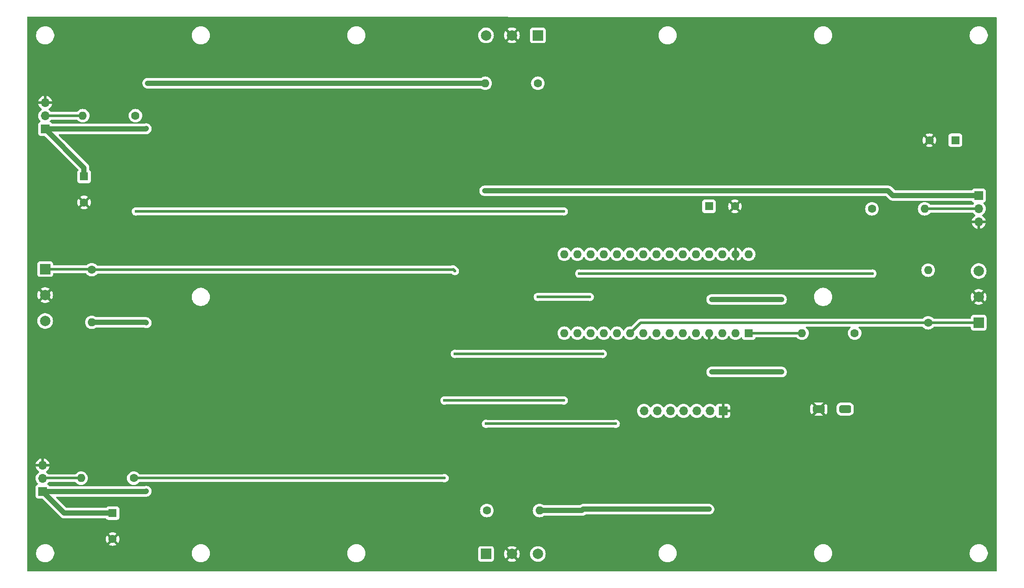
<source format=gbr>
%TF.GenerationSoftware,KiCad,Pcbnew,8.0.3*%
%TF.CreationDate,2024-11-03T11:14:25-05:00*%
%TF.ProjectId,toy,746f792e-6b69-4636-9164-5f7063625858,rev?*%
%TF.SameCoordinates,Original*%
%TF.FileFunction,Copper,L1,Top*%
%TF.FilePolarity,Positive*%
%FSLAX46Y46*%
G04 Gerber Fmt 4.6, Leading zero omitted, Abs format (unit mm)*
G04 Created by KiCad (PCBNEW 8.0.3) date 2024-11-03 11:14:25*
%MOMM*%
%LPD*%
G01*
G04 APERTURE LIST*
G04 Aperture macros list*
%AMRoundRect*
0 Rectangle with rounded corners*
0 $1 Rounding radius*
0 $2 $3 $4 $5 $6 $7 $8 $9 X,Y pos of 4 corners*
0 Add a 4 corners polygon primitive as box body*
4,1,4,$2,$3,$4,$5,$6,$7,$8,$9,$2,$3,0*
0 Add four circle primitives for the rounded corners*
1,1,$1+$1,$2,$3*
1,1,$1+$1,$4,$5*
1,1,$1+$1,$6,$7*
1,1,$1+$1,$8,$9*
0 Add four rect primitives between the rounded corners*
20,1,$1+$1,$2,$3,$4,$5,0*
20,1,$1+$1,$4,$5,$6,$7,0*
20,1,$1+$1,$6,$7,$8,$9,0*
20,1,$1+$1,$8,$9,$2,$3,0*%
G04 Aperture macros list end*
%TA.AperFunction,ComponentPad*%
%ADD10C,1.600000*%
%TD*%
%TA.AperFunction,ComponentPad*%
%ADD11O,1.600000X1.600000*%
%TD*%
%TA.AperFunction,ComponentPad*%
%ADD12R,1.600000X1.600000*%
%TD*%
%TA.AperFunction,ComponentPad*%
%ADD13R,2.000000X2.000000*%
%TD*%
%TA.AperFunction,ComponentPad*%
%ADD14C,2.000000*%
%TD*%
%TA.AperFunction,ComponentPad*%
%ADD15R,1.700000X1.700000*%
%TD*%
%TA.AperFunction,ComponentPad*%
%ADD16O,1.700000X1.700000*%
%TD*%
%TA.AperFunction,ComponentPad*%
%ADD17RoundRect,0.381000X0.762000X0.381000X-0.762000X0.381000X-0.762000X-0.381000X0.762000X-0.381000X0*%
%TD*%
%TA.AperFunction,ViaPad*%
%ADD18C,0.600000*%
%TD*%
%TA.AperFunction,Conductor*%
%ADD19C,1.016000*%
%TD*%
%TA.AperFunction,Conductor*%
%ADD20C,0.500000*%
%TD*%
G04 APERTURE END LIST*
D10*
%TO.P,R8,1*%
%TO.N,/LED3_ctrl*%
X63910000Y-56500000D03*
D11*
%TO.P,R8,2*%
%TO.N,Net-(J4-Pin_2)*%
X53750000Y-56500000D03*
%TD*%
%TO.P,R7,2*%
%TO.N,Net-(J3-Pin_2)*%
X53420000Y-126500000D03*
D10*
%TO.P,R7,1*%
%TO.N,/LED2_ctrl*%
X63580000Y-126500000D03*
%TD*%
%TO.P,R6,1*%
%TO.N,/LED1_ctrl*%
X205920000Y-74500000D03*
D11*
%TO.P,R6,2*%
%TO.N,Net-(J2-Pin_2)*%
X216080000Y-74500000D03*
%TD*%
D12*
%TO.P,C4,1*%
%TO.N,VDD*%
X222000000Y-61250000D03*
D10*
%TO.P,C4,2*%
%TO.N,GND*%
X217000000Y-61250000D03*
%TD*%
D12*
%TO.P,C3,1*%
%TO.N,VDD*%
X174500000Y-74000000D03*
D10*
%TO.P,C3,2*%
%TO.N,GND*%
X179500000Y-74000000D03*
%TD*%
D12*
%TO.P,C2,1*%
%TO.N,VDD*%
X59500000Y-133250000D03*
D10*
%TO.P,C2,2*%
%TO.N,GND*%
X59500000Y-138250000D03*
%TD*%
D12*
%TO.P,C1,1*%
%TO.N,VDD*%
X54000000Y-68250000D03*
D10*
%TO.P,C1,2*%
%TO.N,GND*%
X54000000Y-73250000D03*
%TD*%
D13*
%TO.P,U4,1,C*%
%TO.N,/C_sw4*%
X141500000Y-41000000D03*
D14*
%TO.P,U4,2,NO*%
%TO.N,GND*%
X136500000Y-41000000D03*
%TO.P,U4,3,NC*%
%TO.N,unconnected-(U4-NC-Pad3)*%
X131500000Y-41000000D03*
%TD*%
D13*
%TO.P,U1,1,C*%
%TO.N,/C_sw1*%
X226500000Y-96500000D03*
D14*
%TO.P,U1,2,NO*%
%TO.N,GND*%
X226500000Y-91500000D03*
%TO.P,U1,3,NC*%
%TO.N,unconnected-(U1-NC-Pad3)*%
X226500000Y-86500000D03*
%TD*%
D15*
%TO.P,J4,1,Pin_1*%
%TO.N,VDD*%
X46500000Y-59080000D03*
D16*
%TO.P,J4,2,Pin_2*%
%TO.N,Net-(J4-Pin_2)*%
X46500000Y-56540000D03*
%TO.P,J4,3,Pin_3*%
%TO.N,GND*%
X46500000Y-54000000D03*
%TD*%
D13*
%TO.P,U3,1,C*%
%TO.N,/C_sw2*%
X131500000Y-141137500D03*
D14*
%TO.P,U3,2,NO*%
%TO.N,GND*%
X136500000Y-141137500D03*
%TO.P,U3,3,NC*%
%TO.N,unconnected-(U3-NC-Pad3)*%
X141500000Y-141137500D03*
%TD*%
D15*
%TO.P,J2,1,Pin_1*%
%TO.N,VDD*%
X226500000Y-71920000D03*
D16*
%TO.P,J2,2,Pin_2*%
%TO.N,Net-(J2-Pin_2)*%
X226500000Y-74460000D03*
%TO.P,J2,3,Pin_3*%
%TO.N,GND*%
X226500000Y-77000000D03*
%TD*%
D13*
%TO.P,U2,1,C*%
%TO.N,/C_sw3*%
X46500000Y-86137500D03*
D14*
%TO.P,U2,2,NO*%
%TO.N,GND*%
X46500000Y-91137500D03*
%TO.P,U2,3,NC*%
%TO.N,unconnected-(U2-NC-Pad3)*%
X46500000Y-96137500D03*
%TD*%
D15*
%TO.P,J3,1,Pin_1*%
%TO.N,VDD*%
X46000000Y-129080000D03*
D16*
%TO.P,J3,2,Pin_2*%
%TO.N,Net-(J3-Pin_2)*%
X46000000Y-126540000D03*
%TO.P,J3,3,Pin_3*%
%TO.N,GND*%
X46000000Y-124000000D03*
%TD*%
D12*
%TO.P,A1,1,TX1*%
%TO.N,/BUZZ*%
X182160000Y-98500000D03*
D11*
%TO.P,A1,2,RX1*%
%TO.N,unconnected-(A1-RX1-Pad2)*%
X179620000Y-98500000D03*
%TO.P,A1,3,~{RESET}*%
%TO.N,unconnected-(A1-~{RESET}-Pad3)*%
X177080000Y-98500000D03*
%TO.P,A1,4,GND*%
%TO.N,GND*%
X174540000Y-98500000D03*
%TO.P,A1,5,D2*%
%TO.N,/D0*%
X172000000Y-98500000D03*
%TO.P,A1,6,D3*%
%TO.N,/D1*%
X169460000Y-98500000D03*
%TO.P,A1,7,D4*%
%TO.N,/D2*%
X166920000Y-98500000D03*
%TO.P,A1,8,D5*%
%TO.N,/D3*%
X164380000Y-98500000D03*
%TO.P,A1,9,D6*%
%TO.N,/VT*%
X161840000Y-98500000D03*
%TO.P,A1,10,D7*%
%TO.N,/C_sw1*%
X159300000Y-98500000D03*
%TO.P,A1,11,D8*%
%TO.N,/C_sw2*%
X156760000Y-98500000D03*
%TO.P,A1,12,D9*%
%TO.N,/C_sw3*%
X154220000Y-98500000D03*
%TO.P,A1,13,D10*%
%TO.N,/C_sw4*%
X151680000Y-98500000D03*
%TO.P,A1,14,MOSI*%
%TO.N,/LED1_ctrl*%
X149140000Y-98500000D03*
%TO.P,A1,15,MISO*%
%TO.N,/LED2_ctrl*%
X146600000Y-98500000D03*
%TO.P,A1,16,SCK*%
%TO.N,/LED3_ctrl*%
X146600000Y-83260000D03*
%TO.P,A1,17,3V3*%
%TO.N,unconnected-(A1-3V3-Pad17)*%
X149140000Y-83260000D03*
%TO.P,A1,18,AREF*%
%TO.N,unconnected-(A1-AREF-Pad18)*%
X151680000Y-83260000D03*
%TO.P,A1,19,A0*%
%TO.N,unconnected-(A1-A0-Pad19)*%
X154220000Y-83260000D03*
%TO.P,A1,20,A1*%
%TO.N,unconnected-(A1-A1-Pad20)*%
X156760000Y-83260000D03*
%TO.P,A1,21,A2*%
%TO.N,unconnected-(A1-A2-Pad21)*%
X159300000Y-83260000D03*
%TO.P,A1,22,A3*%
%TO.N,unconnected-(A1-A3-Pad22)*%
X161840000Y-83260000D03*
%TO.P,A1,23,SDA/A4*%
%TO.N,unconnected-(A1-SDA{slash}A4-Pad23)*%
X164380000Y-83260000D03*
%TO.P,A1,24,SCL/A5*%
%TO.N,unconnected-(A1-SCL{slash}A5-Pad24)*%
X166920000Y-83260000D03*
%TO.P,A1,25,A6*%
%TO.N,unconnected-(A1-A6-Pad25)*%
X169460000Y-83260000D03*
%TO.P,A1,26,A7*%
%TO.N,unconnected-(A1-A7-Pad26)*%
X172000000Y-83260000D03*
%TO.P,A1,27,+5V*%
%TO.N,VDD*%
X174540000Y-83260000D03*
%TO.P,A1,28,~{RESET}*%
%TO.N,unconnected-(A1-~{RESET}-Pad28)*%
X177080000Y-83260000D03*
%TO.P,A1,29,GND*%
%TO.N,GND*%
X179620000Y-83260000D03*
%TO.P,A1,30,VIN*%
%TO.N,unconnected-(A1-VIN-Pad30)*%
X182160000Y-83260000D03*
%TD*%
D10*
%TO.P,R2,1*%
%TO.N,/C_sw3*%
X55500000Y-86250000D03*
D11*
%TO.P,R2,2*%
%TO.N,VDD*%
X55500000Y-96410000D03*
%TD*%
D10*
%TO.P,R4,1*%
%TO.N,/C_sw4*%
X141500000Y-50250000D03*
D11*
%TO.P,R4,2*%
%TO.N,VDD*%
X131340000Y-50250000D03*
%TD*%
D10*
%TO.P,R3,1*%
%TO.N,/C_sw2*%
X131670000Y-132750000D03*
D11*
%TO.P,R3,2*%
%TO.N,VDD*%
X141830000Y-132750000D03*
%TD*%
D17*
%TO.P,U5,1,Vdd*%
%TO.N,Net-(U5-Vdd)*%
X200750000Y-113160000D03*
%TO.P,U5,2,GND*%
%TO.N,GND*%
X195670000Y-113160000D03*
%TD*%
D15*
%TO.P,J1,1,Pin_1*%
%TO.N,GND*%
X177200000Y-113500000D03*
D16*
%TO.P,J1,2,Pin_2*%
%TO.N,VDD*%
X174660000Y-113500000D03*
%TO.P,J1,3,Pin_3*%
%TO.N,/D0*%
X172120000Y-113500000D03*
%TO.P,J1,4,Pin_4*%
%TO.N,/D1*%
X169580000Y-113500000D03*
%TO.P,J1,5,Pin_5*%
%TO.N,/D2*%
X167040000Y-113500000D03*
%TO.P,J1,6,Pin_6*%
%TO.N,/D3*%
X164500000Y-113500000D03*
%TO.P,J1,7,Pin_7*%
%TO.N,/VT*%
X161960000Y-113500000D03*
%TD*%
D10*
%TO.P,R1,1*%
%TO.N,/C_sw1*%
X216750000Y-96500000D03*
D11*
%TO.P,R1,2*%
%TO.N,VDD*%
X216750000Y-86340000D03*
%TD*%
D10*
%TO.P,R5,1*%
%TO.N,Net-(U5-Vdd)*%
X202580000Y-98500000D03*
D11*
%TO.P,R5,2*%
%TO.N,/BUZZ*%
X192420000Y-98500000D03*
%TD*%
D18*
%TO.N,/LED2_ctrl*%
X123500000Y-126500000D03*
%TO.N,VDD*%
X66000000Y-96500000D03*
%TO.N,/LED2_ctrl*%
X123500000Y-111500000D03*
X123500000Y-126500000D03*
X146500000Y-111500000D03*
%TO.N,/C_sw2*%
X156500000Y-116000000D03*
X131500000Y-116000000D03*
%TO.N,/LED3_ctrl*%
X64000002Y-75000000D03*
X146500000Y-75000000D03*
%TO.N,/C_sw3*%
X154000000Y-102500000D03*
X125500000Y-86500000D03*
X125500000Y-102500000D03*
%TO.N,/LED1_ctrl*%
X206000000Y-87000000D03*
X149500000Y-87000000D03*
%TO.N,VDD*%
X174499996Y-132500000D03*
X66000000Y-129000000D03*
X66000000Y-59000000D03*
X66250001Y-50250001D03*
X175000000Y-106000000D03*
X175000000Y-92000000D03*
X188500000Y-92000000D03*
X188500000Y-106000000D03*
X174500000Y-71000000D03*
X131249998Y-71000000D03*
X213999992Y-71920000D03*
%TO.N,/C_sw4*%
X141500000Y-91500000D03*
X151500000Y-91500000D03*
%TD*%
D19*
%TO.N,VDD*%
X66250002Y-50250000D02*
X66250001Y-50250001D01*
X131340000Y-50250000D02*
X66250002Y-50250000D01*
X174500000Y-71000000D02*
X131249998Y-71000000D01*
X209000000Y-71000000D02*
X209920000Y-71920000D01*
X209920000Y-71920000D02*
X213999992Y-71920000D01*
X226500000Y-71920000D02*
X213999992Y-71920000D01*
X174500000Y-71000000D02*
X209000000Y-71000000D01*
X59500000Y-133250000D02*
X50170000Y-133250000D01*
X50170000Y-133250000D02*
X46000000Y-129080000D01*
X54000000Y-68250000D02*
X54000000Y-66580000D01*
X54000000Y-66580000D02*
X46500000Y-59080000D01*
D20*
%TO.N,Net-(J2-Pin_2)*%
X216080000Y-74500000D02*
X226460000Y-74500000D01*
X226460000Y-74500000D02*
X226500000Y-74460000D01*
%TO.N,/LED2_ctrl*%
X63580000Y-126500000D02*
X123500000Y-126500000D01*
%TO.N,Net-(J3-Pin_2)*%
X53420000Y-126500000D02*
X46040000Y-126500000D01*
X46040000Y-126500000D02*
X46000000Y-126540000D01*
%TO.N,/LED3_ctrl*%
X146500000Y-75000000D02*
X64000002Y-75000000D01*
%TO.N,Net-(J4-Pin_2)*%
X53750000Y-56500000D02*
X46540000Y-56500000D01*
X46540000Y-56500000D02*
X46500000Y-56540000D01*
D19*
%TO.N,VDD*%
X55500000Y-96410000D02*
X65910000Y-96410000D01*
X65910000Y-96410000D02*
X66000000Y-96500000D01*
D20*
%TO.N,/C_sw3*%
X55500000Y-86250000D02*
X125250000Y-86250000D01*
X125250000Y-86250000D02*
X125500000Y-86500000D01*
X46500000Y-86137500D02*
X55387500Y-86137500D01*
X55387500Y-86137500D02*
X55500000Y-86250000D01*
D19*
%TO.N,VDD*%
X150250000Y-132500000D02*
X150000000Y-132750000D01*
X150000000Y-132750000D02*
X141830000Y-132750000D01*
X150250000Y-132500000D02*
X174499996Y-132500000D01*
D20*
%TO.N,/LED2_ctrl*%
X123500000Y-111500000D02*
X146500000Y-111500000D01*
X123460000Y-126460000D02*
X123500000Y-126500000D01*
%TO.N,/C_sw2*%
X131500000Y-116000000D02*
X156500000Y-116000000D01*
%TO.N,/C_sw3*%
X125137500Y-86137500D02*
X125500000Y-86500000D01*
X125500000Y-102500000D02*
X154000000Y-102500000D01*
%TO.N,/C_sw1*%
X226500000Y-96500000D02*
X161300000Y-96500000D01*
X161300000Y-96500000D02*
X159300000Y-98500000D01*
%TO.N,/LED1_ctrl*%
X149500000Y-87000000D02*
X206000000Y-87000000D01*
D19*
%TO.N,VDD*%
X65920000Y-129080000D02*
X46000000Y-129080000D01*
X46500000Y-59080000D02*
X65920000Y-59080000D01*
X65920000Y-59080000D02*
X66000000Y-59000000D01*
X66000000Y-129000000D02*
X65920000Y-129080000D01*
X175000000Y-106000000D02*
X188500000Y-106000000D01*
D20*
%TO.N,/C_sw4*%
X141500000Y-91500000D02*
X151500000Y-91500000D01*
%TO.N,/BUZZ*%
X192420000Y-98500000D02*
X182160000Y-98500000D01*
D19*
%TO.N,VDD*%
X188500000Y-92000000D02*
X175000000Y-92000000D01*
%TD*%
%TA.AperFunction,Conductor*%
%TO.N,GND*%
G36*
X229876063Y-37499938D02*
G01*
X229943091Y-37519656D01*
X229988820Y-37572483D01*
X230000000Y-37623938D01*
X230000000Y-144376000D01*
X229980315Y-144443039D01*
X229927511Y-144488794D01*
X229876000Y-144500000D01*
X43124000Y-144500000D01*
X43056961Y-144480315D01*
X43011206Y-144427511D01*
X43000000Y-144376000D01*
X43000000Y-140885258D01*
X44749500Y-140885258D01*
X44749500Y-141114741D01*
X44774446Y-141304215D01*
X44779452Y-141342238D01*
X44823307Y-141505908D01*
X44838842Y-141563887D01*
X44926650Y-141775876D01*
X44926657Y-141775890D01*
X45041392Y-141974617D01*
X45181081Y-142156661D01*
X45181089Y-142156670D01*
X45343330Y-142318911D01*
X45343338Y-142318918D01*
X45525382Y-142458607D01*
X45525385Y-142458608D01*
X45525388Y-142458611D01*
X45724112Y-142573344D01*
X45724117Y-142573346D01*
X45724123Y-142573349D01*
X45815480Y-142611190D01*
X45936113Y-142661158D01*
X46157762Y-142720548D01*
X46385266Y-142750500D01*
X46385273Y-142750500D01*
X46614727Y-142750500D01*
X46614734Y-142750500D01*
X46842238Y-142720548D01*
X47063887Y-142661158D01*
X47275888Y-142573344D01*
X47474612Y-142458611D01*
X47656661Y-142318919D01*
X47656665Y-142318914D01*
X47656670Y-142318911D01*
X47818911Y-142156670D01*
X47818914Y-142156665D01*
X47818919Y-142156661D01*
X47958611Y-141974612D01*
X48073344Y-141775888D01*
X48161158Y-141563887D01*
X48220548Y-141342238D01*
X48250500Y-141114734D01*
X48250500Y-140885266D01*
X48250499Y-140885258D01*
X74749500Y-140885258D01*
X74749500Y-141114741D01*
X74774446Y-141304215D01*
X74779452Y-141342238D01*
X74823307Y-141505908D01*
X74838842Y-141563887D01*
X74926650Y-141775876D01*
X74926657Y-141775890D01*
X75041392Y-141974617D01*
X75181081Y-142156661D01*
X75181089Y-142156670D01*
X75343330Y-142318911D01*
X75343338Y-142318918D01*
X75525382Y-142458607D01*
X75525385Y-142458608D01*
X75525388Y-142458611D01*
X75724112Y-142573344D01*
X75724117Y-142573346D01*
X75724123Y-142573349D01*
X75815480Y-142611190D01*
X75936113Y-142661158D01*
X76157762Y-142720548D01*
X76385266Y-142750500D01*
X76385273Y-142750500D01*
X76614727Y-142750500D01*
X76614734Y-142750500D01*
X76842238Y-142720548D01*
X77063887Y-142661158D01*
X77275888Y-142573344D01*
X77474612Y-142458611D01*
X77656661Y-142318919D01*
X77656665Y-142318914D01*
X77656670Y-142318911D01*
X77818911Y-142156670D01*
X77818914Y-142156665D01*
X77818919Y-142156661D01*
X77958611Y-141974612D01*
X78073344Y-141775888D01*
X78161158Y-141563887D01*
X78220548Y-141342238D01*
X78250500Y-141114734D01*
X78250500Y-140885266D01*
X78250499Y-140885258D01*
X104749500Y-140885258D01*
X104749500Y-141114741D01*
X104774446Y-141304215D01*
X104779452Y-141342238D01*
X104823307Y-141505908D01*
X104838842Y-141563887D01*
X104926650Y-141775876D01*
X104926657Y-141775890D01*
X105041392Y-141974617D01*
X105181081Y-142156661D01*
X105181089Y-142156670D01*
X105343330Y-142318911D01*
X105343338Y-142318918D01*
X105525382Y-142458607D01*
X105525385Y-142458608D01*
X105525388Y-142458611D01*
X105724112Y-142573344D01*
X105724117Y-142573346D01*
X105724123Y-142573349D01*
X105815480Y-142611190D01*
X105936113Y-142661158D01*
X106157762Y-142720548D01*
X106385266Y-142750500D01*
X106385273Y-142750500D01*
X106614727Y-142750500D01*
X106614734Y-142750500D01*
X106842238Y-142720548D01*
X107063887Y-142661158D01*
X107275888Y-142573344D01*
X107474612Y-142458611D01*
X107656661Y-142318919D01*
X107656665Y-142318914D01*
X107656670Y-142318911D01*
X107818911Y-142156670D01*
X107818914Y-142156665D01*
X107818919Y-142156661D01*
X107958611Y-141974612D01*
X108073344Y-141775888D01*
X108161158Y-141563887D01*
X108220548Y-141342238D01*
X108250500Y-141114734D01*
X108250500Y-140885266D01*
X108220548Y-140657762D01*
X108161158Y-140436113D01*
X108073344Y-140224112D01*
X107995704Y-140089635D01*
X129999500Y-140089635D01*
X129999500Y-142185370D01*
X129999501Y-142185376D01*
X130005908Y-142244983D01*
X130056202Y-142379828D01*
X130056206Y-142379835D01*
X130142452Y-142495044D01*
X130142455Y-142495047D01*
X130257664Y-142581293D01*
X130257671Y-142581297D01*
X130392517Y-142631591D01*
X130392516Y-142631591D01*
X130399444Y-142632335D01*
X130452127Y-142638000D01*
X132547872Y-142637999D01*
X132607483Y-142631591D01*
X132742331Y-142581296D01*
X132857546Y-142495046D01*
X132943796Y-142379831D01*
X132994091Y-142244983D01*
X133000500Y-142185373D01*
X133000499Y-141137494D01*
X134994859Y-141137494D01*
X134994859Y-141137505D01*
X135015385Y-141385229D01*
X135015387Y-141385238D01*
X135076412Y-141626217D01*
X135176266Y-141853864D01*
X135276564Y-142007382D01*
X135935387Y-141348559D01*
X135940889Y-141369091D01*
X136019881Y-141505908D01*
X136131592Y-141617619D01*
X136268409Y-141696611D01*
X136288940Y-141702112D01*
X135629942Y-142361109D01*
X135676768Y-142397555D01*
X135676770Y-142397556D01*
X135895385Y-142515864D01*
X135895396Y-142515869D01*
X136130506Y-142596583D01*
X136375707Y-142637500D01*
X136624293Y-142637500D01*
X136869493Y-142596583D01*
X137104603Y-142515869D01*
X137104614Y-142515864D01*
X137323228Y-142397557D01*
X137323231Y-142397555D01*
X137370056Y-142361109D01*
X136711059Y-141702112D01*
X136731591Y-141696611D01*
X136868408Y-141617619D01*
X136980119Y-141505908D01*
X137059111Y-141369091D01*
X137064612Y-141348560D01*
X137723434Y-142007382D01*
X137823731Y-141853869D01*
X137923587Y-141626217D01*
X137984612Y-141385238D01*
X137984614Y-141385229D01*
X138005141Y-141137505D01*
X138005141Y-141137494D01*
X139994357Y-141137494D01*
X139994357Y-141137505D01*
X140014890Y-141385312D01*
X140014892Y-141385324D01*
X140075936Y-141626381D01*
X140175826Y-141854106D01*
X140311833Y-142062282D01*
X140311836Y-142062285D01*
X140480256Y-142245238D01*
X140676491Y-142397974D01*
X140676493Y-142397975D01*
X140894332Y-142515864D01*
X140895190Y-142516328D01*
X141084426Y-142581293D01*
X141128964Y-142596583D01*
X141130386Y-142597071D01*
X141375665Y-142638000D01*
X141624335Y-142638000D01*
X141869614Y-142597071D01*
X142104810Y-142516328D01*
X142323509Y-142397974D01*
X142519744Y-142245238D01*
X142688164Y-142062285D01*
X142824173Y-141854107D01*
X142924063Y-141626381D01*
X142985108Y-141385321D01*
X143005643Y-141137500D01*
X143003757Y-141114741D01*
X142985109Y-140889687D01*
X142985107Y-140889675D01*
X142983988Y-140885258D01*
X164749500Y-140885258D01*
X164749500Y-141114741D01*
X164774446Y-141304215D01*
X164779452Y-141342238D01*
X164823307Y-141505908D01*
X164838842Y-141563887D01*
X164926650Y-141775876D01*
X164926657Y-141775890D01*
X165041392Y-141974617D01*
X165181081Y-142156661D01*
X165181089Y-142156670D01*
X165343330Y-142318911D01*
X165343338Y-142318918D01*
X165525382Y-142458607D01*
X165525385Y-142458608D01*
X165525388Y-142458611D01*
X165724112Y-142573344D01*
X165724117Y-142573346D01*
X165724123Y-142573349D01*
X165815480Y-142611190D01*
X165936113Y-142661158D01*
X166157762Y-142720548D01*
X166385266Y-142750500D01*
X166385273Y-142750500D01*
X166614727Y-142750500D01*
X166614734Y-142750500D01*
X166842238Y-142720548D01*
X167063887Y-142661158D01*
X167275888Y-142573344D01*
X167474612Y-142458611D01*
X167656661Y-142318919D01*
X167656665Y-142318914D01*
X167656670Y-142318911D01*
X167818911Y-142156670D01*
X167818914Y-142156665D01*
X167818919Y-142156661D01*
X167958611Y-141974612D01*
X168073344Y-141775888D01*
X168161158Y-141563887D01*
X168220548Y-141342238D01*
X168250500Y-141114734D01*
X168250500Y-140885266D01*
X168250499Y-140885258D01*
X194749500Y-140885258D01*
X194749500Y-141114741D01*
X194774446Y-141304215D01*
X194779452Y-141342238D01*
X194823307Y-141505908D01*
X194838842Y-141563887D01*
X194926650Y-141775876D01*
X194926657Y-141775890D01*
X195041392Y-141974617D01*
X195181081Y-142156661D01*
X195181089Y-142156670D01*
X195343330Y-142318911D01*
X195343338Y-142318918D01*
X195525382Y-142458607D01*
X195525385Y-142458608D01*
X195525388Y-142458611D01*
X195724112Y-142573344D01*
X195724117Y-142573346D01*
X195724123Y-142573349D01*
X195815480Y-142611190D01*
X195936113Y-142661158D01*
X196157762Y-142720548D01*
X196385266Y-142750500D01*
X196385273Y-142750500D01*
X196614727Y-142750500D01*
X196614734Y-142750500D01*
X196842238Y-142720548D01*
X197063887Y-142661158D01*
X197275888Y-142573344D01*
X197474612Y-142458611D01*
X197656661Y-142318919D01*
X197656665Y-142318914D01*
X197656670Y-142318911D01*
X197818911Y-142156670D01*
X197818914Y-142156665D01*
X197818919Y-142156661D01*
X197958611Y-141974612D01*
X198073344Y-141775888D01*
X198161158Y-141563887D01*
X198220548Y-141342238D01*
X198250500Y-141114734D01*
X198250500Y-140885266D01*
X198250499Y-140885258D01*
X224749500Y-140885258D01*
X224749500Y-141114741D01*
X224774446Y-141304215D01*
X224779452Y-141342238D01*
X224823307Y-141505908D01*
X224838842Y-141563887D01*
X224926650Y-141775876D01*
X224926657Y-141775890D01*
X225041392Y-141974617D01*
X225181081Y-142156661D01*
X225181089Y-142156670D01*
X225343330Y-142318911D01*
X225343338Y-142318918D01*
X225525382Y-142458607D01*
X225525385Y-142458608D01*
X225525388Y-142458611D01*
X225724112Y-142573344D01*
X225724117Y-142573346D01*
X225724123Y-142573349D01*
X225815480Y-142611190D01*
X225936113Y-142661158D01*
X226157762Y-142720548D01*
X226385266Y-142750500D01*
X226385273Y-142750500D01*
X226614727Y-142750500D01*
X226614734Y-142750500D01*
X226842238Y-142720548D01*
X227063887Y-142661158D01*
X227275888Y-142573344D01*
X227474612Y-142458611D01*
X227656661Y-142318919D01*
X227656665Y-142318914D01*
X227656670Y-142318911D01*
X227818911Y-142156670D01*
X227818914Y-142156665D01*
X227818919Y-142156661D01*
X227958611Y-141974612D01*
X228073344Y-141775888D01*
X228161158Y-141563887D01*
X228220548Y-141342238D01*
X228250500Y-141114734D01*
X228250500Y-140885266D01*
X228220548Y-140657762D01*
X228161158Y-140436113D01*
X228073344Y-140224112D01*
X227958611Y-140025388D01*
X227958608Y-140025385D01*
X227958607Y-140025382D01*
X227844768Y-139877026D01*
X227818919Y-139843339D01*
X227818918Y-139843338D01*
X227818911Y-139843330D01*
X227656670Y-139681089D01*
X227656661Y-139681081D01*
X227474617Y-139541392D01*
X227463786Y-139535139D01*
X227275888Y-139426656D01*
X227275876Y-139426650D01*
X227063887Y-139338842D01*
X227027245Y-139329024D01*
X226842238Y-139279452D01*
X226804215Y-139274446D01*
X226614741Y-139249500D01*
X226614734Y-139249500D01*
X226385266Y-139249500D01*
X226385258Y-139249500D01*
X226168715Y-139278009D01*
X226157762Y-139279452D01*
X226064076Y-139304554D01*
X225936112Y-139338842D01*
X225724123Y-139426650D01*
X225724109Y-139426657D01*
X225525382Y-139541392D01*
X225343338Y-139681081D01*
X225181081Y-139843338D01*
X225041392Y-140025382D01*
X224926657Y-140224109D01*
X224926650Y-140224123D01*
X224838842Y-140436112D01*
X224779453Y-140657759D01*
X224779451Y-140657770D01*
X224749500Y-140885258D01*
X198250499Y-140885258D01*
X198220548Y-140657762D01*
X198161158Y-140436113D01*
X198073344Y-140224112D01*
X197958611Y-140025388D01*
X197958608Y-140025385D01*
X197958607Y-140025382D01*
X197844768Y-139877026D01*
X197818919Y-139843339D01*
X197818918Y-139843338D01*
X197818911Y-139843330D01*
X197656670Y-139681089D01*
X197656661Y-139681081D01*
X197474617Y-139541392D01*
X197463786Y-139535139D01*
X197275888Y-139426656D01*
X197275876Y-139426650D01*
X197063887Y-139338842D01*
X197027245Y-139329024D01*
X196842238Y-139279452D01*
X196804215Y-139274446D01*
X196614741Y-139249500D01*
X196614734Y-139249500D01*
X196385266Y-139249500D01*
X196385258Y-139249500D01*
X196168715Y-139278009D01*
X196157762Y-139279452D01*
X196064076Y-139304554D01*
X195936112Y-139338842D01*
X195724123Y-139426650D01*
X195724109Y-139426657D01*
X195525382Y-139541392D01*
X195343338Y-139681081D01*
X195181081Y-139843338D01*
X195041392Y-140025382D01*
X194926657Y-140224109D01*
X194926650Y-140224123D01*
X194838842Y-140436112D01*
X194779453Y-140657759D01*
X194779451Y-140657770D01*
X194749500Y-140885258D01*
X168250499Y-140885258D01*
X168220548Y-140657762D01*
X168161158Y-140436113D01*
X168073344Y-140224112D01*
X167958611Y-140025388D01*
X167958608Y-140025385D01*
X167958607Y-140025382D01*
X167844768Y-139877026D01*
X167818919Y-139843339D01*
X167818918Y-139843338D01*
X167818911Y-139843330D01*
X167656670Y-139681089D01*
X167656661Y-139681081D01*
X167474617Y-139541392D01*
X167463786Y-139535139D01*
X167275888Y-139426656D01*
X167275876Y-139426650D01*
X167063887Y-139338842D01*
X167027245Y-139329024D01*
X166842238Y-139279452D01*
X166804215Y-139274446D01*
X166614741Y-139249500D01*
X166614734Y-139249500D01*
X166385266Y-139249500D01*
X166385258Y-139249500D01*
X166168715Y-139278009D01*
X166157762Y-139279452D01*
X166064076Y-139304554D01*
X165936112Y-139338842D01*
X165724123Y-139426650D01*
X165724109Y-139426657D01*
X165525382Y-139541392D01*
X165343338Y-139681081D01*
X165181081Y-139843338D01*
X165041392Y-140025382D01*
X164926657Y-140224109D01*
X164926650Y-140224123D01*
X164838842Y-140436112D01*
X164779453Y-140657759D01*
X164779451Y-140657770D01*
X164749500Y-140885258D01*
X142983988Y-140885258D01*
X142924063Y-140648618D01*
X142824173Y-140420893D01*
X142688166Y-140212717D01*
X142666557Y-140189244D01*
X142519744Y-140029762D01*
X142323509Y-139877026D01*
X142323507Y-139877025D01*
X142323506Y-139877024D01*
X142104811Y-139758672D01*
X142104802Y-139758669D01*
X141869616Y-139677929D01*
X141624335Y-139637000D01*
X141375665Y-139637000D01*
X141130383Y-139677929D01*
X140895197Y-139758669D01*
X140895188Y-139758672D01*
X140676493Y-139877024D01*
X140480257Y-140029761D01*
X140311833Y-140212717D01*
X140175826Y-140420893D01*
X140075936Y-140648618D01*
X140014892Y-140889675D01*
X140014890Y-140889687D01*
X139994357Y-141137494D01*
X138005141Y-141137494D01*
X137984614Y-140889770D01*
X137984612Y-140889761D01*
X137923587Y-140648782D01*
X137823731Y-140421130D01*
X137723434Y-140267616D01*
X137064612Y-140926439D01*
X137059111Y-140905909D01*
X136980119Y-140769092D01*
X136868408Y-140657381D01*
X136731591Y-140578389D01*
X136711060Y-140572887D01*
X137370057Y-139913890D01*
X137370056Y-139913889D01*
X137323229Y-139877443D01*
X137104614Y-139759135D01*
X137104603Y-139759130D01*
X136869493Y-139678416D01*
X136624293Y-139637500D01*
X136375707Y-139637500D01*
X136130506Y-139678416D01*
X135895396Y-139759130D01*
X135895390Y-139759132D01*
X135676761Y-139877449D01*
X135629942Y-139913888D01*
X135629942Y-139913890D01*
X136288940Y-140572887D01*
X136268409Y-140578389D01*
X136131592Y-140657381D01*
X136019881Y-140769092D01*
X135940889Y-140905909D01*
X135935387Y-140926439D01*
X135276564Y-140267616D01*
X135176267Y-140421132D01*
X135076412Y-140648782D01*
X135015387Y-140889761D01*
X135015385Y-140889770D01*
X134994859Y-141137494D01*
X133000499Y-141137494D01*
X133000499Y-140089628D01*
X132994091Y-140030017D01*
X132992364Y-140025388D01*
X132943797Y-139895171D01*
X132943793Y-139895164D01*
X132857547Y-139779955D01*
X132857544Y-139779952D01*
X132742335Y-139693706D01*
X132742328Y-139693702D01*
X132607482Y-139643408D01*
X132607483Y-139643408D01*
X132547883Y-139637001D01*
X132547881Y-139637000D01*
X132547873Y-139637000D01*
X132547864Y-139637000D01*
X130452129Y-139637000D01*
X130452123Y-139637001D01*
X130392516Y-139643408D01*
X130257671Y-139693702D01*
X130257664Y-139693706D01*
X130142455Y-139779952D01*
X130142452Y-139779955D01*
X130056206Y-139895164D01*
X130056202Y-139895171D01*
X130005908Y-140030017D01*
X129999501Y-140089616D01*
X129999501Y-140089623D01*
X129999500Y-140089635D01*
X107995704Y-140089635D01*
X107958611Y-140025388D01*
X107958608Y-140025385D01*
X107958607Y-140025382D01*
X107844768Y-139877026D01*
X107818919Y-139843339D01*
X107818918Y-139843338D01*
X107818911Y-139843330D01*
X107656670Y-139681089D01*
X107656661Y-139681081D01*
X107474617Y-139541392D01*
X107463786Y-139535139D01*
X107275888Y-139426656D01*
X107275876Y-139426650D01*
X107063887Y-139338842D01*
X107027245Y-139329024D01*
X106842238Y-139279452D01*
X106804215Y-139274446D01*
X106614741Y-139249500D01*
X106614734Y-139249500D01*
X106385266Y-139249500D01*
X106385258Y-139249500D01*
X106168715Y-139278009D01*
X106157762Y-139279452D01*
X106064076Y-139304554D01*
X105936112Y-139338842D01*
X105724123Y-139426650D01*
X105724109Y-139426657D01*
X105525382Y-139541392D01*
X105343338Y-139681081D01*
X105181081Y-139843338D01*
X105041392Y-140025382D01*
X104926657Y-140224109D01*
X104926650Y-140224123D01*
X104838842Y-140436112D01*
X104779453Y-140657759D01*
X104779451Y-140657770D01*
X104749500Y-140885258D01*
X78250499Y-140885258D01*
X78220548Y-140657762D01*
X78161158Y-140436113D01*
X78073344Y-140224112D01*
X77958611Y-140025388D01*
X77958608Y-140025385D01*
X77958607Y-140025382D01*
X77844768Y-139877026D01*
X77818919Y-139843339D01*
X77818918Y-139843338D01*
X77818911Y-139843330D01*
X77656670Y-139681089D01*
X77656661Y-139681081D01*
X77474617Y-139541392D01*
X77463786Y-139535139D01*
X77275888Y-139426656D01*
X77275876Y-139426650D01*
X77063887Y-139338842D01*
X77027245Y-139329024D01*
X76842238Y-139279452D01*
X76804215Y-139274446D01*
X76614741Y-139249500D01*
X76614734Y-139249500D01*
X76385266Y-139249500D01*
X76385258Y-139249500D01*
X76168715Y-139278009D01*
X76157762Y-139279452D01*
X76064076Y-139304554D01*
X75936112Y-139338842D01*
X75724123Y-139426650D01*
X75724109Y-139426657D01*
X75525382Y-139541392D01*
X75343338Y-139681081D01*
X75181081Y-139843338D01*
X75041392Y-140025382D01*
X74926657Y-140224109D01*
X74926650Y-140224123D01*
X74838842Y-140436112D01*
X74779453Y-140657759D01*
X74779451Y-140657770D01*
X74749500Y-140885258D01*
X48250499Y-140885258D01*
X48220548Y-140657762D01*
X48161158Y-140436113D01*
X48073344Y-140224112D01*
X47958611Y-140025388D01*
X47958608Y-140025385D01*
X47958607Y-140025382D01*
X47844768Y-139877026D01*
X47818919Y-139843339D01*
X47818918Y-139843338D01*
X47818911Y-139843330D01*
X47656670Y-139681089D01*
X47656661Y-139681081D01*
X47474617Y-139541392D01*
X47463786Y-139535139D01*
X47275888Y-139426656D01*
X47275876Y-139426650D01*
X47063887Y-139338842D01*
X47027245Y-139329024D01*
X46842238Y-139279452D01*
X46804215Y-139274446D01*
X46614741Y-139249500D01*
X46614734Y-139249500D01*
X46385266Y-139249500D01*
X46385258Y-139249500D01*
X46168715Y-139278009D01*
X46157762Y-139279452D01*
X46064076Y-139304554D01*
X45936112Y-139338842D01*
X45724123Y-139426650D01*
X45724109Y-139426657D01*
X45525382Y-139541392D01*
X45343338Y-139681081D01*
X45181081Y-139843338D01*
X45041392Y-140025382D01*
X44926657Y-140224109D01*
X44926650Y-140224123D01*
X44838842Y-140436112D01*
X44779453Y-140657759D01*
X44779451Y-140657770D01*
X44749500Y-140885258D01*
X43000000Y-140885258D01*
X43000000Y-138249997D01*
X58195034Y-138249997D01*
X58195034Y-138250002D01*
X58214858Y-138476599D01*
X58214860Y-138476610D01*
X58273730Y-138696317D01*
X58273735Y-138696331D01*
X58369863Y-138902478D01*
X58420974Y-138975472D01*
X59100000Y-138296446D01*
X59100000Y-138302661D01*
X59127259Y-138404394D01*
X59179920Y-138495606D01*
X59254394Y-138570080D01*
X59345606Y-138622741D01*
X59447339Y-138650000D01*
X59453553Y-138650000D01*
X58774526Y-139329025D01*
X58847513Y-139380132D01*
X58847521Y-139380136D01*
X59053668Y-139476264D01*
X59053682Y-139476269D01*
X59273389Y-139535139D01*
X59273400Y-139535141D01*
X59499998Y-139554966D01*
X59500002Y-139554966D01*
X59726599Y-139535141D01*
X59726610Y-139535139D01*
X59946317Y-139476269D01*
X59946331Y-139476264D01*
X60152478Y-139380136D01*
X60225471Y-139329024D01*
X59546447Y-138650000D01*
X59552661Y-138650000D01*
X59654394Y-138622741D01*
X59745606Y-138570080D01*
X59820080Y-138495606D01*
X59872741Y-138404394D01*
X59900000Y-138302661D01*
X59900000Y-138296447D01*
X60579024Y-138975471D01*
X60630136Y-138902478D01*
X60726264Y-138696331D01*
X60726269Y-138696317D01*
X60785139Y-138476610D01*
X60785141Y-138476599D01*
X60804966Y-138250002D01*
X60804966Y-138249997D01*
X60785141Y-138023400D01*
X60785139Y-138023389D01*
X60726269Y-137803682D01*
X60726264Y-137803668D01*
X60630136Y-137597521D01*
X60630132Y-137597513D01*
X60579025Y-137524526D01*
X59900000Y-138203551D01*
X59900000Y-138197339D01*
X59872741Y-138095606D01*
X59820080Y-138004394D01*
X59745606Y-137929920D01*
X59654394Y-137877259D01*
X59552661Y-137850000D01*
X59546448Y-137850000D01*
X60225472Y-137170974D01*
X60152478Y-137119863D01*
X59946331Y-137023735D01*
X59946317Y-137023730D01*
X59726610Y-136964860D01*
X59726599Y-136964858D01*
X59500002Y-136945034D01*
X59499998Y-136945034D01*
X59273400Y-136964858D01*
X59273389Y-136964860D01*
X59053682Y-137023730D01*
X59053673Y-137023734D01*
X58847516Y-137119866D01*
X58847512Y-137119868D01*
X58774526Y-137170973D01*
X58774526Y-137170974D01*
X59453553Y-137850000D01*
X59447339Y-137850000D01*
X59345606Y-137877259D01*
X59254394Y-137929920D01*
X59179920Y-138004394D01*
X59127259Y-138095606D01*
X59100000Y-138197339D01*
X59100000Y-138203552D01*
X58420974Y-137524526D01*
X58420973Y-137524526D01*
X58369868Y-137597512D01*
X58369866Y-137597516D01*
X58273734Y-137803673D01*
X58273730Y-137803682D01*
X58214860Y-138023389D01*
X58214858Y-138023400D01*
X58195034Y-138249997D01*
X43000000Y-138249997D01*
X43000000Y-126539999D01*
X44644341Y-126539999D01*
X44644341Y-126540000D01*
X44664936Y-126775403D01*
X44664938Y-126775413D01*
X44726094Y-127003655D01*
X44726096Y-127003659D01*
X44726097Y-127003663D01*
X44784923Y-127129815D01*
X44825965Y-127217830D01*
X44825967Y-127217834D01*
X44910908Y-127339141D01*
X44961501Y-127411396D01*
X44961506Y-127411402D01*
X45083430Y-127533326D01*
X45116915Y-127594649D01*
X45111931Y-127664341D01*
X45070059Y-127720274D01*
X45039083Y-127737189D01*
X44907669Y-127786203D01*
X44907664Y-127786206D01*
X44792455Y-127872452D01*
X44792452Y-127872455D01*
X44706206Y-127987664D01*
X44706202Y-127987671D01*
X44655908Y-128122517D01*
X44649501Y-128182116D01*
X44649500Y-128182135D01*
X44649500Y-129977870D01*
X44649501Y-129977876D01*
X44655908Y-130037483D01*
X44706202Y-130172328D01*
X44706206Y-130172335D01*
X44792452Y-130287544D01*
X44792455Y-130287547D01*
X44907664Y-130373793D01*
X44907671Y-130373797D01*
X45042517Y-130424091D01*
X45042516Y-130424091D01*
X45049444Y-130424835D01*
X45102127Y-130430500D01*
X45872903Y-130430499D01*
X45939942Y-130450183D01*
X45960584Y-130466818D01*
X49527115Y-134033351D01*
X49527123Y-134033357D01*
X49692286Y-134143715D01*
X49692289Y-134143716D01*
X49692297Y-134143722D01*
X49799809Y-134188254D01*
X49875831Y-134219744D01*
X50070666Y-134258499D01*
X50070670Y-134258500D01*
X50070671Y-134258500D01*
X50070672Y-134258500D01*
X50269329Y-134258500D01*
X58168808Y-134258500D01*
X58235847Y-134278185D01*
X58268074Y-134308188D01*
X58342455Y-134407547D01*
X58457664Y-134493793D01*
X58457671Y-134493797D01*
X58592517Y-134544091D01*
X58592516Y-134544091D01*
X58599444Y-134544835D01*
X58652127Y-134550500D01*
X60347872Y-134550499D01*
X60407483Y-134544091D01*
X60542331Y-134493796D01*
X60657546Y-134407546D01*
X60743796Y-134292331D01*
X60794091Y-134157483D01*
X60800500Y-134097873D01*
X60800499Y-132749998D01*
X130364532Y-132749998D01*
X130364532Y-132750001D01*
X130384364Y-132976686D01*
X130384366Y-132976697D01*
X130443258Y-133196488D01*
X130443261Y-133196497D01*
X130539431Y-133402732D01*
X130539432Y-133402734D01*
X130669954Y-133589141D01*
X130830858Y-133750045D01*
X130830861Y-133750047D01*
X131017266Y-133880568D01*
X131223504Y-133976739D01*
X131443308Y-134035635D01*
X131605230Y-134049801D01*
X131669998Y-134055468D01*
X131670000Y-134055468D01*
X131670002Y-134055468D01*
X131726673Y-134050509D01*
X131896692Y-134035635D01*
X132116496Y-133976739D01*
X132322734Y-133880568D01*
X132509139Y-133750047D01*
X132670047Y-133589139D01*
X132800568Y-133402734D01*
X132896739Y-133196496D01*
X132955635Y-132976692D01*
X132975468Y-132750000D01*
X132975468Y-132749998D01*
X140524532Y-132749998D01*
X140524532Y-132750001D01*
X140544364Y-132976686D01*
X140544366Y-132976697D01*
X140603258Y-133196488D01*
X140603261Y-133196497D01*
X140699431Y-133402732D01*
X140699432Y-133402734D01*
X140829954Y-133589141D01*
X140990858Y-133750045D01*
X140990861Y-133750047D01*
X141177266Y-133880568D01*
X141383504Y-133976739D01*
X141603308Y-134035635D01*
X141765230Y-134049801D01*
X141829998Y-134055468D01*
X141830000Y-134055468D01*
X141830002Y-134055468D01*
X141886673Y-134050509D01*
X142056692Y-134035635D01*
X142276496Y-133976739D01*
X142482734Y-133880568D01*
X142625040Y-133780924D01*
X142691246Y-133758598D01*
X142696163Y-133758500D01*
X150099330Y-133758500D01*
X150099331Y-133758499D01*
X150294169Y-133719744D01*
X150477704Y-133643721D01*
X150642881Y-133533353D01*
X150642880Y-133533353D01*
X150647946Y-133529969D01*
X150649412Y-133532164D01*
X150703199Y-133509331D01*
X150717533Y-133508500D01*
X174599326Y-133508500D01*
X174599327Y-133508499D01*
X174794165Y-133469744D01*
X174977700Y-133393721D01*
X175142877Y-133283353D01*
X175283349Y-133142881D01*
X175393717Y-132977704D01*
X175469740Y-132794169D01*
X175508496Y-132599329D01*
X175508496Y-132400671D01*
X175469740Y-132205831D01*
X175393717Y-132022296D01*
X175393716Y-132022295D01*
X175393713Y-132022289D01*
X175283349Y-131857119D01*
X175283346Y-131857115D01*
X175142880Y-131716649D01*
X175142876Y-131716646D01*
X174977706Y-131606282D01*
X174977697Y-131606277D01*
X174794165Y-131530256D01*
X174794157Y-131530254D01*
X174599329Y-131491500D01*
X174599325Y-131491500D01*
X150150671Y-131491500D01*
X150150666Y-131491500D01*
X149955838Y-131530254D01*
X149955830Y-131530256D01*
X149772298Y-131606277D01*
X149772289Y-131606282D01*
X149602054Y-131720031D01*
X149600587Y-131717835D01*
X149546801Y-131740669D01*
X149532467Y-131741500D01*
X142696163Y-131741500D01*
X142629124Y-131721815D01*
X142625040Y-131719075D01*
X142623269Y-131717835D01*
X142482734Y-131619432D01*
X142454534Y-131606282D01*
X142276497Y-131523261D01*
X142276488Y-131523258D01*
X142056697Y-131464366D01*
X142056693Y-131464365D01*
X142056692Y-131464365D01*
X142056691Y-131464364D01*
X142056686Y-131464364D01*
X141830002Y-131444532D01*
X141829998Y-131444532D01*
X141603313Y-131464364D01*
X141603302Y-131464366D01*
X141383511Y-131523258D01*
X141383502Y-131523261D01*
X141177267Y-131619431D01*
X141177265Y-131619432D01*
X140990858Y-131749954D01*
X140829954Y-131910858D01*
X140699432Y-132097265D01*
X140699431Y-132097267D01*
X140603261Y-132303502D01*
X140603258Y-132303511D01*
X140544366Y-132523302D01*
X140544364Y-132523313D01*
X140524532Y-132749998D01*
X132975468Y-132749998D01*
X132955635Y-132523308D01*
X132896739Y-132303504D01*
X132800568Y-132097266D01*
X132670047Y-131910861D01*
X132670045Y-131910858D01*
X132509141Y-131749954D01*
X132322734Y-131619432D01*
X132322732Y-131619431D01*
X132116497Y-131523261D01*
X132116488Y-131523258D01*
X131896697Y-131464366D01*
X131896693Y-131464365D01*
X131896692Y-131464365D01*
X131896691Y-131464364D01*
X131896686Y-131464364D01*
X131670002Y-131444532D01*
X131669998Y-131444532D01*
X131443313Y-131464364D01*
X131443302Y-131464366D01*
X131223511Y-131523258D01*
X131223502Y-131523261D01*
X131017267Y-131619431D01*
X131017265Y-131619432D01*
X130830858Y-131749954D01*
X130669954Y-131910858D01*
X130539432Y-132097265D01*
X130539431Y-132097267D01*
X130443261Y-132303502D01*
X130443258Y-132303511D01*
X130384366Y-132523302D01*
X130384364Y-132523313D01*
X130364532Y-132749998D01*
X60800499Y-132749998D01*
X60800499Y-132402128D01*
X60794091Y-132342517D01*
X60779539Y-132303502D01*
X60743797Y-132207671D01*
X60743793Y-132207664D01*
X60657547Y-132092455D01*
X60657544Y-132092452D01*
X60542335Y-132006206D01*
X60542328Y-132006202D01*
X60407482Y-131955908D01*
X60407483Y-131955908D01*
X60347883Y-131949501D01*
X60347881Y-131949500D01*
X60347873Y-131949500D01*
X60347864Y-131949500D01*
X58652129Y-131949500D01*
X58652123Y-131949501D01*
X58592516Y-131955908D01*
X58457671Y-132006202D01*
X58457664Y-132006206D01*
X58342455Y-132092452D01*
X58268074Y-132191812D01*
X58212140Y-132233682D01*
X58168808Y-132241500D01*
X50639097Y-132241500D01*
X50572058Y-132221815D01*
X50551416Y-132205181D01*
X48646415Y-130300181D01*
X48612930Y-130238858D01*
X48617914Y-130169166D01*
X48659786Y-130113233D01*
X48725250Y-130088816D01*
X48734096Y-130088500D01*
X66019330Y-130088500D01*
X66019331Y-130088499D01*
X66214169Y-130049744D01*
X66397704Y-129973721D01*
X66562881Y-129863353D01*
X66703353Y-129722881D01*
X66783353Y-129642881D01*
X66893721Y-129477704D01*
X66969744Y-129294169D01*
X67008500Y-129099329D01*
X67008500Y-128900671D01*
X67008500Y-128900668D01*
X67008499Y-128900666D01*
X66969745Y-128705839D01*
X66969744Y-128705832D01*
X66893721Y-128522296D01*
X66893720Y-128522295D01*
X66893717Y-128522289D01*
X66783353Y-128357119D01*
X66783350Y-128357115D01*
X66642884Y-128216649D01*
X66642880Y-128216646D01*
X66477710Y-128106282D01*
X66477701Y-128106277D01*
X66294168Y-128030256D01*
X66294160Y-128030254D01*
X66099332Y-127991500D01*
X66099329Y-127991500D01*
X65900671Y-127991500D01*
X65900666Y-127991500D01*
X65705838Y-128030254D01*
X65705830Y-128030256D01*
X65629048Y-128062061D01*
X65581595Y-128071500D01*
X47411158Y-128071500D01*
X47344119Y-128051815D01*
X47298364Y-127999011D01*
X47294974Y-127990828D01*
X47293796Y-127987669D01*
X47293794Y-127987666D01*
X47293793Y-127987664D01*
X47207547Y-127872455D01*
X47207544Y-127872452D01*
X47092335Y-127786206D01*
X47092328Y-127786202D01*
X46960917Y-127737189D01*
X46904983Y-127695318D01*
X46880566Y-127629853D01*
X46895418Y-127561580D01*
X46916563Y-127533332D01*
X47038495Y-127411401D01*
X47114134Y-127303376D01*
X47168711Y-127259752D01*
X47215709Y-127250500D01*
X52293337Y-127250500D01*
X52360376Y-127270185D01*
X52394912Y-127303377D01*
X52419954Y-127339141D01*
X52580858Y-127500045D01*
X52580861Y-127500047D01*
X52767266Y-127630568D01*
X52973504Y-127726739D01*
X53193308Y-127785635D01*
X53355230Y-127799801D01*
X53419998Y-127805468D01*
X53420000Y-127805468D01*
X53420002Y-127805468D01*
X53476673Y-127800509D01*
X53646692Y-127785635D01*
X53866496Y-127726739D01*
X54072734Y-127630568D01*
X54259139Y-127500047D01*
X54420047Y-127339139D01*
X54550568Y-127152734D01*
X54646739Y-126946496D01*
X54705635Y-126726692D01*
X54725468Y-126500000D01*
X54725468Y-126499998D01*
X62274532Y-126499998D01*
X62274532Y-126500001D01*
X62294364Y-126726686D01*
X62294366Y-126726697D01*
X62353258Y-126946488D01*
X62353261Y-126946497D01*
X62449431Y-127152732D01*
X62449432Y-127152734D01*
X62579954Y-127339141D01*
X62740858Y-127500045D01*
X62740861Y-127500047D01*
X62927266Y-127630568D01*
X63133504Y-127726739D01*
X63353308Y-127785635D01*
X63515230Y-127799801D01*
X63579998Y-127805468D01*
X63580000Y-127805468D01*
X63580002Y-127805468D01*
X63636673Y-127800509D01*
X63806692Y-127785635D01*
X64026496Y-127726739D01*
X64232734Y-127630568D01*
X64419139Y-127500047D01*
X64580047Y-127339139D01*
X64605088Y-127303377D01*
X64659665Y-127259752D01*
X64706663Y-127250500D01*
X123200028Y-127250500D01*
X123240982Y-127257457D01*
X123320745Y-127285368D01*
X123320750Y-127285369D01*
X123499996Y-127305565D01*
X123500000Y-127305565D01*
X123500004Y-127305565D01*
X123679249Y-127285369D01*
X123679252Y-127285368D01*
X123679255Y-127285368D01*
X123849522Y-127225789D01*
X124002262Y-127129816D01*
X124129816Y-127002262D01*
X124225789Y-126849522D01*
X124285368Y-126679255D01*
X124301058Y-126540000D01*
X124305565Y-126500003D01*
X124305565Y-126499996D01*
X124285369Y-126320750D01*
X124285368Y-126320745D01*
X124225788Y-126150476D01*
X124179202Y-126076335D01*
X124129816Y-125997738D01*
X124002262Y-125870184D01*
X123965787Y-125847265D01*
X123849523Y-125774211D01*
X123679254Y-125714631D01*
X123679249Y-125714630D01*
X123500004Y-125694435D01*
X123499996Y-125694435D01*
X123320746Y-125714631D01*
X123320742Y-125714632D01*
X123276878Y-125729980D01*
X123260127Y-125734554D01*
X123251093Y-125736351D01*
X123241088Y-125738342D01*
X123241086Y-125738342D01*
X123241085Y-125738343D01*
X123239121Y-125739156D01*
X123236939Y-125740060D01*
X123189486Y-125749500D01*
X64706663Y-125749500D01*
X64639624Y-125729815D01*
X64605088Y-125696623D01*
X64580045Y-125660858D01*
X64419141Y-125499954D01*
X64232734Y-125369432D01*
X64232732Y-125369431D01*
X64026497Y-125273261D01*
X64026488Y-125273258D01*
X63806697Y-125214366D01*
X63806693Y-125214365D01*
X63806692Y-125214365D01*
X63806691Y-125214364D01*
X63806686Y-125214364D01*
X63580002Y-125194532D01*
X63579998Y-125194532D01*
X63353313Y-125214364D01*
X63353302Y-125214366D01*
X63133511Y-125273258D01*
X63133502Y-125273261D01*
X62927267Y-125369431D01*
X62927265Y-125369432D01*
X62740858Y-125499954D01*
X62579954Y-125660858D01*
X62449432Y-125847265D01*
X62449431Y-125847267D01*
X62353261Y-126053502D01*
X62353258Y-126053511D01*
X62294366Y-126273302D01*
X62294364Y-126273313D01*
X62274532Y-126499998D01*
X54725468Y-126499998D01*
X54705635Y-126273308D01*
X54646739Y-126053504D01*
X54550568Y-125847266D01*
X54420047Y-125660861D01*
X54420045Y-125660858D01*
X54259141Y-125499954D01*
X54072734Y-125369432D01*
X54072732Y-125369431D01*
X53866497Y-125273261D01*
X53866488Y-125273258D01*
X53646697Y-125214366D01*
X53646693Y-125214365D01*
X53646692Y-125214365D01*
X53646691Y-125214364D01*
X53646686Y-125214364D01*
X53420002Y-125194532D01*
X53419998Y-125194532D01*
X53193313Y-125214364D01*
X53193302Y-125214366D01*
X52973511Y-125273258D01*
X52973502Y-125273261D01*
X52767267Y-125369431D01*
X52767265Y-125369432D01*
X52580858Y-125499954D01*
X52419954Y-125660858D01*
X52394912Y-125696623D01*
X52340335Y-125740248D01*
X52293337Y-125749500D01*
X47159693Y-125749500D01*
X47092654Y-125729815D01*
X47058118Y-125696623D01*
X47038494Y-125668597D01*
X46871402Y-125501506D01*
X46871401Y-125501505D01*
X46685405Y-125371269D01*
X46641781Y-125316692D01*
X46634588Y-125247193D01*
X46666110Y-125184839D01*
X46685405Y-125168119D01*
X46871082Y-125038105D01*
X47038105Y-124871082D01*
X47173600Y-124677578D01*
X47273429Y-124463492D01*
X47273432Y-124463486D01*
X47330636Y-124250000D01*
X46433012Y-124250000D01*
X46465925Y-124192993D01*
X46500000Y-124065826D01*
X46500000Y-123934174D01*
X46465925Y-123807007D01*
X46433012Y-123750000D01*
X47330636Y-123750000D01*
X47330635Y-123749999D01*
X47273432Y-123536513D01*
X47273429Y-123536507D01*
X47173600Y-123322422D01*
X47173599Y-123322420D01*
X47038113Y-123128926D01*
X47038108Y-123128920D01*
X46871082Y-122961894D01*
X46677578Y-122826399D01*
X46463492Y-122726570D01*
X46463486Y-122726567D01*
X46250000Y-122669364D01*
X46250000Y-123566988D01*
X46192993Y-123534075D01*
X46065826Y-123500000D01*
X45934174Y-123500000D01*
X45807007Y-123534075D01*
X45750000Y-123566988D01*
X45750000Y-122669364D01*
X45749999Y-122669364D01*
X45536513Y-122726567D01*
X45536507Y-122726570D01*
X45322422Y-122826399D01*
X45322420Y-122826400D01*
X45128926Y-122961886D01*
X45128920Y-122961891D01*
X44961891Y-123128920D01*
X44961886Y-123128926D01*
X44826400Y-123322420D01*
X44826399Y-123322422D01*
X44726570Y-123536507D01*
X44726567Y-123536513D01*
X44669364Y-123749999D01*
X44669364Y-123750000D01*
X45566988Y-123750000D01*
X45534075Y-123807007D01*
X45500000Y-123934174D01*
X45500000Y-124065826D01*
X45534075Y-124192993D01*
X45566988Y-124250000D01*
X44669364Y-124250000D01*
X44726567Y-124463486D01*
X44726570Y-124463492D01*
X44826399Y-124677578D01*
X44961894Y-124871082D01*
X45128917Y-125038105D01*
X45314595Y-125168119D01*
X45358219Y-125222696D01*
X45365412Y-125292195D01*
X45333890Y-125354549D01*
X45314595Y-125371269D01*
X45128594Y-125501508D01*
X44961505Y-125668597D01*
X44825965Y-125862169D01*
X44825964Y-125862171D01*
X44726098Y-126076335D01*
X44726094Y-126076344D01*
X44664938Y-126304586D01*
X44664936Y-126304596D01*
X44644341Y-126539999D01*
X43000000Y-126539999D01*
X43000000Y-115999996D01*
X130694435Y-115999996D01*
X130694435Y-116000003D01*
X130714630Y-116179249D01*
X130714631Y-116179254D01*
X130774211Y-116349523D01*
X130870184Y-116502262D01*
X130997738Y-116629816D01*
X131150478Y-116725789D01*
X131221098Y-116750500D01*
X131320745Y-116785368D01*
X131320750Y-116785369D01*
X131499996Y-116805565D01*
X131500000Y-116805565D01*
X131500004Y-116805565D01*
X131679249Y-116785369D01*
X131679252Y-116785368D01*
X131679255Y-116785368D01*
X131759017Y-116757457D01*
X131799972Y-116750500D01*
X156200028Y-116750500D01*
X156240983Y-116757458D01*
X156320745Y-116785368D01*
X156320750Y-116785369D01*
X156499996Y-116805565D01*
X156500000Y-116805565D01*
X156500004Y-116805565D01*
X156679249Y-116785369D01*
X156679252Y-116785368D01*
X156679255Y-116785368D01*
X156849522Y-116725789D01*
X157002262Y-116629816D01*
X157129816Y-116502262D01*
X157225789Y-116349522D01*
X157285368Y-116179255D01*
X157305565Y-116000000D01*
X157285368Y-115820745D01*
X157225789Y-115650478D01*
X157129816Y-115497738D01*
X157002262Y-115370184D01*
X156849523Y-115274211D01*
X156679254Y-115214631D01*
X156679249Y-115214630D01*
X156500004Y-115194435D01*
X156499996Y-115194435D01*
X156320750Y-115214630D01*
X156320745Y-115214631D01*
X156240983Y-115242542D01*
X156200028Y-115249500D01*
X131799972Y-115249500D01*
X131759017Y-115242542D01*
X131679254Y-115214631D01*
X131679249Y-115214630D01*
X131500004Y-115194435D01*
X131499996Y-115194435D01*
X131320750Y-115214630D01*
X131320745Y-115214631D01*
X131150476Y-115274211D01*
X130997737Y-115370184D01*
X130870184Y-115497737D01*
X130774211Y-115650476D01*
X130714631Y-115820745D01*
X130714630Y-115820750D01*
X130694435Y-115999996D01*
X43000000Y-115999996D01*
X43000000Y-113499999D01*
X160604341Y-113499999D01*
X160604341Y-113500000D01*
X160624936Y-113735403D01*
X160624938Y-113735413D01*
X160686094Y-113963655D01*
X160686096Y-113963659D01*
X160686097Y-113963663D01*
X160711690Y-114018547D01*
X160785965Y-114177830D01*
X160785967Y-114177834D01*
X160894281Y-114332521D01*
X160921505Y-114371401D01*
X161088599Y-114538495D01*
X161165135Y-114592086D01*
X161282165Y-114674032D01*
X161282167Y-114674033D01*
X161282170Y-114674035D01*
X161496337Y-114773903D01*
X161724592Y-114835063D01*
X161895319Y-114850000D01*
X161959999Y-114855659D01*
X161960000Y-114855659D01*
X161960001Y-114855659D01*
X162024681Y-114850000D01*
X162195408Y-114835063D01*
X162423663Y-114773903D01*
X162637830Y-114674035D01*
X162831401Y-114538495D01*
X162998495Y-114371401D01*
X163128425Y-114185842D01*
X163183002Y-114142217D01*
X163252500Y-114135023D01*
X163314855Y-114166546D01*
X163331575Y-114185842D01*
X163461500Y-114371395D01*
X163461505Y-114371401D01*
X163628599Y-114538495D01*
X163705135Y-114592086D01*
X163822165Y-114674032D01*
X163822167Y-114674033D01*
X163822170Y-114674035D01*
X164036337Y-114773903D01*
X164264592Y-114835063D01*
X164435319Y-114850000D01*
X164499999Y-114855659D01*
X164500000Y-114855659D01*
X164500001Y-114855659D01*
X164564681Y-114850000D01*
X164735408Y-114835063D01*
X164963663Y-114773903D01*
X165177830Y-114674035D01*
X165371401Y-114538495D01*
X165538495Y-114371401D01*
X165668425Y-114185842D01*
X165723002Y-114142217D01*
X165792500Y-114135023D01*
X165854855Y-114166546D01*
X165871575Y-114185842D01*
X166001500Y-114371395D01*
X166001505Y-114371401D01*
X166168599Y-114538495D01*
X166245135Y-114592086D01*
X166362165Y-114674032D01*
X166362167Y-114674033D01*
X166362170Y-114674035D01*
X166576337Y-114773903D01*
X166804592Y-114835063D01*
X166975319Y-114850000D01*
X167039999Y-114855659D01*
X167040000Y-114855659D01*
X167040001Y-114855659D01*
X167104681Y-114850000D01*
X167275408Y-114835063D01*
X167503663Y-114773903D01*
X167717830Y-114674035D01*
X167911401Y-114538495D01*
X168078495Y-114371401D01*
X168208425Y-114185842D01*
X168263002Y-114142217D01*
X168332500Y-114135023D01*
X168394855Y-114166546D01*
X168411575Y-114185842D01*
X168541500Y-114371395D01*
X168541505Y-114371401D01*
X168708599Y-114538495D01*
X168785135Y-114592086D01*
X168902165Y-114674032D01*
X168902167Y-114674033D01*
X168902170Y-114674035D01*
X169116337Y-114773903D01*
X169344592Y-114835063D01*
X169515319Y-114850000D01*
X169579999Y-114855659D01*
X169580000Y-114855659D01*
X169580001Y-114855659D01*
X169644681Y-114850000D01*
X169815408Y-114835063D01*
X170043663Y-114773903D01*
X170257830Y-114674035D01*
X170451401Y-114538495D01*
X170618495Y-114371401D01*
X170748425Y-114185842D01*
X170803002Y-114142217D01*
X170872500Y-114135023D01*
X170934855Y-114166546D01*
X170951575Y-114185842D01*
X171081500Y-114371395D01*
X171081505Y-114371401D01*
X171248599Y-114538495D01*
X171325135Y-114592086D01*
X171442165Y-114674032D01*
X171442167Y-114674033D01*
X171442170Y-114674035D01*
X171656337Y-114773903D01*
X171884592Y-114835063D01*
X172055319Y-114850000D01*
X172119999Y-114855659D01*
X172120000Y-114855659D01*
X172120001Y-114855659D01*
X172184681Y-114850000D01*
X172355408Y-114835063D01*
X172583663Y-114773903D01*
X172797830Y-114674035D01*
X172991401Y-114538495D01*
X173158495Y-114371401D01*
X173288425Y-114185842D01*
X173343002Y-114142217D01*
X173412500Y-114135023D01*
X173474855Y-114166546D01*
X173491575Y-114185842D01*
X173621500Y-114371395D01*
X173621505Y-114371401D01*
X173788599Y-114538495D01*
X173865135Y-114592086D01*
X173982165Y-114674032D01*
X173982167Y-114674033D01*
X173982170Y-114674035D01*
X174196337Y-114773903D01*
X174424592Y-114835063D01*
X174595319Y-114850000D01*
X174659999Y-114855659D01*
X174660000Y-114855659D01*
X174660001Y-114855659D01*
X174724681Y-114850000D01*
X174895408Y-114835063D01*
X175123663Y-114773903D01*
X175337830Y-114674035D01*
X175531401Y-114538495D01*
X175653717Y-114416178D01*
X175715036Y-114382696D01*
X175784728Y-114387680D01*
X175840662Y-114429551D01*
X175857577Y-114460528D01*
X175906646Y-114592088D01*
X175906649Y-114592093D01*
X175992809Y-114707187D01*
X175992812Y-114707190D01*
X176107906Y-114793350D01*
X176107913Y-114793354D01*
X176242620Y-114843596D01*
X176242627Y-114843598D01*
X176302155Y-114849999D01*
X176302172Y-114850000D01*
X176950000Y-114850000D01*
X176950000Y-113933012D01*
X177007007Y-113965925D01*
X177134174Y-114000000D01*
X177265826Y-114000000D01*
X177392993Y-113965925D01*
X177450000Y-113933012D01*
X177450000Y-114850000D01*
X178097828Y-114850000D01*
X178097844Y-114849999D01*
X178157372Y-114843598D01*
X178157379Y-114843596D01*
X178292086Y-114793354D01*
X178292093Y-114793350D01*
X178407187Y-114707190D01*
X178407190Y-114707187D01*
X178493350Y-114592093D01*
X178493354Y-114592086D01*
X178543596Y-114457379D01*
X178543598Y-114457372D01*
X178549999Y-114397844D01*
X178550000Y-114397827D01*
X178550000Y-113750000D01*
X177633012Y-113750000D01*
X177665925Y-113692993D01*
X177700000Y-113565826D01*
X177700000Y-113434174D01*
X177665925Y-113307007D01*
X177633012Y-113250000D01*
X178550000Y-113250000D01*
X178550000Y-112702395D01*
X194027000Y-112702395D01*
X194027000Y-113617605D01*
X194027001Y-113617609D01*
X194029917Y-113660632D01*
X194029917Y-113660634D01*
X194076165Y-113846602D01*
X194161307Y-114018275D01*
X194281363Y-114167632D01*
X194296580Y-114179864D01*
X195105387Y-113371058D01*
X195110889Y-113391591D01*
X195189881Y-113528408D01*
X195301592Y-113640119D01*
X195438409Y-113719111D01*
X195458940Y-113724612D01*
X194769228Y-114414322D01*
X194769228Y-114414323D01*
X194788360Y-114419081D01*
X194831395Y-114421999D01*
X196508605Y-114421999D01*
X196508609Y-114421998D01*
X196551627Y-114419083D01*
X196551637Y-114419081D01*
X196570769Y-114414322D01*
X195881059Y-113724612D01*
X195901591Y-113719111D01*
X196038408Y-113640119D01*
X196150119Y-113528408D01*
X196229111Y-113391591D01*
X196234612Y-113371059D01*
X197043417Y-114179864D01*
X197058635Y-114167631D01*
X197178692Y-114018275D01*
X197263834Y-113846602D01*
X197310081Y-113660640D01*
X197312999Y-113617604D01*
X197312999Y-112702394D01*
X197312998Y-112702390D01*
X197312995Y-112702345D01*
X199106500Y-112702345D01*
X199106500Y-113617656D01*
X199106501Y-113617659D01*
X199109418Y-113660701D01*
X199109418Y-113660702D01*
X199155694Y-113846778D01*
X199240881Y-114018543D01*
X199240883Y-114018546D01*
X199361009Y-114167989D01*
X199361010Y-114167990D01*
X199510453Y-114288116D01*
X199510456Y-114288118D01*
X199676959Y-114370695D01*
X199682225Y-114373307D01*
X199832013Y-114410558D01*
X199868291Y-114419580D01*
X199868292Y-114419580D01*
X199868296Y-114419581D01*
X199911343Y-114422500D01*
X201588656Y-114422499D01*
X201631704Y-114419581D01*
X201817775Y-114373307D01*
X201989547Y-114288116D01*
X202138990Y-114167990D01*
X202259116Y-114018547D01*
X202344307Y-113846775D01*
X202390581Y-113660704D01*
X202393500Y-113617657D01*
X202393499Y-112702344D01*
X202390581Y-112659296D01*
X202344307Y-112473225D01*
X202271273Y-112325965D01*
X202259118Y-112301456D01*
X202259116Y-112301453D01*
X202138990Y-112152010D01*
X202138989Y-112152009D01*
X201989546Y-112031883D01*
X201989543Y-112031881D01*
X201817778Y-111946694D01*
X201817776Y-111946693D01*
X201817775Y-111946693D01*
X201779939Y-111937283D01*
X201631708Y-111900419D01*
X201607105Y-111898751D01*
X201588657Y-111897500D01*
X201588654Y-111897500D01*
X199911343Y-111897500D01*
X199911340Y-111897501D01*
X199868298Y-111900418D01*
X199868297Y-111900418D01*
X199682221Y-111946694D01*
X199510456Y-112031881D01*
X199510453Y-112031883D01*
X199361010Y-112152009D01*
X199361009Y-112152010D01*
X199240883Y-112301453D01*
X199240881Y-112301456D01*
X199155694Y-112473221D01*
X199109419Y-112659291D01*
X199106500Y-112702345D01*
X197312995Y-112702345D01*
X197310082Y-112659367D01*
X197310082Y-112659365D01*
X197263834Y-112473397D01*
X197178692Y-112301724D01*
X197058637Y-112152369D01*
X197058629Y-112152362D01*
X197043418Y-112140133D01*
X196234612Y-112948939D01*
X196229111Y-112928409D01*
X196150119Y-112791592D01*
X196038408Y-112679881D01*
X195901591Y-112600889D01*
X195881059Y-112595387D01*
X196570770Y-111905676D01*
X196570769Y-111905675D01*
X196551643Y-111900919D01*
X196551638Y-111900918D01*
X196508604Y-111898000D01*
X194831394Y-111898000D01*
X194831390Y-111898001D01*
X194788369Y-111900917D01*
X194769229Y-111905676D01*
X195458940Y-112595387D01*
X195438409Y-112600889D01*
X195301592Y-112679881D01*
X195189881Y-112791592D01*
X195110889Y-112928409D01*
X195105387Y-112948939D01*
X194296581Y-112140133D01*
X194281368Y-112152363D01*
X194281362Y-112152369D01*
X194161307Y-112301724D01*
X194076165Y-112473397D01*
X194029918Y-112659359D01*
X194027000Y-112702395D01*
X178550000Y-112702395D01*
X178550000Y-112602172D01*
X178549999Y-112602155D01*
X178543598Y-112542627D01*
X178543596Y-112542620D01*
X178493354Y-112407913D01*
X178493350Y-112407906D01*
X178407190Y-112292812D01*
X178407187Y-112292809D01*
X178292093Y-112206649D01*
X178292086Y-112206645D01*
X178157379Y-112156403D01*
X178157372Y-112156401D01*
X178097844Y-112150000D01*
X177450000Y-112150000D01*
X177450000Y-113066988D01*
X177392993Y-113034075D01*
X177265826Y-113000000D01*
X177134174Y-113000000D01*
X177007007Y-113034075D01*
X176950000Y-113066988D01*
X176950000Y-112150000D01*
X176302155Y-112150000D01*
X176242627Y-112156401D01*
X176242620Y-112156403D01*
X176107913Y-112206645D01*
X176107906Y-112206649D01*
X175992812Y-112292809D01*
X175992809Y-112292812D01*
X175906649Y-112407906D01*
X175906645Y-112407913D01*
X175857578Y-112539470D01*
X175815707Y-112595404D01*
X175750242Y-112619821D01*
X175681969Y-112604969D01*
X175653715Y-112583819D01*
X175609366Y-112539470D01*
X175531401Y-112461505D01*
X175531397Y-112461502D01*
X175531396Y-112461501D01*
X175337834Y-112325967D01*
X175337830Y-112325965D01*
X175266727Y-112292809D01*
X175123663Y-112226097D01*
X175123659Y-112226096D01*
X175123655Y-112226094D01*
X174895413Y-112164938D01*
X174895403Y-112164936D01*
X174660001Y-112144341D01*
X174659999Y-112144341D01*
X174424596Y-112164936D01*
X174424586Y-112164938D01*
X174196344Y-112226094D01*
X174196335Y-112226098D01*
X173982171Y-112325964D01*
X173982169Y-112325965D01*
X173788597Y-112461505D01*
X173621505Y-112628597D01*
X173491575Y-112814158D01*
X173436998Y-112857783D01*
X173367500Y-112864977D01*
X173305145Y-112833454D01*
X173288425Y-112814158D01*
X173158494Y-112628597D01*
X172991402Y-112461506D01*
X172991395Y-112461501D01*
X172797834Y-112325967D01*
X172797830Y-112325965D01*
X172726727Y-112292809D01*
X172583663Y-112226097D01*
X172583659Y-112226096D01*
X172583655Y-112226094D01*
X172355413Y-112164938D01*
X172355403Y-112164936D01*
X172120001Y-112144341D01*
X172119999Y-112144341D01*
X171884596Y-112164936D01*
X171884586Y-112164938D01*
X171656344Y-112226094D01*
X171656335Y-112226098D01*
X171442171Y-112325964D01*
X171442169Y-112325965D01*
X171248597Y-112461505D01*
X171081505Y-112628597D01*
X170951575Y-112814158D01*
X170896998Y-112857783D01*
X170827500Y-112864977D01*
X170765145Y-112833454D01*
X170748425Y-112814158D01*
X170618494Y-112628597D01*
X170451402Y-112461506D01*
X170451395Y-112461501D01*
X170257834Y-112325967D01*
X170257830Y-112325965D01*
X170186727Y-112292809D01*
X170043663Y-112226097D01*
X170043659Y-112226096D01*
X170043655Y-112226094D01*
X169815413Y-112164938D01*
X169815403Y-112164936D01*
X169580001Y-112144341D01*
X169579999Y-112144341D01*
X169344596Y-112164936D01*
X169344586Y-112164938D01*
X169116344Y-112226094D01*
X169116335Y-112226098D01*
X168902171Y-112325964D01*
X168902169Y-112325965D01*
X168708597Y-112461505D01*
X168541505Y-112628597D01*
X168411575Y-112814158D01*
X168356998Y-112857783D01*
X168287500Y-112864977D01*
X168225145Y-112833454D01*
X168208425Y-112814158D01*
X168078494Y-112628597D01*
X167911402Y-112461506D01*
X167911395Y-112461501D01*
X167717834Y-112325967D01*
X167717830Y-112325965D01*
X167646727Y-112292809D01*
X167503663Y-112226097D01*
X167503659Y-112226096D01*
X167503655Y-112226094D01*
X167275413Y-112164938D01*
X167275403Y-112164936D01*
X167040001Y-112144341D01*
X167039999Y-112144341D01*
X166804596Y-112164936D01*
X166804586Y-112164938D01*
X166576344Y-112226094D01*
X166576335Y-112226098D01*
X166362171Y-112325964D01*
X166362169Y-112325965D01*
X166168597Y-112461505D01*
X166001505Y-112628597D01*
X165871575Y-112814158D01*
X165816998Y-112857783D01*
X165747500Y-112864977D01*
X165685145Y-112833454D01*
X165668425Y-112814158D01*
X165538494Y-112628597D01*
X165371402Y-112461506D01*
X165371395Y-112461501D01*
X165177834Y-112325967D01*
X165177830Y-112325965D01*
X165106727Y-112292809D01*
X164963663Y-112226097D01*
X164963659Y-112226096D01*
X164963655Y-112226094D01*
X164735413Y-112164938D01*
X164735403Y-112164936D01*
X164500001Y-112144341D01*
X164499999Y-112144341D01*
X164264596Y-112164936D01*
X164264586Y-112164938D01*
X164036344Y-112226094D01*
X164036335Y-112226098D01*
X163822171Y-112325964D01*
X163822169Y-112325965D01*
X163628597Y-112461505D01*
X163461505Y-112628597D01*
X163331575Y-112814158D01*
X163276998Y-112857783D01*
X163207500Y-112864977D01*
X163145145Y-112833454D01*
X163128425Y-112814158D01*
X162998494Y-112628597D01*
X162831402Y-112461506D01*
X162831395Y-112461501D01*
X162637834Y-112325967D01*
X162637830Y-112325965D01*
X162566727Y-112292809D01*
X162423663Y-112226097D01*
X162423659Y-112226096D01*
X162423655Y-112226094D01*
X162195413Y-112164938D01*
X162195403Y-112164936D01*
X161960001Y-112144341D01*
X161959999Y-112144341D01*
X161724596Y-112164936D01*
X161724586Y-112164938D01*
X161496344Y-112226094D01*
X161496335Y-112226098D01*
X161282171Y-112325964D01*
X161282169Y-112325965D01*
X161088597Y-112461505D01*
X160921505Y-112628597D01*
X160785965Y-112822169D01*
X160785964Y-112822171D01*
X160686098Y-113036335D01*
X160686094Y-113036344D01*
X160624938Y-113264586D01*
X160624936Y-113264596D01*
X160604341Y-113499999D01*
X43000000Y-113499999D01*
X43000000Y-111499996D01*
X122694435Y-111499996D01*
X122694435Y-111500003D01*
X122714630Y-111679249D01*
X122714631Y-111679254D01*
X122774211Y-111849523D01*
X122835268Y-111946694D01*
X122870184Y-112002262D01*
X122997738Y-112129816D01*
X123088080Y-112186582D01*
X123120010Y-112206645D01*
X123150478Y-112225789D01*
X123221098Y-112250500D01*
X123320745Y-112285368D01*
X123320750Y-112285369D01*
X123499996Y-112305565D01*
X123500000Y-112305565D01*
X123500004Y-112305565D01*
X123679249Y-112285369D01*
X123679252Y-112285368D01*
X123679255Y-112285368D01*
X123759017Y-112257457D01*
X123799972Y-112250500D01*
X146200028Y-112250500D01*
X146240983Y-112257458D01*
X146320745Y-112285368D01*
X146320750Y-112285369D01*
X146499996Y-112305565D01*
X146500000Y-112305565D01*
X146500004Y-112305565D01*
X146679249Y-112285369D01*
X146679252Y-112285368D01*
X146679255Y-112285368D01*
X146849522Y-112225789D01*
X147002262Y-112129816D01*
X147129816Y-112002262D01*
X147225789Y-111849522D01*
X147285368Y-111679255D01*
X147305565Y-111500000D01*
X147285368Y-111320745D01*
X147225789Y-111150478D01*
X147129816Y-110997738D01*
X147002262Y-110870184D01*
X146849523Y-110774211D01*
X146679254Y-110714631D01*
X146679249Y-110714630D01*
X146500004Y-110694435D01*
X146499996Y-110694435D01*
X146320750Y-110714630D01*
X146320745Y-110714631D01*
X146240983Y-110742542D01*
X146200028Y-110749500D01*
X123799972Y-110749500D01*
X123759017Y-110742542D01*
X123679254Y-110714631D01*
X123679249Y-110714630D01*
X123500004Y-110694435D01*
X123499996Y-110694435D01*
X123320750Y-110714630D01*
X123320745Y-110714631D01*
X123150476Y-110774211D01*
X122997737Y-110870184D01*
X122870184Y-110997737D01*
X122774211Y-111150476D01*
X122714631Y-111320745D01*
X122714630Y-111320750D01*
X122694435Y-111499996D01*
X43000000Y-111499996D01*
X43000000Y-105900666D01*
X173991500Y-105900666D01*
X173991500Y-106099333D01*
X174030254Y-106294161D01*
X174030256Y-106294169D01*
X174106277Y-106477701D01*
X174106282Y-106477710D01*
X174216646Y-106642880D01*
X174216649Y-106642884D01*
X174357115Y-106783350D01*
X174357119Y-106783353D01*
X174522289Y-106893717D01*
X174522295Y-106893720D01*
X174522296Y-106893721D01*
X174705831Y-106969744D01*
X174900666Y-107008499D01*
X174900670Y-107008500D01*
X174900671Y-107008500D01*
X188599330Y-107008500D01*
X188599331Y-107008499D01*
X188794169Y-106969744D01*
X188977704Y-106893721D01*
X189142881Y-106783353D01*
X189283353Y-106642881D01*
X189393721Y-106477704D01*
X189469744Y-106294169D01*
X189508500Y-106099329D01*
X189508500Y-105900671D01*
X189469744Y-105705831D01*
X189393721Y-105522296D01*
X189393720Y-105522295D01*
X189393717Y-105522289D01*
X189283353Y-105357119D01*
X189283350Y-105357115D01*
X189142884Y-105216649D01*
X189142880Y-105216646D01*
X188977710Y-105106282D01*
X188977701Y-105106277D01*
X188794169Y-105030256D01*
X188794161Y-105030254D01*
X188599333Y-104991500D01*
X188599329Y-104991500D01*
X174900671Y-104991500D01*
X174900666Y-104991500D01*
X174705838Y-105030254D01*
X174705830Y-105030256D01*
X174522298Y-105106277D01*
X174522289Y-105106282D01*
X174357119Y-105216646D01*
X174357115Y-105216649D01*
X174216649Y-105357115D01*
X174216646Y-105357119D01*
X174106282Y-105522289D01*
X174106277Y-105522298D01*
X174030256Y-105705830D01*
X174030254Y-105705838D01*
X173991500Y-105900666D01*
X43000000Y-105900666D01*
X43000000Y-102499996D01*
X124694435Y-102499996D01*
X124694435Y-102500003D01*
X124714630Y-102679249D01*
X124714631Y-102679254D01*
X124774211Y-102849523D01*
X124870184Y-103002262D01*
X124997738Y-103129816D01*
X125150478Y-103225789D01*
X125221098Y-103250500D01*
X125320745Y-103285368D01*
X125320750Y-103285369D01*
X125499996Y-103305565D01*
X125500000Y-103305565D01*
X125500004Y-103305565D01*
X125679249Y-103285369D01*
X125679252Y-103285368D01*
X125679255Y-103285368D01*
X125759017Y-103257457D01*
X125799972Y-103250500D01*
X153700028Y-103250500D01*
X153740983Y-103257458D01*
X153820745Y-103285368D01*
X153820750Y-103285369D01*
X153999996Y-103305565D01*
X154000000Y-103305565D01*
X154000004Y-103305565D01*
X154179249Y-103285369D01*
X154179252Y-103285368D01*
X154179255Y-103285368D01*
X154349522Y-103225789D01*
X154502262Y-103129816D01*
X154629816Y-103002262D01*
X154725789Y-102849522D01*
X154785368Y-102679255D01*
X154805565Y-102500000D01*
X154785368Y-102320745D01*
X154725789Y-102150478D01*
X154629816Y-101997738D01*
X154502262Y-101870184D01*
X154349523Y-101774211D01*
X154179254Y-101714631D01*
X154179249Y-101714630D01*
X154000004Y-101694435D01*
X153999996Y-101694435D01*
X153820750Y-101714630D01*
X153820745Y-101714631D01*
X153740983Y-101742542D01*
X153700028Y-101749500D01*
X125799972Y-101749500D01*
X125759017Y-101742542D01*
X125679254Y-101714631D01*
X125679249Y-101714630D01*
X125500004Y-101694435D01*
X125499996Y-101694435D01*
X125320750Y-101714630D01*
X125320745Y-101714631D01*
X125150476Y-101774211D01*
X124997737Y-101870184D01*
X124870184Y-101997737D01*
X124774211Y-102150476D01*
X124714631Y-102320745D01*
X124714630Y-102320750D01*
X124694435Y-102499996D01*
X43000000Y-102499996D01*
X43000000Y-98499998D01*
X145294532Y-98499998D01*
X145294532Y-98500001D01*
X145314364Y-98726686D01*
X145314366Y-98726697D01*
X145373258Y-98946488D01*
X145373261Y-98946497D01*
X145469431Y-99152732D01*
X145469432Y-99152734D01*
X145599954Y-99339141D01*
X145760858Y-99500045D01*
X145760861Y-99500047D01*
X145947266Y-99630568D01*
X146153504Y-99726739D01*
X146373308Y-99785635D01*
X146535230Y-99799801D01*
X146599998Y-99805468D01*
X146600000Y-99805468D01*
X146600002Y-99805468D01*
X146656807Y-99800498D01*
X146826692Y-99785635D01*
X147046496Y-99726739D01*
X147252734Y-99630568D01*
X147439139Y-99500047D01*
X147600047Y-99339139D01*
X147730568Y-99152734D01*
X147757618Y-99094724D01*
X147803790Y-99042285D01*
X147870983Y-99023133D01*
X147937865Y-99043348D01*
X147982382Y-99094725D01*
X148009429Y-99152728D01*
X148009432Y-99152734D01*
X148139954Y-99339141D01*
X148300858Y-99500045D01*
X148300861Y-99500047D01*
X148487266Y-99630568D01*
X148693504Y-99726739D01*
X148913308Y-99785635D01*
X149075230Y-99799801D01*
X149139998Y-99805468D01*
X149140000Y-99805468D01*
X149140002Y-99805468D01*
X149196807Y-99800498D01*
X149366692Y-99785635D01*
X149586496Y-99726739D01*
X149792734Y-99630568D01*
X149979139Y-99500047D01*
X150140047Y-99339139D01*
X150270568Y-99152734D01*
X150297618Y-99094724D01*
X150343790Y-99042285D01*
X150410983Y-99023133D01*
X150477865Y-99043348D01*
X150522382Y-99094725D01*
X150549429Y-99152728D01*
X150549432Y-99152734D01*
X150679954Y-99339141D01*
X150840858Y-99500045D01*
X150840861Y-99500047D01*
X151027266Y-99630568D01*
X151233504Y-99726739D01*
X151453308Y-99785635D01*
X151615230Y-99799801D01*
X151679998Y-99805468D01*
X151680000Y-99805468D01*
X151680002Y-99805468D01*
X151736807Y-99800498D01*
X151906692Y-99785635D01*
X152126496Y-99726739D01*
X152332734Y-99630568D01*
X152519139Y-99500047D01*
X152680047Y-99339139D01*
X152810568Y-99152734D01*
X152837618Y-99094724D01*
X152883790Y-99042285D01*
X152950983Y-99023133D01*
X153017865Y-99043348D01*
X153062382Y-99094725D01*
X153089429Y-99152728D01*
X153089432Y-99152734D01*
X153219954Y-99339141D01*
X153380858Y-99500045D01*
X153380861Y-99500047D01*
X153567266Y-99630568D01*
X153773504Y-99726739D01*
X153993308Y-99785635D01*
X154155230Y-99799801D01*
X154219998Y-99805468D01*
X154220000Y-99805468D01*
X154220002Y-99805468D01*
X154276807Y-99800498D01*
X154446692Y-99785635D01*
X154666496Y-99726739D01*
X154872734Y-99630568D01*
X155059139Y-99500047D01*
X155220047Y-99339139D01*
X155350568Y-99152734D01*
X155377618Y-99094724D01*
X155423790Y-99042285D01*
X155490983Y-99023133D01*
X155557865Y-99043348D01*
X155602382Y-99094725D01*
X155629429Y-99152728D01*
X155629432Y-99152734D01*
X155759954Y-99339141D01*
X155920858Y-99500045D01*
X155920861Y-99500047D01*
X156107266Y-99630568D01*
X156313504Y-99726739D01*
X156533308Y-99785635D01*
X156695230Y-99799801D01*
X156759998Y-99805468D01*
X156760000Y-99805468D01*
X156760002Y-99805468D01*
X156816807Y-99800498D01*
X156986692Y-99785635D01*
X157206496Y-99726739D01*
X157412734Y-99630568D01*
X157599139Y-99500047D01*
X157760047Y-99339139D01*
X157890568Y-99152734D01*
X157917618Y-99094724D01*
X157963790Y-99042285D01*
X158030983Y-99023133D01*
X158097865Y-99043348D01*
X158142382Y-99094725D01*
X158169429Y-99152728D01*
X158169432Y-99152734D01*
X158299954Y-99339141D01*
X158460858Y-99500045D01*
X158460861Y-99500047D01*
X158647266Y-99630568D01*
X158853504Y-99726739D01*
X159073308Y-99785635D01*
X159235230Y-99799801D01*
X159299998Y-99805468D01*
X159300000Y-99805468D01*
X159300002Y-99805468D01*
X159356807Y-99800498D01*
X159526692Y-99785635D01*
X159746496Y-99726739D01*
X159952734Y-99630568D01*
X160139139Y-99500047D01*
X160300047Y-99339139D01*
X160430568Y-99152734D01*
X160457618Y-99094724D01*
X160503790Y-99042285D01*
X160570983Y-99023133D01*
X160637865Y-99043348D01*
X160682382Y-99094725D01*
X160709429Y-99152728D01*
X160709432Y-99152734D01*
X160839954Y-99339141D01*
X161000858Y-99500045D01*
X161000861Y-99500047D01*
X161187266Y-99630568D01*
X161393504Y-99726739D01*
X161613308Y-99785635D01*
X161775230Y-99799801D01*
X161839998Y-99805468D01*
X161840000Y-99805468D01*
X161840002Y-99805468D01*
X161896807Y-99800498D01*
X162066692Y-99785635D01*
X162286496Y-99726739D01*
X162492734Y-99630568D01*
X162679139Y-99500047D01*
X162840047Y-99339139D01*
X162970568Y-99152734D01*
X162997618Y-99094724D01*
X163043790Y-99042285D01*
X163110983Y-99023133D01*
X163177865Y-99043348D01*
X163222382Y-99094725D01*
X163249429Y-99152728D01*
X163249432Y-99152734D01*
X163379954Y-99339141D01*
X163540858Y-99500045D01*
X163540861Y-99500047D01*
X163727266Y-99630568D01*
X163933504Y-99726739D01*
X164153308Y-99785635D01*
X164315230Y-99799801D01*
X164379998Y-99805468D01*
X164380000Y-99805468D01*
X164380002Y-99805468D01*
X164436807Y-99800498D01*
X164606692Y-99785635D01*
X164826496Y-99726739D01*
X165032734Y-99630568D01*
X165219139Y-99500047D01*
X165380047Y-99339139D01*
X165510568Y-99152734D01*
X165537618Y-99094724D01*
X165583790Y-99042285D01*
X165650983Y-99023133D01*
X165717865Y-99043348D01*
X165762382Y-99094725D01*
X165789429Y-99152728D01*
X165789432Y-99152734D01*
X165919954Y-99339141D01*
X166080858Y-99500045D01*
X166080861Y-99500047D01*
X166267266Y-99630568D01*
X166473504Y-99726739D01*
X166693308Y-99785635D01*
X166855230Y-99799801D01*
X166919998Y-99805468D01*
X166920000Y-99805468D01*
X166920002Y-99805468D01*
X166976807Y-99800498D01*
X167146692Y-99785635D01*
X167366496Y-99726739D01*
X167572734Y-99630568D01*
X167759139Y-99500047D01*
X167920047Y-99339139D01*
X168050568Y-99152734D01*
X168077618Y-99094724D01*
X168123790Y-99042285D01*
X168190983Y-99023133D01*
X168257865Y-99043348D01*
X168302382Y-99094725D01*
X168329429Y-99152728D01*
X168329432Y-99152734D01*
X168459954Y-99339141D01*
X168620858Y-99500045D01*
X168620861Y-99500047D01*
X168807266Y-99630568D01*
X169013504Y-99726739D01*
X169233308Y-99785635D01*
X169395230Y-99799801D01*
X169459998Y-99805468D01*
X169460000Y-99805468D01*
X169460002Y-99805468D01*
X169516807Y-99800498D01*
X169686692Y-99785635D01*
X169906496Y-99726739D01*
X170112734Y-99630568D01*
X170299139Y-99500047D01*
X170460047Y-99339139D01*
X170590568Y-99152734D01*
X170617618Y-99094724D01*
X170663790Y-99042285D01*
X170730983Y-99023133D01*
X170797865Y-99043348D01*
X170842382Y-99094725D01*
X170869429Y-99152728D01*
X170869432Y-99152734D01*
X170999954Y-99339141D01*
X171160858Y-99500045D01*
X171160861Y-99500047D01*
X171347266Y-99630568D01*
X171553504Y-99726739D01*
X171773308Y-99785635D01*
X171935230Y-99799801D01*
X171999998Y-99805468D01*
X172000000Y-99805468D01*
X172000002Y-99805468D01*
X172056807Y-99800498D01*
X172226692Y-99785635D01*
X172446496Y-99726739D01*
X172652734Y-99630568D01*
X172839139Y-99500047D01*
X173000047Y-99339139D01*
X173130568Y-99152734D01*
X173157895Y-99094129D01*
X173204064Y-99041695D01*
X173271257Y-99022542D01*
X173338139Y-99042757D01*
X173382657Y-99094133D01*
X173409865Y-99152482D01*
X173540342Y-99338820D01*
X173701179Y-99499657D01*
X173887517Y-99630134D01*
X174093673Y-99726265D01*
X174093682Y-99726269D01*
X174289999Y-99778872D01*
X174290000Y-99778871D01*
X174290000Y-98933012D01*
X174347007Y-98965925D01*
X174474174Y-99000000D01*
X174605826Y-99000000D01*
X174732993Y-98965925D01*
X174790000Y-98933012D01*
X174790000Y-99778872D01*
X174986317Y-99726269D01*
X174986326Y-99726265D01*
X175192482Y-99630134D01*
X175378820Y-99499657D01*
X175539657Y-99338820D01*
X175670132Y-99152484D01*
X175697341Y-99094134D01*
X175743513Y-99041695D01*
X175810707Y-99022542D01*
X175877588Y-99042757D01*
X175922106Y-99094133D01*
X175949431Y-99152732D01*
X175949432Y-99152734D01*
X176079954Y-99339141D01*
X176240858Y-99500045D01*
X176240861Y-99500047D01*
X176427266Y-99630568D01*
X176633504Y-99726739D01*
X176853308Y-99785635D01*
X177015230Y-99799801D01*
X177079998Y-99805468D01*
X177080000Y-99805468D01*
X177080002Y-99805468D01*
X177136807Y-99800498D01*
X177306692Y-99785635D01*
X177526496Y-99726739D01*
X177732734Y-99630568D01*
X177919139Y-99500047D01*
X178080047Y-99339139D01*
X178210568Y-99152734D01*
X178237618Y-99094724D01*
X178283790Y-99042285D01*
X178350983Y-99023133D01*
X178417865Y-99043348D01*
X178462382Y-99094725D01*
X178489429Y-99152728D01*
X178489432Y-99152734D01*
X178619954Y-99339141D01*
X178780858Y-99500045D01*
X178780861Y-99500047D01*
X178967266Y-99630568D01*
X179173504Y-99726739D01*
X179393308Y-99785635D01*
X179555230Y-99799801D01*
X179619998Y-99805468D01*
X179620000Y-99805468D01*
X179620002Y-99805468D01*
X179676807Y-99800498D01*
X179846692Y-99785635D01*
X180066496Y-99726739D01*
X180272734Y-99630568D01*
X180459139Y-99500047D01*
X180620047Y-99339139D01*
X180637272Y-99314539D01*
X180691848Y-99270913D01*
X180761346Y-99263718D01*
X180823701Y-99295239D01*
X180859116Y-99355468D01*
X180862138Y-99372406D01*
X180865908Y-99407483D01*
X180916202Y-99542328D01*
X180916206Y-99542335D01*
X181002452Y-99657544D01*
X181002455Y-99657547D01*
X181117664Y-99743793D01*
X181117671Y-99743797D01*
X181252517Y-99794091D01*
X181252516Y-99794091D01*
X181259444Y-99794835D01*
X181312127Y-99800500D01*
X183007872Y-99800499D01*
X183067483Y-99794091D01*
X183202331Y-99743796D01*
X183317546Y-99657546D01*
X183403796Y-99542331D01*
X183454091Y-99407483D01*
X183459062Y-99361242D01*
X183485799Y-99296694D01*
X183543191Y-99256846D01*
X183582351Y-99250500D01*
X191293337Y-99250500D01*
X191360376Y-99270185D01*
X191394912Y-99303377D01*
X191419954Y-99339141D01*
X191580858Y-99500045D01*
X191580861Y-99500047D01*
X191767266Y-99630568D01*
X191973504Y-99726739D01*
X192193308Y-99785635D01*
X192355230Y-99799801D01*
X192419998Y-99805468D01*
X192420000Y-99805468D01*
X192420002Y-99805468D01*
X192476807Y-99800498D01*
X192646692Y-99785635D01*
X192866496Y-99726739D01*
X193072734Y-99630568D01*
X193259139Y-99500047D01*
X193420047Y-99339139D01*
X193550568Y-99152734D01*
X193646739Y-98946496D01*
X193705635Y-98726692D01*
X193725468Y-98500000D01*
X193705635Y-98273308D01*
X193646739Y-98053504D01*
X193550568Y-97847266D01*
X193420047Y-97660861D01*
X193420045Y-97660858D01*
X193259141Y-97499954D01*
X193225038Y-97476075D01*
X193181413Y-97421498D01*
X193174219Y-97352000D01*
X193205742Y-97289645D01*
X193265971Y-97254231D01*
X193296161Y-97250500D01*
X201703839Y-97250500D01*
X201770878Y-97270185D01*
X201816633Y-97322989D01*
X201826577Y-97392147D01*
X201797552Y-97455703D01*
X201774962Y-97476075D01*
X201740858Y-97499954D01*
X201579954Y-97660858D01*
X201449432Y-97847265D01*
X201449431Y-97847267D01*
X201353261Y-98053502D01*
X201353258Y-98053511D01*
X201294366Y-98273302D01*
X201294364Y-98273313D01*
X201274532Y-98499998D01*
X201274532Y-98500001D01*
X201294364Y-98726686D01*
X201294366Y-98726697D01*
X201353258Y-98946488D01*
X201353261Y-98946497D01*
X201449431Y-99152732D01*
X201449432Y-99152734D01*
X201579954Y-99339141D01*
X201740858Y-99500045D01*
X201740861Y-99500047D01*
X201927266Y-99630568D01*
X202133504Y-99726739D01*
X202353308Y-99785635D01*
X202515230Y-99799801D01*
X202579998Y-99805468D01*
X202580000Y-99805468D01*
X202580002Y-99805468D01*
X202636807Y-99800498D01*
X202806692Y-99785635D01*
X203026496Y-99726739D01*
X203232734Y-99630568D01*
X203419139Y-99500047D01*
X203580047Y-99339139D01*
X203710568Y-99152734D01*
X203806739Y-98946496D01*
X203865635Y-98726692D01*
X203885468Y-98500000D01*
X203865635Y-98273308D01*
X203806739Y-98053504D01*
X203710568Y-97847266D01*
X203580047Y-97660861D01*
X203580045Y-97660858D01*
X203419141Y-97499954D01*
X203385038Y-97476075D01*
X203341413Y-97421498D01*
X203334219Y-97352000D01*
X203365742Y-97289645D01*
X203425971Y-97254231D01*
X203456161Y-97250500D01*
X215623337Y-97250500D01*
X215690376Y-97270185D01*
X215724912Y-97303377D01*
X215749954Y-97339141D01*
X215910858Y-97500045D01*
X215910861Y-97500047D01*
X216097266Y-97630568D01*
X216303504Y-97726739D01*
X216303509Y-97726740D01*
X216303511Y-97726741D01*
X216323116Y-97731994D01*
X216523308Y-97785635D01*
X216685230Y-97799801D01*
X216749998Y-97805468D01*
X216750000Y-97805468D01*
X216750002Y-97805468D01*
X216806673Y-97800509D01*
X216976692Y-97785635D01*
X217196496Y-97726739D01*
X217402734Y-97630568D01*
X217589139Y-97500047D01*
X217750047Y-97339139D01*
X217775088Y-97303377D01*
X217829665Y-97259752D01*
X217876663Y-97250500D01*
X224875501Y-97250500D01*
X224942540Y-97270185D01*
X224988295Y-97322989D01*
X224999501Y-97374500D01*
X224999501Y-97547876D01*
X225005908Y-97607483D01*
X225056202Y-97742328D01*
X225056206Y-97742335D01*
X225142452Y-97857544D01*
X225142455Y-97857547D01*
X225257664Y-97943793D01*
X225257671Y-97943797D01*
X225392517Y-97994091D01*
X225392516Y-97994091D01*
X225399444Y-97994835D01*
X225452127Y-98000500D01*
X227547872Y-98000499D01*
X227607483Y-97994091D01*
X227742331Y-97943796D01*
X227857546Y-97857546D01*
X227943796Y-97742331D01*
X227994091Y-97607483D01*
X228000500Y-97547873D01*
X228000499Y-95452128D01*
X227994091Y-95392517D01*
X227990099Y-95381815D01*
X227943797Y-95257671D01*
X227943793Y-95257664D01*
X227857547Y-95142455D01*
X227857544Y-95142452D01*
X227742335Y-95056206D01*
X227742328Y-95056202D01*
X227607482Y-95005908D01*
X227607483Y-95005908D01*
X227547883Y-94999501D01*
X227547881Y-94999500D01*
X227547873Y-94999500D01*
X227547864Y-94999500D01*
X225452129Y-94999500D01*
X225452123Y-94999501D01*
X225392516Y-95005908D01*
X225257671Y-95056202D01*
X225257664Y-95056206D01*
X225142455Y-95142452D01*
X225142452Y-95142455D01*
X225056206Y-95257664D01*
X225056202Y-95257671D01*
X225005908Y-95392517D01*
X225000776Y-95440256D01*
X224999501Y-95452123D01*
X224999500Y-95452135D01*
X224999500Y-95625500D01*
X224979815Y-95692539D01*
X224927011Y-95738294D01*
X224875500Y-95749500D01*
X217876663Y-95749500D01*
X217809624Y-95729815D01*
X217775088Y-95696623D01*
X217750045Y-95660858D01*
X217589141Y-95499954D01*
X217402734Y-95369432D01*
X217402732Y-95369431D01*
X217196497Y-95273261D01*
X217196488Y-95273258D01*
X216976697Y-95214366D01*
X216976693Y-95214365D01*
X216976692Y-95214365D01*
X216976691Y-95214364D01*
X216976686Y-95214364D01*
X216750002Y-95194532D01*
X216749998Y-95194532D01*
X216523313Y-95214364D01*
X216523302Y-95214366D01*
X216303511Y-95273258D01*
X216303502Y-95273261D01*
X216097267Y-95369431D01*
X216097265Y-95369432D01*
X215910858Y-95499954D01*
X215749954Y-95660858D01*
X215724912Y-95696623D01*
X215670335Y-95740248D01*
X215623337Y-95749500D01*
X161226080Y-95749500D01*
X161081092Y-95778340D01*
X161081082Y-95778343D01*
X160944511Y-95834912D01*
X160944498Y-95834919D01*
X160821584Y-95917048D01*
X160821580Y-95917051D01*
X159565348Y-97173282D01*
X159504025Y-97206767D01*
X159466861Y-97209129D01*
X159300003Y-97194532D01*
X159299998Y-97194532D01*
X159073313Y-97214364D01*
X159073302Y-97214366D01*
X158853511Y-97273258D01*
X158853502Y-97273261D01*
X158647267Y-97369431D01*
X158647265Y-97369432D01*
X158460858Y-97499954D01*
X158299954Y-97660858D01*
X158169432Y-97847265D01*
X158169431Y-97847267D01*
X158142382Y-97905275D01*
X158096209Y-97957714D01*
X158029016Y-97976866D01*
X157962135Y-97956650D01*
X157917618Y-97905275D01*
X157895362Y-97857547D01*
X157890568Y-97847266D01*
X157760047Y-97660861D01*
X157760045Y-97660858D01*
X157599141Y-97499954D01*
X157412734Y-97369432D01*
X157412732Y-97369431D01*
X157206497Y-97273261D01*
X157206488Y-97273258D01*
X156986697Y-97214366D01*
X156986693Y-97214365D01*
X156986692Y-97214365D01*
X156986691Y-97214364D01*
X156986686Y-97214364D01*
X156760002Y-97194532D01*
X156759998Y-97194532D01*
X156533313Y-97214364D01*
X156533302Y-97214366D01*
X156313511Y-97273258D01*
X156313502Y-97273261D01*
X156107267Y-97369431D01*
X156107265Y-97369432D01*
X155920858Y-97499954D01*
X155759954Y-97660858D01*
X155629432Y-97847265D01*
X155629431Y-97847267D01*
X155602382Y-97905275D01*
X155556209Y-97957714D01*
X155489016Y-97976866D01*
X155422135Y-97956650D01*
X155377618Y-97905275D01*
X155355362Y-97857547D01*
X155350568Y-97847266D01*
X155220047Y-97660861D01*
X155220045Y-97660858D01*
X155059141Y-97499954D01*
X154872734Y-97369432D01*
X154872732Y-97369431D01*
X154666497Y-97273261D01*
X154666488Y-97273258D01*
X154446697Y-97214366D01*
X154446693Y-97214365D01*
X154446692Y-97214365D01*
X154446691Y-97214364D01*
X154446686Y-97214364D01*
X154220002Y-97194532D01*
X154219998Y-97194532D01*
X153993313Y-97214364D01*
X153993302Y-97214366D01*
X153773511Y-97273258D01*
X153773502Y-97273261D01*
X153567267Y-97369431D01*
X153567265Y-97369432D01*
X153380858Y-97499954D01*
X153219954Y-97660858D01*
X153089432Y-97847265D01*
X153089431Y-97847267D01*
X153062382Y-97905275D01*
X153016209Y-97957714D01*
X152949016Y-97976866D01*
X152882135Y-97956650D01*
X152837618Y-97905275D01*
X152815362Y-97857547D01*
X152810568Y-97847266D01*
X152680047Y-97660861D01*
X152680045Y-97660858D01*
X152519141Y-97499954D01*
X152332734Y-97369432D01*
X152332732Y-97369431D01*
X152126497Y-97273261D01*
X152126488Y-97273258D01*
X151906697Y-97214366D01*
X151906693Y-97214365D01*
X151906692Y-97214365D01*
X151906691Y-97214364D01*
X151906686Y-97214364D01*
X151680002Y-97194532D01*
X151679998Y-97194532D01*
X151453313Y-97214364D01*
X151453302Y-97214366D01*
X151233511Y-97273258D01*
X151233502Y-97273261D01*
X151027267Y-97369431D01*
X151027265Y-97369432D01*
X150840858Y-97499954D01*
X150679954Y-97660858D01*
X150549432Y-97847265D01*
X150549431Y-97847267D01*
X150522382Y-97905275D01*
X150476209Y-97957714D01*
X150409016Y-97976866D01*
X150342135Y-97956650D01*
X150297618Y-97905275D01*
X150275362Y-97857547D01*
X150270568Y-97847266D01*
X150140047Y-97660861D01*
X150140045Y-97660858D01*
X149979141Y-97499954D01*
X149792734Y-97369432D01*
X149792732Y-97369431D01*
X149586497Y-97273261D01*
X149586488Y-97273258D01*
X149366697Y-97214366D01*
X149366693Y-97214365D01*
X149366692Y-97214365D01*
X149366691Y-97214364D01*
X149366686Y-97214364D01*
X149140002Y-97194532D01*
X149139998Y-97194532D01*
X148913313Y-97214364D01*
X148913302Y-97214366D01*
X148693511Y-97273258D01*
X148693502Y-97273261D01*
X148487267Y-97369431D01*
X148487265Y-97369432D01*
X148300858Y-97499954D01*
X148139954Y-97660858D01*
X148009432Y-97847265D01*
X148009431Y-97847267D01*
X147982382Y-97905275D01*
X147936209Y-97957714D01*
X147869016Y-97976866D01*
X147802135Y-97956650D01*
X147757618Y-97905275D01*
X147735362Y-97857547D01*
X147730568Y-97847266D01*
X147600047Y-97660861D01*
X147600045Y-97660858D01*
X147439141Y-97499954D01*
X147252734Y-97369432D01*
X147252732Y-97369431D01*
X147046497Y-97273261D01*
X147046488Y-97273258D01*
X146826697Y-97214366D01*
X146826693Y-97214365D01*
X146826692Y-97214365D01*
X146826691Y-97214364D01*
X146826686Y-97214364D01*
X146600002Y-97194532D01*
X146599998Y-97194532D01*
X146373313Y-97214364D01*
X146373302Y-97214366D01*
X146153511Y-97273258D01*
X146153502Y-97273261D01*
X145947267Y-97369431D01*
X145947265Y-97369432D01*
X145760858Y-97499954D01*
X145599954Y-97660858D01*
X145469432Y-97847265D01*
X145469431Y-97847267D01*
X145373261Y-98053502D01*
X145373258Y-98053511D01*
X145314366Y-98273302D01*
X145314364Y-98273313D01*
X145294532Y-98499998D01*
X43000000Y-98499998D01*
X43000000Y-96137494D01*
X44994357Y-96137494D01*
X44994357Y-96137505D01*
X45014890Y-96385312D01*
X45014892Y-96385324D01*
X45075936Y-96626381D01*
X45175826Y-96854106D01*
X45311833Y-97062282D01*
X45311836Y-97062285D01*
X45480256Y-97245238D01*
X45676491Y-97397974D01*
X45770428Y-97448810D01*
X45864933Y-97499954D01*
X45895190Y-97516328D01*
X46130386Y-97597071D01*
X46375665Y-97638000D01*
X46624335Y-97638000D01*
X46869614Y-97597071D01*
X47104810Y-97516328D01*
X47323509Y-97397974D01*
X47519744Y-97245238D01*
X47688164Y-97062285D01*
X47824173Y-96854107D01*
X47924063Y-96626381D01*
X47978859Y-96409998D01*
X54194532Y-96409998D01*
X54194532Y-96410001D01*
X54214364Y-96636686D01*
X54214366Y-96636697D01*
X54273258Y-96856488D01*
X54273261Y-96856497D01*
X54369431Y-97062732D01*
X54369432Y-97062734D01*
X54499954Y-97249141D01*
X54660858Y-97410045D01*
X54660861Y-97410047D01*
X54847266Y-97540568D01*
X55053504Y-97636739D01*
X55053509Y-97636740D01*
X55053511Y-97636741D01*
X55106415Y-97650916D01*
X55273308Y-97695635D01*
X55435230Y-97709801D01*
X55499998Y-97715468D01*
X55500000Y-97715468D01*
X55500002Y-97715468D01*
X55556673Y-97710509D01*
X55726692Y-97695635D01*
X55946496Y-97636739D01*
X56152734Y-97540568D01*
X56295040Y-97440924D01*
X56361246Y-97418598D01*
X56366163Y-97418500D01*
X65557453Y-97418500D01*
X65604905Y-97427938D01*
X65705831Y-97469744D01*
X65858165Y-97500045D01*
X65900666Y-97508499D01*
X65900670Y-97508500D01*
X65900671Y-97508500D01*
X66099331Y-97508500D01*
X66099332Y-97508499D01*
X66294168Y-97469744D01*
X66477704Y-97393721D01*
X66642881Y-97283353D01*
X66783353Y-97142881D01*
X66893721Y-96977704D01*
X66969744Y-96794168D01*
X67008500Y-96599329D01*
X67008500Y-96400671D01*
X66969744Y-96205831D01*
X66893721Y-96022296D01*
X66893720Y-96022295D01*
X66893717Y-96022289D01*
X66783353Y-95857119D01*
X66783350Y-95857115D01*
X66552884Y-95626649D01*
X66552880Y-95626646D01*
X66387710Y-95516282D01*
X66387698Y-95516275D01*
X66371339Y-95509500D01*
X66371338Y-95509500D01*
X66204169Y-95440256D01*
X66204161Y-95440254D01*
X66009333Y-95401500D01*
X66009329Y-95401500D01*
X56366163Y-95401500D01*
X56299124Y-95381815D01*
X56295040Y-95379075D01*
X56281268Y-95369432D01*
X56152734Y-95279432D01*
X56152732Y-95279431D01*
X55946497Y-95183261D01*
X55946488Y-95183258D01*
X55726697Y-95124366D01*
X55726693Y-95124365D01*
X55726692Y-95124365D01*
X55726691Y-95124364D01*
X55726686Y-95124364D01*
X55500002Y-95104532D01*
X55499998Y-95104532D01*
X55273313Y-95124364D01*
X55273302Y-95124366D01*
X55053511Y-95183258D01*
X55053502Y-95183261D01*
X54847267Y-95279431D01*
X54847265Y-95279432D01*
X54660858Y-95409954D01*
X54499954Y-95570858D01*
X54369432Y-95757265D01*
X54369431Y-95757267D01*
X54273261Y-95963502D01*
X54273258Y-95963511D01*
X54214366Y-96183302D01*
X54214364Y-96183313D01*
X54194532Y-96409998D01*
X47978859Y-96409998D01*
X47985108Y-96385321D01*
X47985109Y-96385312D01*
X48005643Y-96137505D01*
X48005643Y-96137494D01*
X47985109Y-95889687D01*
X47985107Y-95889675D01*
X47924063Y-95648618D01*
X47824173Y-95420893D01*
X47688166Y-95212717D01*
X47606831Y-95124364D01*
X47519744Y-95029762D01*
X47323509Y-94877026D01*
X47323507Y-94877025D01*
X47323506Y-94877024D01*
X47104811Y-94758672D01*
X47104802Y-94758669D01*
X46869616Y-94677929D01*
X46624335Y-94637000D01*
X46375665Y-94637000D01*
X46130383Y-94677929D01*
X45895197Y-94758669D01*
X45895188Y-94758672D01*
X45676493Y-94877024D01*
X45480257Y-95029761D01*
X45311833Y-95212717D01*
X45175826Y-95420893D01*
X45075936Y-95648618D01*
X45014892Y-95889675D01*
X45014890Y-95889687D01*
X44994357Y-96137494D01*
X43000000Y-96137494D01*
X43000000Y-91137494D01*
X44994859Y-91137494D01*
X44994859Y-91137505D01*
X45015385Y-91385229D01*
X45015387Y-91385238D01*
X45076412Y-91626217D01*
X45176266Y-91853864D01*
X45276564Y-92007382D01*
X45935387Y-91348559D01*
X45940889Y-91369091D01*
X46019881Y-91505908D01*
X46131592Y-91617619D01*
X46268409Y-91696611D01*
X46288940Y-91702112D01*
X45629942Y-92361109D01*
X45676768Y-92397555D01*
X45676770Y-92397556D01*
X45895385Y-92515864D01*
X45895396Y-92515869D01*
X46130506Y-92596583D01*
X46375707Y-92637500D01*
X46624293Y-92637500D01*
X46869493Y-92596583D01*
X47104603Y-92515869D01*
X47104614Y-92515864D01*
X47323228Y-92397557D01*
X47323231Y-92397555D01*
X47370056Y-92361109D01*
X46711059Y-91702112D01*
X46731591Y-91696611D01*
X46868408Y-91617619D01*
X46980119Y-91505908D01*
X47059111Y-91369091D01*
X47064612Y-91348559D01*
X47723434Y-92007382D01*
X47823731Y-91853869D01*
X47923587Y-91626217D01*
X47984607Y-91385258D01*
X74749500Y-91385258D01*
X74749500Y-91614741D01*
X74774446Y-91804215D01*
X74779452Y-91842238D01*
X74822330Y-92002262D01*
X74838842Y-92063887D01*
X74926650Y-92275876D01*
X74926657Y-92275890D01*
X75041392Y-92474617D01*
X75181081Y-92656661D01*
X75181089Y-92656670D01*
X75343330Y-92818911D01*
X75343338Y-92818918D01*
X75525382Y-92958607D01*
X75525385Y-92958608D01*
X75525388Y-92958611D01*
X75724112Y-93073344D01*
X75724117Y-93073346D01*
X75724123Y-93073349D01*
X75815480Y-93111190D01*
X75936113Y-93161158D01*
X76157762Y-93220548D01*
X76385266Y-93250500D01*
X76385273Y-93250500D01*
X76614727Y-93250500D01*
X76614734Y-93250500D01*
X76842238Y-93220548D01*
X77063887Y-93161158D01*
X77275888Y-93073344D01*
X77474612Y-92958611D01*
X77656661Y-92818919D01*
X77656665Y-92818914D01*
X77656670Y-92818911D01*
X77818911Y-92656670D01*
X77818914Y-92656665D01*
X77818919Y-92656661D01*
X77958611Y-92474612D01*
X78073344Y-92275888D01*
X78161158Y-92063887D01*
X78220548Y-91842238D01*
X78250500Y-91614734D01*
X78250500Y-91499996D01*
X140694435Y-91499996D01*
X140694435Y-91500003D01*
X140714630Y-91679249D01*
X140714631Y-91679254D01*
X140774211Y-91849523D01*
X140806347Y-91900666D01*
X140870184Y-92002262D01*
X140997738Y-92129816D01*
X141150478Y-92225789D01*
X141320745Y-92285368D01*
X141320750Y-92285369D01*
X141499996Y-92305565D01*
X141500000Y-92305565D01*
X141500004Y-92305565D01*
X141679249Y-92285369D01*
X141679252Y-92285368D01*
X141679255Y-92285368D01*
X141759017Y-92257457D01*
X141799972Y-92250500D01*
X151200028Y-92250500D01*
X151240983Y-92257458D01*
X151320745Y-92285368D01*
X151320750Y-92285369D01*
X151499996Y-92305565D01*
X151500000Y-92305565D01*
X151500004Y-92305565D01*
X151679249Y-92285369D01*
X151679252Y-92285368D01*
X151679255Y-92285368D01*
X151849522Y-92225789D01*
X152002262Y-92129816D01*
X152129816Y-92002262D01*
X152193653Y-91900666D01*
X173991500Y-91900666D01*
X173991500Y-92099333D01*
X174030254Y-92294161D01*
X174030256Y-92294169D01*
X174106277Y-92477701D01*
X174106282Y-92477710D01*
X174216646Y-92642880D01*
X174216649Y-92642884D01*
X174357115Y-92783350D01*
X174357119Y-92783353D01*
X174522289Y-92893717D01*
X174522295Y-92893720D01*
X174522296Y-92893721D01*
X174705831Y-92969744D01*
X174857939Y-93000000D01*
X174900666Y-93008499D01*
X174900670Y-93008500D01*
X174900671Y-93008500D01*
X188599330Y-93008500D01*
X188599331Y-93008499D01*
X188794169Y-92969744D01*
X188977704Y-92893721D01*
X189142881Y-92783353D01*
X189283353Y-92642881D01*
X189393721Y-92477704D01*
X189469744Y-92294169D01*
X189508500Y-92099329D01*
X189508500Y-91900671D01*
X189469744Y-91705831D01*
X189393721Y-91522296D01*
X189393720Y-91522295D01*
X189393717Y-91522289D01*
X189302155Y-91385258D01*
X194749500Y-91385258D01*
X194749500Y-91614741D01*
X194774446Y-91804215D01*
X194779452Y-91842238D01*
X194822330Y-92002262D01*
X194838842Y-92063887D01*
X194926650Y-92275876D01*
X194926657Y-92275890D01*
X195041392Y-92474617D01*
X195181081Y-92656661D01*
X195181089Y-92656670D01*
X195343330Y-92818911D01*
X195343338Y-92818918D01*
X195525382Y-92958607D01*
X195525385Y-92958608D01*
X195525388Y-92958611D01*
X195724112Y-93073344D01*
X195724117Y-93073346D01*
X195724123Y-93073349D01*
X195815480Y-93111190D01*
X195936113Y-93161158D01*
X196157762Y-93220548D01*
X196385266Y-93250500D01*
X196385273Y-93250500D01*
X196614727Y-93250500D01*
X196614734Y-93250500D01*
X196842238Y-93220548D01*
X197063887Y-93161158D01*
X197275888Y-93073344D01*
X197474612Y-92958611D01*
X197656661Y-92818919D01*
X197656665Y-92818914D01*
X197656670Y-92818911D01*
X197818911Y-92656670D01*
X197818914Y-92656665D01*
X197818919Y-92656661D01*
X197958611Y-92474612D01*
X198073344Y-92275888D01*
X198161158Y-92063887D01*
X198220548Y-91842238D01*
X198250500Y-91614734D01*
X198250500Y-91499994D01*
X224994859Y-91499994D01*
X224994859Y-91500005D01*
X225015385Y-91747729D01*
X225015387Y-91747738D01*
X225076412Y-91988717D01*
X225176266Y-92216364D01*
X225276564Y-92369882D01*
X225935387Y-91711059D01*
X225940889Y-91731591D01*
X226019881Y-91868408D01*
X226131592Y-91980119D01*
X226268409Y-92059111D01*
X226288940Y-92064612D01*
X225629942Y-92723609D01*
X225676768Y-92760055D01*
X225676770Y-92760056D01*
X225895385Y-92878364D01*
X225895396Y-92878369D01*
X226130506Y-92959083D01*
X226375707Y-93000000D01*
X226624293Y-93000000D01*
X226869493Y-92959083D01*
X227104603Y-92878369D01*
X227104614Y-92878364D01*
X227323228Y-92760057D01*
X227323231Y-92760055D01*
X227370056Y-92723609D01*
X226711059Y-92064612D01*
X226731591Y-92059111D01*
X226868408Y-91980119D01*
X226980119Y-91868408D01*
X227059111Y-91731591D01*
X227064612Y-91711059D01*
X227723434Y-92369882D01*
X227823731Y-92216369D01*
X227923587Y-91988717D01*
X227984612Y-91747738D01*
X227984614Y-91747729D01*
X228005141Y-91500005D01*
X228005141Y-91499994D01*
X227984614Y-91252270D01*
X227984612Y-91252261D01*
X227923587Y-91011282D01*
X227823731Y-90783630D01*
X227723434Y-90630116D01*
X227064612Y-91288939D01*
X227059111Y-91268409D01*
X226980119Y-91131592D01*
X226868408Y-91019881D01*
X226731591Y-90940889D01*
X226711060Y-90935387D01*
X227370057Y-90276390D01*
X227370056Y-90276389D01*
X227323229Y-90239943D01*
X227104614Y-90121635D01*
X227104603Y-90121630D01*
X226869493Y-90040916D01*
X226624293Y-90000000D01*
X226375707Y-90000000D01*
X226130506Y-90040916D01*
X225895396Y-90121630D01*
X225895390Y-90121632D01*
X225676761Y-90239949D01*
X225629942Y-90276388D01*
X225629942Y-90276390D01*
X226288940Y-90935387D01*
X226268409Y-90940889D01*
X226131592Y-91019881D01*
X226019881Y-91131592D01*
X225940889Y-91268409D01*
X225935387Y-91288939D01*
X225276564Y-90630116D01*
X225176267Y-90783632D01*
X225076412Y-91011282D01*
X225015387Y-91252261D01*
X225015385Y-91252270D01*
X224994859Y-91499994D01*
X198250500Y-91499994D01*
X198250500Y-91385266D01*
X198220548Y-91157762D01*
X198161158Y-90936113D01*
X198094096Y-90774211D01*
X198073349Y-90724123D01*
X198073346Y-90724117D01*
X198073344Y-90724112D01*
X197958611Y-90525388D01*
X197958608Y-90525385D01*
X197958607Y-90525382D01*
X197818918Y-90343338D01*
X197818911Y-90343330D01*
X197656670Y-90181089D01*
X197656661Y-90181081D01*
X197474617Y-90041392D01*
X197275890Y-89926657D01*
X197275876Y-89926650D01*
X197063887Y-89838842D01*
X196842238Y-89779452D01*
X196804215Y-89774446D01*
X196614741Y-89749500D01*
X196614734Y-89749500D01*
X196385266Y-89749500D01*
X196385258Y-89749500D01*
X196168715Y-89778009D01*
X196157762Y-89779452D01*
X196064076Y-89804554D01*
X195936112Y-89838842D01*
X195724123Y-89926650D01*
X195724109Y-89926657D01*
X195525382Y-90041392D01*
X195343338Y-90181081D01*
X195181081Y-90343338D01*
X195041392Y-90525382D01*
X194926657Y-90724109D01*
X194926650Y-90724123D01*
X194838842Y-90936112D01*
X194838842Y-90936113D01*
X194784882Y-91137499D01*
X194779453Y-91157759D01*
X194779451Y-91157770D01*
X194749500Y-91385258D01*
X189302155Y-91385258D01*
X189283353Y-91357119D01*
X189283350Y-91357115D01*
X189142884Y-91216649D01*
X189142880Y-91216646D01*
X188977710Y-91106282D01*
X188977701Y-91106277D01*
X188794169Y-91030256D01*
X188794161Y-91030254D01*
X188599333Y-90991500D01*
X188599329Y-90991500D01*
X174900671Y-90991500D01*
X174900666Y-90991500D01*
X174705838Y-91030254D01*
X174705830Y-91030256D01*
X174522298Y-91106277D01*
X174522289Y-91106282D01*
X174357119Y-91216646D01*
X174357115Y-91216649D01*
X174216649Y-91357115D01*
X174216646Y-91357119D01*
X174106282Y-91522289D01*
X174106277Y-91522298D01*
X174030256Y-91705830D01*
X174030254Y-91705838D01*
X173991500Y-91900666D01*
X152193653Y-91900666D01*
X152225789Y-91849522D01*
X152285368Y-91679255D01*
X152292638Y-91614734D01*
X152305565Y-91500003D01*
X152305565Y-91499996D01*
X152285369Y-91320750D01*
X152285368Y-91320745D01*
X152267055Y-91268409D01*
X152225789Y-91150478D01*
X152217634Y-91137500D01*
X152129815Y-90997737D01*
X152002262Y-90870184D01*
X151849523Y-90774211D01*
X151679254Y-90714631D01*
X151679249Y-90714630D01*
X151500004Y-90694435D01*
X151499996Y-90694435D01*
X151320750Y-90714630D01*
X151320745Y-90714631D01*
X151240983Y-90742542D01*
X151200028Y-90749500D01*
X141799972Y-90749500D01*
X141759017Y-90742542D01*
X141679254Y-90714631D01*
X141679249Y-90714630D01*
X141500004Y-90694435D01*
X141499996Y-90694435D01*
X141320750Y-90714630D01*
X141320745Y-90714631D01*
X141150476Y-90774211D01*
X140997737Y-90870184D01*
X140870184Y-90997737D01*
X140774211Y-91150476D01*
X140714631Y-91320745D01*
X140714630Y-91320750D01*
X140694435Y-91499996D01*
X78250500Y-91499996D01*
X78250500Y-91385266D01*
X78220548Y-91157762D01*
X78161158Y-90936113D01*
X78094096Y-90774211D01*
X78073349Y-90724123D01*
X78073346Y-90724117D01*
X78073344Y-90724112D01*
X77958611Y-90525388D01*
X77958608Y-90525385D01*
X77958607Y-90525382D01*
X77818918Y-90343338D01*
X77818911Y-90343330D01*
X77656670Y-90181089D01*
X77656661Y-90181081D01*
X77474617Y-90041392D01*
X77275890Y-89926657D01*
X77275876Y-89926650D01*
X77063887Y-89838842D01*
X76842238Y-89779452D01*
X76804215Y-89774446D01*
X76614741Y-89749500D01*
X76614734Y-89749500D01*
X76385266Y-89749500D01*
X76385258Y-89749500D01*
X76168715Y-89778009D01*
X76157762Y-89779452D01*
X76064076Y-89804554D01*
X75936112Y-89838842D01*
X75724123Y-89926650D01*
X75724109Y-89926657D01*
X75525382Y-90041392D01*
X75343338Y-90181081D01*
X75181081Y-90343338D01*
X75041392Y-90525382D01*
X74926657Y-90724109D01*
X74926650Y-90724123D01*
X74838842Y-90936112D01*
X74838842Y-90936113D01*
X74784882Y-91137499D01*
X74779453Y-91157759D01*
X74779451Y-91157770D01*
X74749500Y-91385258D01*
X47984607Y-91385258D01*
X47984612Y-91385238D01*
X47984614Y-91385229D01*
X48005141Y-91137505D01*
X48005141Y-91137494D01*
X47984614Y-90889770D01*
X47984612Y-90889761D01*
X47923587Y-90648782D01*
X47823731Y-90421130D01*
X47723434Y-90267616D01*
X47064612Y-90926439D01*
X47059111Y-90905909D01*
X46980119Y-90769092D01*
X46868408Y-90657381D01*
X46731591Y-90578389D01*
X46711060Y-90572887D01*
X47370057Y-89913890D01*
X47370056Y-89913889D01*
X47323229Y-89877443D01*
X47104614Y-89759135D01*
X47104603Y-89759130D01*
X46869493Y-89678416D01*
X46624293Y-89637500D01*
X46375707Y-89637500D01*
X46130506Y-89678416D01*
X45895396Y-89759130D01*
X45895390Y-89759132D01*
X45676761Y-89877449D01*
X45629942Y-89913888D01*
X45629942Y-89913890D01*
X46288940Y-90572887D01*
X46268409Y-90578389D01*
X46131592Y-90657381D01*
X46019881Y-90769092D01*
X45940889Y-90905909D01*
X45935387Y-90926439D01*
X45276564Y-90267616D01*
X45176267Y-90421132D01*
X45076412Y-90648782D01*
X45015387Y-90889761D01*
X45015385Y-90889770D01*
X44994859Y-91137494D01*
X43000000Y-91137494D01*
X43000000Y-85089635D01*
X44999500Y-85089635D01*
X44999500Y-87185370D01*
X44999501Y-87185376D01*
X45005908Y-87244983D01*
X45056202Y-87379828D01*
X45056206Y-87379835D01*
X45142452Y-87495044D01*
X45142455Y-87495047D01*
X45257664Y-87581293D01*
X45257671Y-87581297D01*
X45392517Y-87631591D01*
X45392516Y-87631591D01*
X45399444Y-87632335D01*
X45452127Y-87638000D01*
X47547872Y-87637999D01*
X47607483Y-87631591D01*
X47742331Y-87581296D01*
X47857546Y-87495046D01*
X47943796Y-87379831D01*
X47994091Y-87244983D01*
X48000500Y-87185373D01*
X48000500Y-87012000D01*
X48020185Y-86944961D01*
X48072989Y-86899206D01*
X48124500Y-86888000D01*
X54294564Y-86888000D01*
X54361603Y-86907685D01*
X54396139Y-86940877D01*
X54499953Y-87089140D01*
X54660858Y-87250045D01*
X54660861Y-87250047D01*
X54847266Y-87380568D01*
X55053504Y-87476739D01*
X55273308Y-87535635D01*
X55435230Y-87549801D01*
X55499998Y-87555468D01*
X55500000Y-87555468D01*
X55500002Y-87555468D01*
X55556673Y-87550509D01*
X55726692Y-87535635D01*
X55946496Y-87476739D01*
X56152734Y-87380568D01*
X56339139Y-87250047D01*
X56500047Y-87089139D01*
X56525088Y-87053377D01*
X56579665Y-87009752D01*
X56626663Y-87000500D01*
X124817059Y-87000500D01*
X124884098Y-87020185D01*
X124904740Y-87036818D01*
X124997738Y-87129816D01*
X125150478Y-87225789D01*
X125320745Y-87285368D01*
X125320750Y-87285369D01*
X125499996Y-87305565D01*
X125500000Y-87305565D01*
X125500004Y-87305565D01*
X125679249Y-87285369D01*
X125679252Y-87285368D01*
X125679255Y-87285368D01*
X125849522Y-87225789D01*
X126002262Y-87129816D01*
X126129816Y-87002262D01*
X126131240Y-86999996D01*
X148694435Y-86999996D01*
X148694435Y-87000003D01*
X148714630Y-87179249D01*
X148714631Y-87179254D01*
X148774211Y-87349523D01*
X148870184Y-87502262D01*
X148997738Y-87629816D01*
X149150478Y-87725789D01*
X149221098Y-87750500D01*
X149320745Y-87785368D01*
X149320750Y-87785369D01*
X149499996Y-87805565D01*
X149500000Y-87805565D01*
X149500004Y-87805565D01*
X149679249Y-87785369D01*
X149679252Y-87785368D01*
X149679255Y-87785368D01*
X149759017Y-87757457D01*
X149799972Y-87750500D01*
X205700028Y-87750500D01*
X205740983Y-87757458D01*
X205820745Y-87785368D01*
X205820750Y-87785369D01*
X205999996Y-87805565D01*
X206000000Y-87805565D01*
X206000004Y-87805565D01*
X206179249Y-87785369D01*
X206179252Y-87785368D01*
X206179255Y-87785368D01*
X206349522Y-87725789D01*
X206502262Y-87629816D01*
X206629816Y-87502262D01*
X206725789Y-87349522D01*
X206785368Y-87179255D01*
X206785381Y-87179139D01*
X206805565Y-87000003D01*
X206805565Y-86999996D01*
X206785369Y-86820750D01*
X206785368Y-86820745D01*
X206759848Y-86747812D01*
X206725789Y-86650478D01*
X206629816Y-86497738D01*
X206502262Y-86370184D01*
X206454226Y-86340001D01*
X206454221Y-86339998D01*
X215444532Y-86339998D01*
X215444532Y-86340001D01*
X215464364Y-86566686D01*
X215464366Y-86566697D01*
X215523258Y-86786488D01*
X215523261Y-86786497D01*
X215619431Y-86992732D01*
X215619432Y-86992734D01*
X215749954Y-87179141D01*
X215910858Y-87340045D01*
X215910861Y-87340047D01*
X216097266Y-87470568D01*
X216303504Y-87566739D01*
X216523308Y-87625635D01*
X216685230Y-87639801D01*
X216749998Y-87645468D01*
X216750000Y-87645468D01*
X216750002Y-87645468D01*
X216806673Y-87640509D01*
X216976692Y-87625635D01*
X217196496Y-87566739D01*
X217402734Y-87470568D01*
X217589139Y-87340047D01*
X217750047Y-87179139D01*
X217880568Y-86992734D01*
X217976739Y-86786496D01*
X218035635Y-86566692D01*
X218041470Y-86499994D01*
X224994357Y-86499994D01*
X224994357Y-86500005D01*
X225014890Y-86747812D01*
X225014892Y-86747824D01*
X225075936Y-86988881D01*
X225175826Y-87216606D01*
X225311833Y-87424782D01*
X225311836Y-87424785D01*
X225480256Y-87607738D01*
X225676491Y-87760474D01*
X225895190Y-87878828D01*
X226130386Y-87959571D01*
X226375665Y-88000500D01*
X226624335Y-88000500D01*
X226869614Y-87959571D01*
X227104810Y-87878828D01*
X227323509Y-87760474D01*
X227519744Y-87607738D01*
X227688164Y-87424785D01*
X227824173Y-87216607D01*
X227924063Y-86988881D01*
X227985108Y-86747821D01*
X227993174Y-86650478D01*
X228005643Y-86500005D01*
X228005643Y-86499994D01*
X227985109Y-86252187D01*
X227985107Y-86252175D01*
X227924063Y-86011118D01*
X227824173Y-85783393D01*
X227688166Y-85575217D01*
X227619716Y-85500861D01*
X227519744Y-85392262D01*
X227323509Y-85239526D01*
X227323507Y-85239525D01*
X227323506Y-85239524D01*
X227104811Y-85121172D01*
X227104802Y-85121169D01*
X226869616Y-85040429D01*
X226624335Y-84999500D01*
X226375665Y-84999500D01*
X226130383Y-85040429D01*
X225895197Y-85121169D01*
X225895188Y-85121172D01*
X225676493Y-85239524D01*
X225480257Y-85392261D01*
X225311833Y-85575217D01*
X225175826Y-85783393D01*
X225075936Y-86011118D01*
X225014892Y-86252175D01*
X225014890Y-86252187D01*
X224994357Y-86499994D01*
X218041470Y-86499994D01*
X218055468Y-86340000D01*
X218053783Y-86320745D01*
X218047550Y-86249500D01*
X218035635Y-86113308D01*
X217976739Y-85893504D01*
X217880568Y-85687266D01*
X217750047Y-85500861D01*
X217750045Y-85500858D01*
X217589141Y-85339954D01*
X217402734Y-85209432D01*
X217402732Y-85209431D01*
X217196497Y-85113261D01*
X217196488Y-85113258D01*
X216976697Y-85054366D01*
X216976693Y-85054365D01*
X216976692Y-85054365D01*
X216976691Y-85054364D01*
X216976686Y-85054364D01*
X216750002Y-85034532D01*
X216749998Y-85034532D01*
X216523313Y-85054364D01*
X216523302Y-85054366D01*
X216303511Y-85113258D01*
X216303502Y-85113261D01*
X216097267Y-85209431D01*
X216097265Y-85209432D01*
X215910858Y-85339954D01*
X215749954Y-85500858D01*
X215619432Y-85687265D01*
X215619431Y-85687267D01*
X215523261Y-85893502D01*
X215523258Y-85893511D01*
X215464366Y-86113302D01*
X215464364Y-86113313D01*
X215444532Y-86339998D01*
X206454221Y-86339998D01*
X206349523Y-86274211D01*
X206179254Y-86214631D01*
X206179249Y-86214630D01*
X206000004Y-86194435D01*
X205999996Y-86194435D01*
X205820750Y-86214630D01*
X205820745Y-86214631D01*
X205740983Y-86242542D01*
X205700028Y-86249500D01*
X149799972Y-86249500D01*
X149759017Y-86242542D01*
X149679254Y-86214631D01*
X149679249Y-86214630D01*
X149500004Y-86194435D01*
X149499996Y-86194435D01*
X149320750Y-86214630D01*
X149320745Y-86214631D01*
X149150476Y-86274211D01*
X148997737Y-86370184D01*
X148870184Y-86497737D01*
X148774211Y-86650476D01*
X148714631Y-86820745D01*
X148714630Y-86820750D01*
X148694435Y-86999996D01*
X126131240Y-86999996D01*
X126225789Y-86849522D01*
X126285368Y-86679255D01*
X126285369Y-86679249D01*
X126305565Y-86500003D01*
X126305565Y-86499996D01*
X126285369Y-86320750D01*
X126285368Y-86320745D01*
X126269085Y-86274211D01*
X126225789Y-86150478D01*
X126129816Y-85997738D01*
X126002262Y-85870184D01*
X125849522Y-85774211D01*
X125849519Y-85774210D01*
X125849516Y-85774208D01*
X125843242Y-85771186D01*
X125844123Y-85769356D01*
X125808060Y-85746692D01*
X125728415Y-85667047D01*
X125615916Y-85554548D01*
X125492994Y-85472416D01*
X125492992Y-85472415D01*
X125492990Y-85472414D01*
X125356412Y-85415842D01*
X125356406Y-85415840D01*
X125211419Y-85387000D01*
X125211417Y-85387000D01*
X125063583Y-85387000D01*
X125063581Y-85387000D01*
X124918593Y-85415840D01*
X124918587Y-85415842D01*
X124782009Y-85472414D01*
X124782000Y-85472419D01*
X124772748Y-85478602D01*
X124706070Y-85499480D01*
X124703857Y-85499500D01*
X56626663Y-85499500D01*
X56559624Y-85479815D01*
X56525088Y-85446623D01*
X56500045Y-85410858D01*
X56339141Y-85249954D01*
X56152734Y-85119432D01*
X56152732Y-85119431D01*
X55946497Y-85023261D01*
X55946488Y-85023258D01*
X55726697Y-84964366D01*
X55726693Y-84964365D01*
X55726692Y-84964365D01*
X55726691Y-84964364D01*
X55726686Y-84964364D01*
X55500002Y-84944532D01*
X55499998Y-84944532D01*
X55273313Y-84964364D01*
X55273302Y-84964366D01*
X55053511Y-85023258D01*
X55053502Y-85023261D01*
X54847267Y-85119431D01*
X54847265Y-85119432D01*
X54660862Y-85249951D01*
X54610498Y-85300316D01*
X54560131Y-85350682D01*
X54498811Y-85384166D01*
X54472452Y-85387000D01*
X48124499Y-85387000D01*
X48057460Y-85367315D01*
X48011705Y-85314511D01*
X48000499Y-85263000D01*
X48000499Y-85089629D01*
X48000498Y-85089623D01*
X48000497Y-85089616D01*
X47994091Y-85030017D01*
X47991571Y-85023261D01*
X47943797Y-84895171D01*
X47943793Y-84895164D01*
X47857547Y-84779955D01*
X47857544Y-84779952D01*
X47742335Y-84693706D01*
X47742328Y-84693702D01*
X47607482Y-84643408D01*
X47607483Y-84643408D01*
X47547883Y-84637001D01*
X47547881Y-84637000D01*
X47547873Y-84637000D01*
X47547864Y-84637000D01*
X45452129Y-84637000D01*
X45452123Y-84637001D01*
X45392516Y-84643408D01*
X45257671Y-84693702D01*
X45257664Y-84693706D01*
X45142455Y-84779952D01*
X45142452Y-84779955D01*
X45056206Y-84895164D01*
X45056202Y-84895171D01*
X45005908Y-85030017D01*
X44999501Y-85089616D01*
X44999501Y-85089623D01*
X44999500Y-85089635D01*
X43000000Y-85089635D01*
X43000000Y-83259998D01*
X145294532Y-83259998D01*
X145294532Y-83260001D01*
X145314364Y-83486686D01*
X145314366Y-83486697D01*
X145373258Y-83706488D01*
X145373261Y-83706497D01*
X145469431Y-83912732D01*
X145469432Y-83912734D01*
X145599954Y-84099141D01*
X145760858Y-84260045D01*
X145760861Y-84260047D01*
X145947266Y-84390568D01*
X146153504Y-84486739D01*
X146373308Y-84545635D01*
X146535230Y-84559801D01*
X146599998Y-84565468D01*
X146600000Y-84565468D01*
X146600002Y-84565468D01*
X146656673Y-84560509D01*
X146826692Y-84545635D01*
X147046496Y-84486739D01*
X147252734Y-84390568D01*
X147439139Y-84260047D01*
X147600047Y-84099139D01*
X147730568Y-83912734D01*
X147757618Y-83854724D01*
X147803790Y-83802285D01*
X147870983Y-83783133D01*
X147937865Y-83803348D01*
X147982382Y-83854725D01*
X148009429Y-83912728D01*
X148009432Y-83912734D01*
X148139954Y-84099141D01*
X148300858Y-84260045D01*
X148300861Y-84260047D01*
X148487266Y-84390568D01*
X148693504Y-84486739D01*
X148913308Y-84545635D01*
X149075230Y-84559801D01*
X149139998Y-84565468D01*
X149140000Y-84565468D01*
X149140002Y-84565468D01*
X149196673Y-84560509D01*
X149366692Y-84545635D01*
X149586496Y-84486739D01*
X149792734Y-84390568D01*
X149979139Y-84260047D01*
X150140047Y-84099139D01*
X150270568Y-83912734D01*
X150297618Y-83854724D01*
X150343790Y-83802285D01*
X150410983Y-83783133D01*
X150477865Y-83803348D01*
X150522382Y-83854725D01*
X150549429Y-83912728D01*
X150549432Y-83912734D01*
X150679954Y-84099141D01*
X150840858Y-84260045D01*
X150840861Y-84260047D01*
X151027266Y-84390568D01*
X151233504Y-84486739D01*
X151453308Y-84545635D01*
X151615230Y-84559801D01*
X151679998Y-84565468D01*
X151680000Y-84565468D01*
X151680002Y-84565468D01*
X151736673Y-84560509D01*
X151906692Y-84545635D01*
X152126496Y-84486739D01*
X152332734Y-84390568D01*
X152519139Y-84260047D01*
X152680047Y-84099139D01*
X152810568Y-83912734D01*
X152837618Y-83854724D01*
X152883790Y-83802285D01*
X152950983Y-83783133D01*
X153017865Y-83803348D01*
X153062382Y-83854725D01*
X153089429Y-83912728D01*
X153089432Y-83912734D01*
X153219954Y-84099141D01*
X153380858Y-84260045D01*
X153380861Y-84260047D01*
X153567266Y-84390568D01*
X153773504Y-84486739D01*
X153993308Y-84545635D01*
X154155230Y-84559801D01*
X154219998Y-84565468D01*
X154220000Y-84565468D01*
X154220002Y-84565468D01*
X154276673Y-84560509D01*
X154446692Y-84545635D01*
X154666496Y-84486739D01*
X154872734Y-84390568D01*
X155059139Y-84260047D01*
X155220047Y-84099139D01*
X155350568Y-83912734D01*
X155377618Y-83854724D01*
X155423790Y-83802285D01*
X155490983Y-83783133D01*
X155557865Y-83803348D01*
X155602382Y-83854725D01*
X155629429Y-83912728D01*
X155629432Y-83912734D01*
X155759954Y-84099141D01*
X155920858Y-84260045D01*
X155920861Y-84260047D01*
X156107266Y-84390568D01*
X156313504Y-84486739D01*
X156533308Y-84545635D01*
X156695230Y-84559801D01*
X156759998Y-84565468D01*
X156760000Y-84565468D01*
X156760002Y-84565468D01*
X156816673Y-84560509D01*
X156986692Y-84545635D01*
X157206496Y-84486739D01*
X157412734Y-84390568D01*
X157599139Y-84260047D01*
X157760047Y-84099139D01*
X157890568Y-83912734D01*
X157917618Y-83854724D01*
X157963790Y-83802285D01*
X158030983Y-83783133D01*
X158097865Y-83803348D01*
X158142382Y-83854725D01*
X158169429Y-83912728D01*
X158169432Y-83912734D01*
X158299954Y-84099141D01*
X158460858Y-84260045D01*
X158460861Y-84260047D01*
X158647266Y-84390568D01*
X158853504Y-84486739D01*
X159073308Y-84545635D01*
X159235230Y-84559801D01*
X159299998Y-84565468D01*
X159300000Y-84565468D01*
X159300002Y-84565468D01*
X159356673Y-84560509D01*
X159526692Y-84545635D01*
X159746496Y-84486739D01*
X159952734Y-84390568D01*
X160139139Y-84260047D01*
X160300047Y-84099139D01*
X160430568Y-83912734D01*
X160457618Y-83854724D01*
X160503790Y-83802285D01*
X160570983Y-83783133D01*
X160637865Y-83803348D01*
X160682382Y-83854725D01*
X160709429Y-83912728D01*
X160709432Y-83912734D01*
X160839954Y-84099141D01*
X161000858Y-84260045D01*
X161000861Y-84260047D01*
X161187266Y-84390568D01*
X161393504Y-84486739D01*
X161613308Y-84545635D01*
X161775230Y-84559801D01*
X161839998Y-84565468D01*
X161840000Y-84565468D01*
X161840002Y-84565468D01*
X161896673Y-84560509D01*
X162066692Y-84545635D01*
X162286496Y-84486739D01*
X162492734Y-84390568D01*
X162679139Y-84260047D01*
X162840047Y-84099139D01*
X162970568Y-83912734D01*
X162997618Y-83854724D01*
X163043790Y-83802285D01*
X163110983Y-83783133D01*
X163177865Y-83803348D01*
X163222382Y-83854725D01*
X163249429Y-83912728D01*
X163249432Y-83912734D01*
X163379954Y-84099141D01*
X163540858Y-84260045D01*
X163540861Y-84260047D01*
X163727266Y-84390568D01*
X163933504Y-84486739D01*
X164153308Y-84545635D01*
X164315230Y-84559801D01*
X164379998Y-84565468D01*
X164380000Y-84565468D01*
X164380002Y-84565468D01*
X164436673Y-84560509D01*
X164606692Y-84545635D01*
X164826496Y-84486739D01*
X165032734Y-84390568D01*
X165219139Y-84260047D01*
X165380047Y-84099139D01*
X165510568Y-83912734D01*
X165537618Y-83854724D01*
X165583790Y-83802285D01*
X165650983Y-83783133D01*
X165717865Y-83803348D01*
X165762382Y-83854725D01*
X165789429Y-83912728D01*
X165789432Y-83912734D01*
X165919954Y-84099141D01*
X166080858Y-84260045D01*
X166080861Y-84260047D01*
X166267266Y-84390568D01*
X166473504Y-84486739D01*
X166693308Y-84545635D01*
X166855230Y-84559801D01*
X166919998Y-84565468D01*
X166920000Y-84565468D01*
X166920002Y-84565468D01*
X166976673Y-84560509D01*
X167146692Y-84545635D01*
X167366496Y-84486739D01*
X167572734Y-84390568D01*
X167759139Y-84260047D01*
X167920047Y-84099139D01*
X168050568Y-83912734D01*
X168077618Y-83854724D01*
X168123790Y-83802285D01*
X168190983Y-83783133D01*
X168257865Y-83803348D01*
X168302382Y-83854725D01*
X168329429Y-83912728D01*
X168329432Y-83912734D01*
X168459954Y-84099141D01*
X168620858Y-84260045D01*
X168620861Y-84260047D01*
X168807266Y-84390568D01*
X169013504Y-84486739D01*
X169233308Y-84545635D01*
X169395230Y-84559801D01*
X169459998Y-84565468D01*
X169460000Y-84565468D01*
X169460002Y-84565468D01*
X169516673Y-84560509D01*
X169686692Y-84545635D01*
X169906496Y-84486739D01*
X170112734Y-84390568D01*
X170299139Y-84260047D01*
X170460047Y-84099139D01*
X170590568Y-83912734D01*
X170617618Y-83854724D01*
X170663790Y-83802285D01*
X170730983Y-83783133D01*
X170797865Y-83803348D01*
X170842382Y-83854725D01*
X170869429Y-83912728D01*
X170869432Y-83912734D01*
X170999954Y-84099141D01*
X171160858Y-84260045D01*
X171160861Y-84260047D01*
X171347266Y-84390568D01*
X171553504Y-84486739D01*
X171773308Y-84545635D01*
X171935230Y-84559801D01*
X171999998Y-84565468D01*
X172000000Y-84565468D01*
X172000002Y-84565468D01*
X172056673Y-84560509D01*
X172226692Y-84545635D01*
X172446496Y-84486739D01*
X172652734Y-84390568D01*
X172839139Y-84260047D01*
X173000047Y-84099139D01*
X173130568Y-83912734D01*
X173157618Y-83854724D01*
X173203790Y-83802285D01*
X173270983Y-83783133D01*
X173337865Y-83803348D01*
X173382382Y-83854725D01*
X173409429Y-83912728D01*
X173409432Y-83912734D01*
X173539954Y-84099141D01*
X173700858Y-84260045D01*
X173700861Y-84260047D01*
X173887266Y-84390568D01*
X174093504Y-84486739D01*
X174313308Y-84545635D01*
X174475230Y-84559801D01*
X174539998Y-84565468D01*
X174540000Y-84565468D01*
X174540002Y-84565468D01*
X174596673Y-84560509D01*
X174766692Y-84545635D01*
X174986496Y-84486739D01*
X175192734Y-84390568D01*
X175379139Y-84260047D01*
X175540047Y-84099139D01*
X175670568Y-83912734D01*
X175697618Y-83854724D01*
X175743790Y-83802285D01*
X175810983Y-83783133D01*
X175877865Y-83803348D01*
X175922382Y-83854725D01*
X175949429Y-83912728D01*
X175949432Y-83912734D01*
X176079954Y-84099141D01*
X176240858Y-84260045D01*
X176240861Y-84260047D01*
X176427266Y-84390568D01*
X176633504Y-84486739D01*
X176853308Y-84545635D01*
X177015230Y-84559801D01*
X177079998Y-84565468D01*
X177080000Y-84565468D01*
X177080002Y-84565468D01*
X177136673Y-84560509D01*
X177306692Y-84545635D01*
X177526496Y-84486739D01*
X177732734Y-84390568D01*
X177919139Y-84260047D01*
X178080047Y-84099139D01*
X178210568Y-83912734D01*
X178237895Y-83854129D01*
X178284064Y-83801695D01*
X178351257Y-83782542D01*
X178418139Y-83802757D01*
X178462657Y-83854133D01*
X178489865Y-83912482D01*
X178620342Y-84098820D01*
X178781179Y-84259657D01*
X178967517Y-84390134D01*
X179173673Y-84486265D01*
X179173682Y-84486269D01*
X179369999Y-84538872D01*
X179370000Y-84538871D01*
X179370000Y-83693012D01*
X179427007Y-83725925D01*
X179554174Y-83760000D01*
X179685826Y-83760000D01*
X179812993Y-83725925D01*
X179870000Y-83693012D01*
X179870000Y-84538872D01*
X180066317Y-84486269D01*
X180066326Y-84486265D01*
X180272482Y-84390134D01*
X180458820Y-84259657D01*
X180619657Y-84098820D01*
X180750132Y-83912484D01*
X180777341Y-83854134D01*
X180823513Y-83801695D01*
X180890707Y-83782542D01*
X180957588Y-83802757D01*
X181002106Y-83854133D01*
X181029431Y-83912732D01*
X181029432Y-83912734D01*
X181159954Y-84099141D01*
X181320858Y-84260045D01*
X181320861Y-84260047D01*
X181507266Y-84390568D01*
X181713504Y-84486739D01*
X181933308Y-84545635D01*
X182095230Y-84559801D01*
X182159998Y-84565468D01*
X182160000Y-84565468D01*
X182160002Y-84565468D01*
X182216673Y-84560509D01*
X182386692Y-84545635D01*
X182606496Y-84486739D01*
X182812734Y-84390568D01*
X182999139Y-84260047D01*
X183160047Y-84099139D01*
X183290568Y-83912734D01*
X183386739Y-83706496D01*
X183445635Y-83486692D01*
X183465468Y-83260000D01*
X183445635Y-83033308D01*
X183386739Y-82813504D01*
X183290568Y-82607266D01*
X183160047Y-82420861D01*
X183160045Y-82420858D01*
X182999141Y-82259954D01*
X182812734Y-82129432D01*
X182812732Y-82129431D01*
X182606497Y-82033261D01*
X182606488Y-82033258D01*
X182386697Y-81974366D01*
X182386693Y-81974365D01*
X182386692Y-81974365D01*
X182386691Y-81974364D01*
X182386686Y-81974364D01*
X182160002Y-81954532D01*
X182159998Y-81954532D01*
X181933313Y-81974364D01*
X181933302Y-81974366D01*
X181713511Y-82033258D01*
X181713502Y-82033261D01*
X181507267Y-82129431D01*
X181507265Y-82129432D01*
X181320858Y-82259954D01*
X181159954Y-82420858D01*
X181029433Y-82607264D01*
X181029432Y-82607266D01*
X181029315Y-82607518D01*
X181002106Y-82665867D01*
X180955933Y-82718306D01*
X180888739Y-82737457D01*
X180821858Y-82717241D01*
X180777342Y-82665865D01*
X180750135Y-82607520D01*
X180750134Y-82607518D01*
X180619657Y-82421179D01*
X180458820Y-82260342D01*
X180272482Y-82129865D01*
X180066328Y-82033734D01*
X179870000Y-81981127D01*
X179870000Y-82826988D01*
X179812993Y-82794075D01*
X179685826Y-82760000D01*
X179554174Y-82760000D01*
X179427007Y-82794075D01*
X179370000Y-82826988D01*
X179370000Y-81981127D01*
X179173671Y-82033734D01*
X178967517Y-82129865D01*
X178781179Y-82260342D01*
X178620342Y-82421179D01*
X178489867Y-82607515D01*
X178462657Y-82665867D01*
X178416484Y-82718306D01*
X178349290Y-82737457D01*
X178282409Y-82717241D01*
X178237893Y-82665865D01*
X178210685Y-82607518D01*
X178210568Y-82607266D01*
X178080047Y-82420861D01*
X178080045Y-82420858D01*
X177919141Y-82259954D01*
X177732734Y-82129432D01*
X177732732Y-82129431D01*
X177526497Y-82033261D01*
X177526488Y-82033258D01*
X177306697Y-81974366D01*
X177306693Y-81974365D01*
X177306692Y-81974365D01*
X177306691Y-81974364D01*
X177306686Y-81974364D01*
X177080002Y-81954532D01*
X177079998Y-81954532D01*
X176853313Y-81974364D01*
X176853302Y-81974366D01*
X176633511Y-82033258D01*
X176633502Y-82033261D01*
X176427267Y-82129431D01*
X176427265Y-82129432D01*
X176240858Y-82259954D01*
X176079954Y-82420858D01*
X175949432Y-82607265D01*
X175949431Y-82607267D01*
X175922382Y-82665275D01*
X175876209Y-82717714D01*
X175809016Y-82736866D01*
X175742135Y-82716650D01*
X175697618Y-82665275D01*
X175670686Y-82607520D01*
X175670568Y-82607266D01*
X175540047Y-82420861D01*
X175540045Y-82420858D01*
X175379141Y-82259954D01*
X175192734Y-82129432D01*
X175192732Y-82129431D01*
X174986497Y-82033261D01*
X174986488Y-82033258D01*
X174766697Y-81974366D01*
X174766693Y-81974365D01*
X174766692Y-81974365D01*
X174766691Y-81974364D01*
X174766686Y-81974364D01*
X174540002Y-81954532D01*
X174539998Y-81954532D01*
X174313313Y-81974364D01*
X174313302Y-81974366D01*
X174093511Y-82033258D01*
X174093502Y-82033261D01*
X173887267Y-82129431D01*
X173887265Y-82129432D01*
X173700858Y-82259954D01*
X173539954Y-82420858D01*
X173409432Y-82607265D01*
X173409431Y-82607267D01*
X173382382Y-82665275D01*
X173336209Y-82717714D01*
X173269016Y-82736866D01*
X173202135Y-82716650D01*
X173157618Y-82665275D01*
X173130686Y-82607520D01*
X173130568Y-82607266D01*
X173000047Y-82420861D01*
X173000045Y-82420858D01*
X172839141Y-82259954D01*
X172652734Y-82129432D01*
X172652732Y-82129431D01*
X172446497Y-82033261D01*
X172446488Y-82033258D01*
X172226697Y-81974366D01*
X172226693Y-81974365D01*
X172226692Y-81974365D01*
X172226691Y-81974364D01*
X172226686Y-81974364D01*
X172000002Y-81954532D01*
X171999998Y-81954532D01*
X171773313Y-81974364D01*
X171773302Y-81974366D01*
X171553511Y-82033258D01*
X171553502Y-82033261D01*
X171347267Y-82129431D01*
X171347265Y-82129432D01*
X171160858Y-82259954D01*
X170999954Y-82420858D01*
X170869432Y-82607265D01*
X170869431Y-82607267D01*
X170842382Y-82665275D01*
X170796209Y-82717714D01*
X170729016Y-82736866D01*
X170662135Y-82716650D01*
X170617618Y-82665275D01*
X170590686Y-82607520D01*
X170590568Y-82607266D01*
X170460047Y-82420861D01*
X170460045Y-82420858D01*
X170299141Y-82259954D01*
X170112734Y-82129432D01*
X170112732Y-82129431D01*
X169906497Y-82033261D01*
X169906488Y-82033258D01*
X169686697Y-81974366D01*
X169686693Y-81974365D01*
X169686692Y-81974365D01*
X169686691Y-81974364D01*
X169686686Y-81974364D01*
X169460002Y-81954532D01*
X169459998Y-81954532D01*
X169233313Y-81974364D01*
X169233302Y-81974366D01*
X169013511Y-82033258D01*
X169013502Y-82033261D01*
X168807267Y-82129431D01*
X168807265Y-82129432D01*
X168620858Y-82259954D01*
X168459954Y-82420858D01*
X168329432Y-82607265D01*
X168329431Y-82607267D01*
X168302382Y-82665275D01*
X168256209Y-82717714D01*
X168189016Y-82736866D01*
X168122135Y-82716650D01*
X168077618Y-82665275D01*
X168050686Y-82607520D01*
X168050568Y-82607266D01*
X167920047Y-82420861D01*
X167920045Y-82420858D01*
X167759141Y-82259954D01*
X167572734Y-82129432D01*
X167572732Y-82129431D01*
X167366497Y-82033261D01*
X167366488Y-82033258D01*
X167146697Y-81974366D01*
X167146693Y-81974365D01*
X167146692Y-81974365D01*
X167146691Y-81974364D01*
X167146686Y-81974364D01*
X166920002Y-81954532D01*
X166919998Y-81954532D01*
X166693313Y-81974364D01*
X166693302Y-81974366D01*
X166473511Y-82033258D01*
X166473502Y-82033261D01*
X166267267Y-82129431D01*
X166267265Y-82129432D01*
X166080858Y-82259954D01*
X165919954Y-82420858D01*
X165789432Y-82607265D01*
X165789431Y-82607267D01*
X165762382Y-82665275D01*
X165716209Y-82717714D01*
X165649016Y-82736866D01*
X165582135Y-82716650D01*
X165537618Y-82665275D01*
X165510686Y-82607520D01*
X165510568Y-82607266D01*
X165380047Y-82420861D01*
X165380045Y-82420858D01*
X165219141Y-82259954D01*
X165032734Y-82129432D01*
X165032732Y-82129431D01*
X164826497Y-82033261D01*
X164826488Y-82033258D01*
X164606697Y-81974366D01*
X164606693Y-81974365D01*
X164606692Y-81974365D01*
X164606691Y-81974364D01*
X164606686Y-81974364D01*
X164380002Y-81954532D01*
X164379998Y-81954532D01*
X164153313Y-81974364D01*
X164153302Y-81974366D01*
X163933511Y-82033258D01*
X163933502Y-82033261D01*
X163727267Y-82129431D01*
X163727265Y-82129432D01*
X163540858Y-82259954D01*
X163379954Y-82420858D01*
X163249432Y-82607265D01*
X163249431Y-82607267D01*
X163222382Y-82665275D01*
X163176209Y-82717714D01*
X163109016Y-82736866D01*
X163042135Y-82716650D01*
X162997618Y-82665275D01*
X162970686Y-82607520D01*
X162970568Y-82607266D01*
X162840047Y-82420861D01*
X162840045Y-82420858D01*
X162679141Y-82259954D01*
X162492734Y-82129432D01*
X162492732Y-82129431D01*
X162286497Y-82033261D01*
X162286488Y-82033258D01*
X162066697Y-81974366D01*
X162066693Y-81974365D01*
X162066692Y-81974365D01*
X162066691Y-81974364D01*
X162066686Y-81974364D01*
X161840002Y-81954532D01*
X161839998Y-81954532D01*
X161613313Y-81974364D01*
X161613302Y-81974366D01*
X161393511Y-82033258D01*
X161393502Y-82033261D01*
X161187267Y-82129431D01*
X161187265Y-82129432D01*
X161000858Y-82259954D01*
X160839954Y-82420858D01*
X160709432Y-82607265D01*
X160709431Y-82607267D01*
X160682382Y-82665275D01*
X160636209Y-82717714D01*
X160569016Y-82736866D01*
X160502135Y-82716650D01*
X160457618Y-82665275D01*
X160430686Y-82607520D01*
X160430568Y-82607266D01*
X160300047Y-82420861D01*
X160300045Y-82420858D01*
X160139141Y-82259954D01*
X159952734Y-82129432D01*
X159952732Y-82129431D01*
X159746497Y-82033261D01*
X159746488Y-82033258D01*
X159526697Y-81974366D01*
X159526693Y-81974365D01*
X159526692Y-81974365D01*
X159526691Y-81974364D01*
X159526686Y-81974364D01*
X159300002Y-81954532D01*
X159299998Y-81954532D01*
X159073313Y-81974364D01*
X159073302Y-81974366D01*
X158853511Y-82033258D01*
X158853502Y-82033261D01*
X158647267Y-82129431D01*
X158647265Y-82129432D01*
X158460858Y-82259954D01*
X158299954Y-82420858D01*
X158169432Y-82607265D01*
X158169431Y-82607267D01*
X158142382Y-82665275D01*
X158096209Y-82717714D01*
X158029016Y-82736866D01*
X157962135Y-82716650D01*
X157917618Y-82665275D01*
X157890686Y-82607520D01*
X157890568Y-82607266D01*
X157760047Y-82420861D01*
X157760045Y-82420858D01*
X157599141Y-82259954D01*
X157412734Y-82129432D01*
X157412732Y-82129431D01*
X157206497Y-82033261D01*
X157206488Y-82033258D01*
X156986697Y-81974366D01*
X156986693Y-81974365D01*
X156986692Y-81974365D01*
X156986691Y-81974364D01*
X156986686Y-81974364D01*
X156760002Y-81954532D01*
X156759998Y-81954532D01*
X156533313Y-81974364D01*
X156533302Y-81974366D01*
X156313511Y-82033258D01*
X156313502Y-82033261D01*
X156107267Y-82129431D01*
X156107265Y-82129432D01*
X155920858Y-82259954D01*
X155759954Y-82420858D01*
X155629432Y-82607265D01*
X155629431Y-82607267D01*
X155602382Y-82665275D01*
X155556209Y-82717714D01*
X155489016Y-82736866D01*
X155422135Y-82716650D01*
X155377618Y-82665275D01*
X155350686Y-82607520D01*
X155350568Y-82607266D01*
X155220047Y-82420861D01*
X155220045Y-82420858D01*
X155059141Y-82259954D01*
X154872734Y-82129432D01*
X154872732Y-82129431D01*
X154666497Y-82033261D01*
X154666488Y-82033258D01*
X154446697Y-81974366D01*
X154446693Y-81974365D01*
X154446692Y-81974365D01*
X154446691Y-81974364D01*
X154446686Y-81974364D01*
X154220002Y-81954532D01*
X154219998Y-81954532D01*
X153993313Y-81974364D01*
X153993302Y-81974366D01*
X153773511Y-82033258D01*
X153773502Y-82033261D01*
X153567267Y-82129431D01*
X153567265Y-82129432D01*
X153380858Y-82259954D01*
X153219954Y-82420858D01*
X153089432Y-82607265D01*
X153089431Y-82607267D01*
X153062382Y-82665275D01*
X153016209Y-82717714D01*
X152949016Y-82736866D01*
X152882135Y-82716650D01*
X152837618Y-82665275D01*
X152810686Y-82607520D01*
X152810568Y-82607266D01*
X152680047Y-82420861D01*
X152680045Y-82420858D01*
X152519141Y-82259954D01*
X152332734Y-82129432D01*
X152332732Y-82129431D01*
X152126497Y-82033261D01*
X152126488Y-82033258D01*
X151906697Y-81974366D01*
X151906693Y-81974365D01*
X151906692Y-81974365D01*
X151906691Y-81974364D01*
X151906686Y-81974364D01*
X151680002Y-81954532D01*
X151679998Y-81954532D01*
X151453313Y-81974364D01*
X151453302Y-81974366D01*
X151233511Y-82033258D01*
X151233502Y-82033261D01*
X151027267Y-82129431D01*
X151027265Y-82129432D01*
X150840858Y-82259954D01*
X150679954Y-82420858D01*
X150549432Y-82607265D01*
X150549431Y-82607267D01*
X150522382Y-82665275D01*
X150476209Y-82717714D01*
X150409016Y-82736866D01*
X150342135Y-82716650D01*
X150297618Y-82665275D01*
X150270686Y-82607520D01*
X150270568Y-82607266D01*
X150140047Y-82420861D01*
X150140045Y-82420858D01*
X149979141Y-82259954D01*
X149792734Y-82129432D01*
X149792732Y-82129431D01*
X149586497Y-82033261D01*
X149586488Y-82033258D01*
X149366697Y-81974366D01*
X149366693Y-81974365D01*
X149366692Y-81974365D01*
X149366691Y-81974364D01*
X149366686Y-81974364D01*
X149140002Y-81954532D01*
X149139998Y-81954532D01*
X148913313Y-81974364D01*
X148913302Y-81974366D01*
X148693511Y-82033258D01*
X148693502Y-82033261D01*
X148487267Y-82129431D01*
X148487265Y-82129432D01*
X148300858Y-82259954D01*
X148139954Y-82420858D01*
X148009432Y-82607265D01*
X148009431Y-82607267D01*
X147982382Y-82665275D01*
X147936209Y-82717714D01*
X147869016Y-82736866D01*
X147802135Y-82716650D01*
X147757618Y-82665275D01*
X147730686Y-82607520D01*
X147730568Y-82607266D01*
X147600047Y-82420861D01*
X147600045Y-82420858D01*
X147439141Y-82259954D01*
X147252734Y-82129432D01*
X147252732Y-82129431D01*
X147046497Y-82033261D01*
X147046488Y-82033258D01*
X146826697Y-81974366D01*
X146826693Y-81974365D01*
X146826692Y-81974365D01*
X146826691Y-81974364D01*
X146826686Y-81974364D01*
X146600002Y-81954532D01*
X146599998Y-81954532D01*
X146373313Y-81974364D01*
X146373302Y-81974366D01*
X146153511Y-82033258D01*
X146153502Y-82033261D01*
X145947267Y-82129431D01*
X145947265Y-82129432D01*
X145760858Y-82259954D01*
X145599954Y-82420858D01*
X145469432Y-82607265D01*
X145469431Y-82607267D01*
X145373261Y-82813502D01*
X145373258Y-82813511D01*
X145314366Y-83033302D01*
X145314364Y-83033313D01*
X145294532Y-83259998D01*
X43000000Y-83259998D01*
X43000000Y-74999996D01*
X63194437Y-74999996D01*
X63194437Y-75000003D01*
X63214632Y-75179249D01*
X63214633Y-75179254D01*
X63274213Y-75349523D01*
X63367818Y-75498493D01*
X63370186Y-75502262D01*
X63497740Y-75629816D01*
X63650480Y-75725789D01*
X63740985Y-75757458D01*
X63820747Y-75785368D01*
X63820752Y-75785369D01*
X63999998Y-75805565D01*
X64000002Y-75805565D01*
X64000006Y-75805565D01*
X64179251Y-75785369D01*
X64179254Y-75785368D01*
X64179257Y-75785368D01*
X64259019Y-75757457D01*
X64299974Y-75750500D01*
X146200028Y-75750500D01*
X146240983Y-75757458D01*
X146320745Y-75785368D01*
X146320750Y-75785369D01*
X146499996Y-75805565D01*
X146500000Y-75805565D01*
X146500004Y-75805565D01*
X146679249Y-75785369D01*
X146679252Y-75785368D01*
X146679255Y-75785368D01*
X146849522Y-75725789D01*
X147002262Y-75629816D01*
X147129816Y-75502262D01*
X147225789Y-75349522D01*
X147285368Y-75179255D01*
X147287814Y-75157546D01*
X147305565Y-75000003D01*
X147305565Y-74999996D01*
X147285369Y-74820750D01*
X147285368Y-74820745D01*
X147252455Y-74726686D01*
X147225789Y-74650478D01*
X147129816Y-74497738D01*
X147002262Y-74370184D01*
X146936758Y-74329025D01*
X146849523Y-74274211D01*
X146679254Y-74214631D01*
X146679249Y-74214630D01*
X146500004Y-74194435D01*
X146499996Y-74194435D01*
X146320750Y-74214630D01*
X146320745Y-74214631D01*
X146240983Y-74242542D01*
X146200028Y-74249500D01*
X64299974Y-74249500D01*
X64259019Y-74242542D01*
X64179256Y-74214631D01*
X64179251Y-74214630D01*
X64000006Y-74194435D01*
X63999998Y-74194435D01*
X63820752Y-74214630D01*
X63820747Y-74214631D01*
X63650478Y-74274211D01*
X63497739Y-74370184D01*
X63370186Y-74497737D01*
X63274213Y-74650476D01*
X63214633Y-74820745D01*
X63214632Y-74820750D01*
X63194437Y-74999996D01*
X43000000Y-74999996D01*
X43000000Y-73249997D01*
X52695034Y-73249997D01*
X52695034Y-73250002D01*
X52714858Y-73476599D01*
X52714860Y-73476610D01*
X52773730Y-73696317D01*
X52773735Y-73696331D01*
X52869863Y-73902478D01*
X52920974Y-73975472D01*
X53600000Y-73296446D01*
X53600000Y-73302661D01*
X53627259Y-73404394D01*
X53679920Y-73495606D01*
X53754394Y-73570080D01*
X53845606Y-73622741D01*
X53947339Y-73650000D01*
X53953553Y-73650000D01*
X53274526Y-74329025D01*
X53347513Y-74380132D01*
X53347521Y-74380136D01*
X53553668Y-74476264D01*
X53553682Y-74476269D01*
X53773389Y-74535139D01*
X53773400Y-74535141D01*
X53999998Y-74554966D01*
X54000002Y-74554966D01*
X54226599Y-74535141D01*
X54226610Y-74535139D01*
X54446317Y-74476269D01*
X54446331Y-74476264D01*
X54652478Y-74380136D01*
X54725471Y-74329024D01*
X54046447Y-73650000D01*
X54052661Y-73650000D01*
X54154394Y-73622741D01*
X54245606Y-73570080D01*
X54320080Y-73495606D01*
X54372741Y-73404394D01*
X54400000Y-73302661D01*
X54400000Y-73296447D01*
X55079024Y-73975471D01*
X55130136Y-73902478D01*
X55226264Y-73696331D01*
X55226269Y-73696317D01*
X55285139Y-73476610D01*
X55285141Y-73476599D01*
X55304966Y-73250002D01*
X55304966Y-73249997D01*
X55296404Y-73152135D01*
X173199500Y-73152135D01*
X173199500Y-74847870D01*
X173199501Y-74847876D01*
X173205908Y-74907483D01*
X173256202Y-75042328D01*
X173256206Y-75042335D01*
X173342452Y-75157544D01*
X173342455Y-75157547D01*
X173457664Y-75243793D01*
X173457671Y-75243797D01*
X173592517Y-75294091D01*
X173592516Y-75294091D01*
X173599444Y-75294835D01*
X173652127Y-75300500D01*
X175347872Y-75300499D01*
X175407483Y-75294091D01*
X175542331Y-75243796D01*
X175657546Y-75157546D01*
X175743796Y-75042331D01*
X175794091Y-74907483D01*
X175800500Y-74847873D01*
X175800499Y-73999997D01*
X178195034Y-73999997D01*
X178195034Y-74000002D01*
X178214858Y-74226599D01*
X178214860Y-74226610D01*
X178273730Y-74446317D01*
X178273735Y-74446331D01*
X178369863Y-74652478D01*
X178420974Y-74725472D01*
X179100000Y-74046446D01*
X179100000Y-74052661D01*
X179127259Y-74154394D01*
X179179920Y-74245606D01*
X179254394Y-74320080D01*
X179345606Y-74372741D01*
X179447339Y-74400000D01*
X179453553Y-74400000D01*
X178774526Y-75079025D01*
X178847513Y-75130132D01*
X178847521Y-75130136D01*
X179053668Y-75226264D01*
X179053682Y-75226269D01*
X179273389Y-75285139D01*
X179273400Y-75285141D01*
X179499998Y-75304966D01*
X179500002Y-75304966D01*
X179726599Y-75285141D01*
X179726610Y-75285139D01*
X179946317Y-75226269D01*
X179946331Y-75226264D01*
X180152478Y-75130136D01*
X180225471Y-75079024D01*
X179546447Y-74400000D01*
X179552661Y-74400000D01*
X179654394Y-74372741D01*
X179745606Y-74320080D01*
X179820080Y-74245606D01*
X179872741Y-74154394D01*
X179900000Y-74052661D01*
X179900000Y-74046447D01*
X180579024Y-74725471D01*
X180630136Y-74652478D01*
X180701239Y-74499998D01*
X204614532Y-74499998D01*
X204614532Y-74500001D01*
X204634364Y-74726686D01*
X204634366Y-74726697D01*
X204693258Y-74946488D01*
X204693261Y-74946497D01*
X204789431Y-75152732D01*
X204789432Y-75152734D01*
X204919954Y-75339141D01*
X205080858Y-75500045D01*
X205080861Y-75500047D01*
X205267266Y-75630568D01*
X205473504Y-75726739D01*
X205473509Y-75726740D01*
X205473511Y-75726741D01*
X205526415Y-75740916D01*
X205693308Y-75785635D01*
X205855230Y-75799801D01*
X205919998Y-75805468D01*
X205920000Y-75805468D01*
X205920002Y-75805468D01*
X205976673Y-75800509D01*
X206146692Y-75785635D01*
X206366496Y-75726739D01*
X206572734Y-75630568D01*
X206759139Y-75500047D01*
X206920047Y-75339139D01*
X207050568Y-75152734D01*
X207146739Y-74946496D01*
X207205635Y-74726692D01*
X207225468Y-74500000D01*
X207221968Y-74460000D01*
X207214334Y-74372741D01*
X207205635Y-74273308D01*
X207146739Y-74053504D01*
X207050568Y-73847266D01*
X206920047Y-73660861D01*
X206920045Y-73660858D01*
X206759141Y-73499954D01*
X206572734Y-73369432D01*
X206572732Y-73369431D01*
X206366497Y-73273261D01*
X206366488Y-73273258D01*
X206146697Y-73214366D01*
X206146693Y-73214365D01*
X206146692Y-73214365D01*
X206146691Y-73214364D01*
X206146686Y-73214364D01*
X205920002Y-73194532D01*
X205919998Y-73194532D01*
X205693313Y-73214364D01*
X205693302Y-73214366D01*
X205473511Y-73273258D01*
X205473502Y-73273261D01*
X205267267Y-73369431D01*
X205267265Y-73369432D01*
X205080858Y-73499954D01*
X204919954Y-73660858D01*
X204789432Y-73847265D01*
X204789431Y-73847267D01*
X204693261Y-74053502D01*
X204693258Y-74053511D01*
X204634366Y-74273302D01*
X204634364Y-74273313D01*
X204614532Y-74499998D01*
X180701239Y-74499998D01*
X180726264Y-74446331D01*
X180726269Y-74446317D01*
X180785139Y-74226610D01*
X180785141Y-74226599D01*
X180804966Y-74000002D01*
X180804966Y-73999997D01*
X180785141Y-73773400D01*
X180785139Y-73773389D01*
X180726269Y-73553682D01*
X180726264Y-73553668D01*
X180630136Y-73347521D01*
X180630132Y-73347513D01*
X180579025Y-73274526D01*
X179900000Y-73953551D01*
X179900000Y-73947339D01*
X179872741Y-73845606D01*
X179820080Y-73754394D01*
X179745606Y-73679920D01*
X179654394Y-73627259D01*
X179552661Y-73600000D01*
X179546448Y-73600000D01*
X180225472Y-72920974D01*
X180152478Y-72869863D01*
X179946331Y-72773735D01*
X179946317Y-72773730D01*
X179726610Y-72714860D01*
X179726599Y-72714858D01*
X179500002Y-72695034D01*
X179499998Y-72695034D01*
X179273400Y-72714858D01*
X179273389Y-72714860D01*
X179053682Y-72773730D01*
X179053673Y-72773734D01*
X178847516Y-72869866D01*
X178847512Y-72869868D01*
X178774526Y-72920973D01*
X178774526Y-72920974D01*
X179453553Y-73600000D01*
X179447339Y-73600000D01*
X179345606Y-73627259D01*
X179254394Y-73679920D01*
X179179920Y-73754394D01*
X179127259Y-73845606D01*
X179100000Y-73947339D01*
X179100000Y-73953552D01*
X178420974Y-73274526D01*
X178420973Y-73274526D01*
X178369868Y-73347512D01*
X178369866Y-73347516D01*
X178273734Y-73553673D01*
X178273730Y-73553682D01*
X178214860Y-73773389D01*
X178214858Y-73773400D01*
X178195034Y-73999997D01*
X175800499Y-73999997D01*
X175800499Y-73152128D01*
X175794091Y-73092517D01*
X175764182Y-73012328D01*
X175743797Y-72957671D01*
X175743793Y-72957664D01*
X175657547Y-72842455D01*
X175657544Y-72842452D01*
X175542335Y-72756206D01*
X175542328Y-72756202D01*
X175407482Y-72705908D01*
X175407483Y-72705908D01*
X175347883Y-72699501D01*
X175347881Y-72699500D01*
X175347873Y-72699500D01*
X175347864Y-72699500D01*
X173652129Y-72699500D01*
X173652123Y-72699501D01*
X173592516Y-72705908D01*
X173457671Y-72756202D01*
X173457664Y-72756206D01*
X173342455Y-72842452D01*
X173342452Y-72842455D01*
X173256206Y-72957664D01*
X173256202Y-72957671D01*
X173205908Y-73092517D01*
X173199501Y-73152116D01*
X173199501Y-73152123D01*
X173199500Y-73152135D01*
X55296404Y-73152135D01*
X55285141Y-73023400D01*
X55285139Y-73023389D01*
X55226269Y-72803682D01*
X55226264Y-72803668D01*
X55130136Y-72597521D01*
X55130132Y-72597513D01*
X55079025Y-72524526D01*
X54400000Y-73203551D01*
X54400000Y-73197339D01*
X54372741Y-73095606D01*
X54320080Y-73004394D01*
X54245606Y-72929920D01*
X54154394Y-72877259D01*
X54052661Y-72850000D01*
X54046448Y-72850000D01*
X54725472Y-72170974D01*
X54652478Y-72119863D01*
X54446331Y-72023735D01*
X54446317Y-72023730D01*
X54226610Y-71964860D01*
X54226599Y-71964858D01*
X54000002Y-71945034D01*
X53999998Y-71945034D01*
X53773400Y-71964858D01*
X53773389Y-71964860D01*
X53553682Y-72023730D01*
X53553673Y-72023734D01*
X53347516Y-72119866D01*
X53347512Y-72119868D01*
X53274526Y-72170973D01*
X53274526Y-72170974D01*
X53953553Y-72850000D01*
X53947339Y-72850000D01*
X53845606Y-72877259D01*
X53754394Y-72929920D01*
X53679920Y-73004394D01*
X53627259Y-73095606D01*
X53600000Y-73197339D01*
X53600000Y-73203552D01*
X52920974Y-72524526D01*
X52920973Y-72524526D01*
X52869868Y-72597512D01*
X52869866Y-72597516D01*
X52773734Y-72803673D01*
X52773730Y-72803682D01*
X52714860Y-73023389D01*
X52714858Y-73023400D01*
X52695034Y-73249997D01*
X43000000Y-73249997D01*
X43000000Y-70900666D01*
X130241498Y-70900666D01*
X130241498Y-71099333D01*
X130280252Y-71294161D01*
X130280254Y-71294169D01*
X130356275Y-71477701D01*
X130356280Y-71477710D01*
X130466644Y-71642880D01*
X130466647Y-71642884D01*
X130607113Y-71783350D01*
X130607117Y-71783353D01*
X130772287Y-71893717D01*
X130772293Y-71893720D01*
X130772294Y-71893721D01*
X130955829Y-71969744D01*
X131150664Y-72008499D01*
X131150668Y-72008500D01*
X131150669Y-72008500D01*
X174400671Y-72008500D01*
X208530904Y-72008500D01*
X208597943Y-72028185D01*
X208618585Y-72044819D01*
X209136647Y-72562881D01*
X209268800Y-72695034D01*
X209277120Y-72703354D01*
X209442289Y-72813717D01*
X209442298Y-72813722D01*
X209452344Y-72817883D01*
X209625831Y-72889744D01*
X209820666Y-72928499D01*
X209820670Y-72928500D01*
X209820671Y-72928500D01*
X213900663Y-72928500D01*
X225088842Y-72928500D01*
X225155881Y-72948185D01*
X225201636Y-73000989D01*
X225205026Y-73009172D01*
X225206204Y-73012331D01*
X225206206Y-73012335D01*
X225292452Y-73127544D01*
X225292455Y-73127547D01*
X225407664Y-73213793D01*
X225407671Y-73213797D01*
X225539082Y-73262810D01*
X225595016Y-73304681D01*
X225619433Y-73370145D01*
X225604582Y-73438418D01*
X225583431Y-73466673D01*
X225461501Y-73588603D01*
X225385866Y-73696623D01*
X225331289Y-73740248D01*
X225284291Y-73749500D01*
X217206663Y-73749500D01*
X217139624Y-73729815D01*
X217105088Y-73696623D01*
X217080045Y-73660858D01*
X216919141Y-73499954D01*
X216732734Y-73369432D01*
X216732732Y-73369431D01*
X216526497Y-73273261D01*
X216526488Y-73273258D01*
X216306697Y-73214366D01*
X216306693Y-73214365D01*
X216306692Y-73214365D01*
X216306691Y-73214364D01*
X216306686Y-73214364D01*
X216080002Y-73194532D01*
X216079998Y-73194532D01*
X215853313Y-73214364D01*
X215853302Y-73214366D01*
X215633511Y-73273258D01*
X215633502Y-73273261D01*
X215427267Y-73369431D01*
X215427265Y-73369432D01*
X215240858Y-73499954D01*
X215079954Y-73660858D01*
X214949432Y-73847265D01*
X214949431Y-73847267D01*
X214853261Y-74053502D01*
X214853258Y-74053511D01*
X214794366Y-74273302D01*
X214794364Y-74273313D01*
X214774532Y-74499998D01*
X214774532Y-74500001D01*
X214794364Y-74726686D01*
X214794366Y-74726697D01*
X214853258Y-74946488D01*
X214853261Y-74946497D01*
X214949431Y-75152732D01*
X214949432Y-75152734D01*
X215079954Y-75339141D01*
X215240858Y-75500045D01*
X215240861Y-75500047D01*
X215427266Y-75630568D01*
X215633504Y-75726739D01*
X215633509Y-75726740D01*
X215633511Y-75726741D01*
X215686415Y-75740916D01*
X215853308Y-75785635D01*
X216015230Y-75799801D01*
X216079998Y-75805468D01*
X216080000Y-75805468D01*
X216080002Y-75805468D01*
X216136673Y-75800509D01*
X216306692Y-75785635D01*
X216526496Y-75726739D01*
X216732734Y-75630568D01*
X216919139Y-75500047D01*
X217080047Y-75339139D01*
X217105088Y-75303377D01*
X217159665Y-75259752D01*
X217206663Y-75250500D01*
X225340307Y-75250500D01*
X225407346Y-75270185D01*
X225441881Y-75303376D01*
X225461499Y-75331393D01*
X225461505Y-75331401D01*
X225461506Y-75331402D01*
X225461508Y-75331404D01*
X225628597Y-75498493D01*
X225628603Y-75498498D01*
X225814594Y-75628730D01*
X225858219Y-75683307D01*
X225865413Y-75752805D01*
X225833890Y-75815160D01*
X225814595Y-75831880D01*
X225628922Y-75961890D01*
X225628920Y-75961891D01*
X225461891Y-76128920D01*
X225461886Y-76128926D01*
X225326400Y-76322420D01*
X225326399Y-76322422D01*
X225226570Y-76536507D01*
X225226567Y-76536513D01*
X225169364Y-76749999D01*
X225169364Y-76750000D01*
X226066988Y-76750000D01*
X226034075Y-76807007D01*
X226000000Y-76934174D01*
X226000000Y-77065826D01*
X226034075Y-77192993D01*
X226066988Y-77250000D01*
X225169364Y-77250000D01*
X225226567Y-77463486D01*
X225226570Y-77463492D01*
X225326399Y-77677578D01*
X225461894Y-77871082D01*
X225628917Y-78038105D01*
X225822421Y-78173600D01*
X226036507Y-78273429D01*
X226036516Y-78273433D01*
X226250000Y-78330634D01*
X226250000Y-77433012D01*
X226307007Y-77465925D01*
X226434174Y-77500000D01*
X226565826Y-77500000D01*
X226692993Y-77465925D01*
X226750000Y-77433012D01*
X226750000Y-78330633D01*
X226963483Y-78273433D01*
X226963492Y-78273429D01*
X227177578Y-78173600D01*
X227371082Y-78038105D01*
X227538105Y-77871082D01*
X227673600Y-77677578D01*
X227773429Y-77463492D01*
X227773432Y-77463486D01*
X227830636Y-77250000D01*
X226933012Y-77250000D01*
X226965925Y-77192993D01*
X227000000Y-77065826D01*
X227000000Y-76934174D01*
X226965925Y-76807007D01*
X226933012Y-76750000D01*
X227830636Y-76750000D01*
X227830635Y-76749999D01*
X227773432Y-76536513D01*
X227773429Y-76536507D01*
X227673600Y-76322422D01*
X227673599Y-76322420D01*
X227538113Y-76128926D01*
X227538108Y-76128920D01*
X227371078Y-75961890D01*
X227185405Y-75831879D01*
X227141780Y-75777302D01*
X227134588Y-75707804D01*
X227166110Y-75645449D01*
X227185406Y-75628730D01*
X227371401Y-75498495D01*
X227538495Y-75331401D01*
X227674035Y-75137830D01*
X227773903Y-74923663D01*
X227835063Y-74695408D01*
X227855659Y-74460000D01*
X227835063Y-74224592D01*
X227774885Y-74000002D01*
X227773905Y-73996344D01*
X227773904Y-73996343D01*
X227773903Y-73996337D01*
X227674035Y-73782171D01*
X227654585Y-73754394D01*
X227538496Y-73588600D01*
X227503564Y-73553668D01*
X227416567Y-73466671D01*
X227383084Y-73405351D01*
X227388068Y-73335659D01*
X227429939Y-73279725D01*
X227460915Y-73262810D01*
X227592331Y-73213796D01*
X227707546Y-73127546D01*
X227793796Y-73012331D01*
X227844091Y-72877483D01*
X227850500Y-72817873D01*
X227850499Y-71022128D01*
X227844091Y-70962517D01*
X227793796Y-70827669D01*
X227793795Y-70827668D01*
X227793793Y-70827664D01*
X227707547Y-70712455D01*
X227707544Y-70712452D01*
X227592335Y-70626206D01*
X227592328Y-70626202D01*
X227457482Y-70575908D01*
X227457483Y-70575908D01*
X227397883Y-70569501D01*
X227397881Y-70569500D01*
X227397873Y-70569500D01*
X227397864Y-70569500D01*
X225602129Y-70569500D01*
X225602123Y-70569501D01*
X225542516Y-70575908D01*
X225407671Y-70626202D01*
X225407664Y-70626206D01*
X225292455Y-70712452D01*
X225292452Y-70712455D01*
X225206206Y-70827664D01*
X225206204Y-70827668D01*
X225205026Y-70830828D01*
X225203003Y-70833529D01*
X225201953Y-70835454D01*
X225201676Y-70835302D01*
X225163157Y-70886764D01*
X225097694Y-70911184D01*
X225088842Y-70911500D01*
X210389096Y-70911500D01*
X210322057Y-70891815D01*
X210301415Y-70875181D01*
X209642884Y-70216649D01*
X209642880Y-70216646D01*
X209477710Y-70106282D01*
X209477701Y-70106277D01*
X209294169Y-70030256D01*
X209294161Y-70030254D01*
X209099333Y-69991500D01*
X209099329Y-69991500D01*
X174599329Y-69991500D01*
X131150669Y-69991500D01*
X131150664Y-69991500D01*
X130955836Y-70030254D01*
X130955828Y-70030256D01*
X130772296Y-70106277D01*
X130772287Y-70106282D01*
X130607117Y-70216646D01*
X130607113Y-70216649D01*
X130466647Y-70357115D01*
X130466644Y-70357119D01*
X130356280Y-70522289D01*
X130356275Y-70522298D01*
X130280254Y-70705830D01*
X130280252Y-70705838D01*
X130241498Y-70900666D01*
X43000000Y-70900666D01*
X43000000Y-56539999D01*
X45144341Y-56539999D01*
X45144341Y-56540000D01*
X45164936Y-56775403D01*
X45164938Y-56775413D01*
X45226094Y-57003655D01*
X45226096Y-57003659D01*
X45226097Y-57003663D01*
X45295609Y-57152732D01*
X45325965Y-57217830D01*
X45325967Y-57217834D01*
X45410908Y-57339141D01*
X45461501Y-57411396D01*
X45461506Y-57411402D01*
X45583430Y-57533326D01*
X45616915Y-57594649D01*
X45611931Y-57664341D01*
X45570059Y-57720274D01*
X45539083Y-57737189D01*
X45407669Y-57786203D01*
X45407664Y-57786206D01*
X45292455Y-57872452D01*
X45292452Y-57872455D01*
X45206206Y-57987664D01*
X45206202Y-57987671D01*
X45155908Y-58122517D01*
X45149501Y-58182116D01*
X45149500Y-58182135D01*
X45149500Y-59977870D01*
X45149501Y-59977876D01*
X45155908Y-60037483D01*
X45206202Y-60172328D01*
X45206206Y-60172335D01*
X45292452Y-60287544D01*
X45292455Y-60287547D01*
X45407664Y-60373793D01*
X45407671Y-60373797D01*
X45542517Y-60424091D01*
X45542516Y-60424091D01*
X45549444Y-60424835D01*
X45602127Y-60430500D01*
X46372903Y-60430499D01*
X46439942Y-60450183D01*
X46460584Y-60466818D01*
X52880671Y-66886905D01*
X52914156Y-66948228D01*
X52909172Y-67017920D01*
X52867303Y-67073851D01*
X52842454Y-67092453D01*
X52842452Y-67092455D01*
X52756206Y-67207664D01*
X52756202Y-67207671D01*
X52705908Y-67342517D01*
X52699501Y-67402116D01*
X52699501Y-67402123D01*
X52699500Y-67402135D01*
X52699500Y-69097870D01*
X52699501Y-69097876D01*
X52705908Y-69157483D01*
X52756202Y-69292328D01*
X52756206Y-69292335D01*
X52842452Y-69407544D01*
X52842455Y-69407547D01*
X52957664Y-69493793D01*
X52957671Y-69493797D01*
X53092517Y-69544091D01*
X53092516Y-69544091D01*
X53099444Y-69544835D01*
X53152127Y-69550500D01*
X54847872Y-69550499D01*
X54907483Y-69544091D01*
X55042331Y-69493796D01*
X55157546Y-69407546D01*
X55243796Y-69292331D01*
X55294091Y-69157483D01*
X55300500Y-69097873D01*
X55300499Y-67402128D01*
X55294091Y-67342517D01*
X55243796Y-67207669D01*
X55243795Y-67207668D01*
X55243793Y-67207664D01*
X55157547Y-67092455D01*
X55157544Y-67092453D01*
X55126656Y-67069329D01*
X55058188Y-67018074D01*
X55016318Y-66962140D01*
X55008500Y-66918808D01*
X55008500Y-66480670D01*
X55008499Y-66480666D01*
X54969745Y-66285838D01*
X54969744Y-66285831D01*
X54938254Y-66209809D01*
X54893722Y-66102297D01*
X54783354Y-65937119D01*
X54783351Y-65937115D01*
X50096231Y-61249997D01*
X215695034Y-61249997D01*
X215695034Y-61250002D01*
X215714858Y-61476599D01*
X215714860Y-61476610D01*
X215773730Y-61696317D01*
X215773735Y-61696331D01*
X215869863Y-61902478D01*
X215920974Y-61975472D01*
X216600000Y-61296446D01*
X216600000Y-61302661D01*
X216627259Y-61404394D01*
X216679920Y-61495606D01*
X216754394Y-61570080D01*
X216845606Y-61622741D01*
X216947339Y-61650000D01*
X216953553Y-61650000D01*
X216274526Y-62329025D01*
X216347513Y-62380132D01*
X216347521Y-62380136D01*
X216553668Y-62476264D01*
X216553682Y-62476269D01*
X216773389Y-62535139D01*
X216773400Y-62535141D01*
X216999998Y-62554966D01*
X217000002Y-62554966D01*
X217226599Y-62535141D01*
X217226610Y-62535139D01*
X217446317Y-62476269D01*
X217446331Y-62476264D01*
X217652478Y-62380136D01*
X217725471Y-62329024D01*
X217046447Y-61650000D01*
X217052661Y-61650000D01*
X217154394Y-61622741D01*
X217245606Y-61570080D01*
X217320080Y-61495606D01*
X217372741Y-61404394D01*
X217400000Y-61302661D01*
X217400000Y-61296447D01*
X218079024Y-61975471D01*
X218130136Y-61902478D01*
X218226264Y-61696331D01*
X218226269Y-61696317D01*
X218285139Y-61476610D01*
X218285141Y-61476599D01*
X218304966Y-61250002D01*
X218304966Y-61249997D01*
X218285141Y-61023400D01*
X218285139Y-61023389D01*
X218226269Y-60803682D01*
X218226264Y-60803668D01*
X218130136Y-60597521D01*
X218130132Y-60597513D01*
X218079025Y-60524526D01*
X217400000Y-61203551D01*
X217400000Y-61197339D01*
X217372741Y-61095606D01*
X217320080Y-61004394D01*
X217245606Y-60929920D01*
X217154394Y-60877259D01*
X217052661Y-60850000D01*
X217046448Y-60850000D01*
X217494312Y-60402135D01*
X220699500Y-60402135D01*
X220699500Y-62097870D01*
X220699501Y-62097876D01*
X220705908Y-62157483D01*
X220756202Y-62292328D01*
X220756206Y-62292335D01*
X220842452Y-62407544D01*
X220842455Y-62407547D01*
X220957664Y-62493793D01*
X220957671Y-62493797D01*
X221092517Y-62544091D01*
X221092516Y-62544091D01*
X221099444Y-62544835D01*
X221152127Y-62550500D01*
X222847872Y-62550499D01*
X222907483Y-62544091D01*
X223042331Y-62493796D01*
X223157546Y-62407546D01*
X223243796Y-62292331D01*
X223294091Y-62157483D01*
X223300500Y-62097873D01*
X223300499Y-60402128D01*
X223294091Y-60342517D01*
X223273587Y-60287544D01*
X223243797Y-60207671D01*
X223243793Y-60207664D01*
X223157547Y-60092455D01*
X223157544Y-60092452D01*
X223042335Y-60006206D01*
X223042328Y-60006202D01*
X222907482Y-59955908D01*
X222907483Y-59955908D01*
X222847883Y-59949501D01*
X222847881Y-59949500D01*
X222847873Y-59949500D01*
X222847864Y-59949500D01*
X221152129Y-59949500D01*
X221152123Y-59949501D01*
X221092516Y-59955908D01*
X220957671Y-60006202D01*
X220957664Y-60006206D01*
X220842455Y-60092452D01*
X220842452Y-60092455D01*
X220756206Y-60207664D01*
X220756202Y-60207671D01*
X220705908Y-60342517D01*
X220699501Y-60402116D01*
X220699501Y-60402123D01*
X220699500Y-60402135D01*
X217494312Y-60402135D01*
X217725472Y-60170974D01*
X217652478Y-60119863D01*
X217446331Y-60023735D01*
X217446317Y-60023730D01*
X217226610Y-59964860D01*
X217226599Y-59964858D01*
X217000002Y-59945034D01*
X216999998Y-59945034D01*
X216773400Y-59964858D01*
X216773389Y-59964860D01*
X216553682Y-60023730D01*
X216553673Y-60023734D01*
X216347516Y-60119866D01*
X216347512Y-60119868D01*
X216274526Y-60170973D01*
X216274526Y-60170974D01*
X216953553Y-60850000D01*
X216947339Y-60850000D01*
X216845606Y-60877259D01*
X216754394Y-60929920D01*
X216679920Y-61004394D01*
X216627259Y-61095606D01*
X216600000Y-61197339D01*
X216600000Y-61203552D01*
X215920974Y-60524526D01*
X215920973Y-60524526D01*
X215869868Y-60597512D01*
X215869866Y-60597516D01*
X215773734Y-60803673D01*
X215773730Y-60803682D01*
X215714860Y-61023389D01*
X215714858Y-61023400D01*
X215695034Y-61249997D01*
X50096231Y-61249997D01*
X49146415Y-60300181D01*
X49112930Y-60238858D01*
X49117914Y-60169166D01*
X49159786Y-60113233D01*
X49225250Y-60088816D01*
X49234096Y-60088500D01*
X66019330Y-60088500D01*
X66019331Y-60088499D01*
X66214169Y-60049744D01*
X66397704Y-59973721D01*
X66562881Y-59863353D01*
X66703353Y-59722881D01*
X66783353Y-59642881D01*
X66893721Y-59477704D01*
X66969744Y-59294169D01*
X67008500Y-59099329D01*
X67008500Y-58900671D01*
X67008500Y-58900668D01*
X67008499Y-58900666D01*
X66969745Y-58705839D01*
X66969744Y-58705832D01*
X66893721Y-58522296D01*
X66893720Y-58522295D01*
X66893717Y-58522289D01*
X66783353Y-58357119D01*
X66783350Y-58357115D01*
X66642884Y-58216649D01*
X66642880Y-58216646D01*
X66477710Y-58106282D01*
X66477701Y-58106277D01*
X66294168Y-58030256D01*
X66294160Y-58030254D01*
X66099332Y-57991500D01*
X66099329Y-57991500D01*
X65900671Y-57991500D01*
X65900666Y-57991500D01*
X65705838Y-58030254D01*
X65705830Y-58030256D01*
X65629048Y-58062061D01*
X65581595Y-58071500D01*
X47911158Y-58071500D01*
X47844119Y-58051815D01*
X47798364Y-57999011D01*
X47794974Y-57990828D01*
X47793796Y-57987669D01*
X47793794Y-57987666D01*
X47793793Y-57987664D01*
X47707547Y-57872455D01*
X47707544Y-57872452D01*
X47592335Y-57786206D01*
X47592328Y-57786202D01*
X47460917Y-57737189D01*
X47404983Y-57695318D01*
X47380566Y-57629853D01*
X47395418Y-57561580D01*
X47416563Y-57533332D01*
X47538495Y-57411401D01*
X47614134Y-57303376D01*
X47668711Y-57259752D01*
X47715709Y-57250500D01*
X52623337Y-57250500D01*
X52690376Y-57270185D01*
X52724912Y-57303377D01*
X52749954Y-57339141D01*
X52910858Y-57500045D01*
X52910861Y-57500047D01*
X53097266Y-57630568D01*
X53303504Y-57726739D01*
X53523308Y-57785635D01*
X53685230Y-57799801D01*
X53749998Y-57805468D01*
X53750000Y-57805468D01*
X53750002Y-57805468D01*
X53806673Y-57800509D01*
X53976692Y-57785635D01*
X54196496Y-57726739D01*
X54402734Y-57630568D01*
X54589139Y-57500047D01*
X54750047Y-57339139D01*
X54880568Y-57152734D01*
X54976739Y-56946496D01*
X55035635Y-56726692D01*
X55055468Y-56500000D01*
X55055468Y-56499998D01*
X62604532Y-56499998D01*
X62604532Y-56500001D01*
X62624364Y-56726686D01*
X62624366Y-56726697D01*
X62683258Y-56946488D01*
X62683261Y-56946497D01*
X62779431Y-57152732D01*
X62779432Y-57152734D01*
X62909954Y-57339141D01*
X63070858Y-57500045D01*
X63070861Y-57500047D01*
X63257266Y-57630568D01*
X63463504Y-57726739D01*
X63683308Y-57785635D01*
X63845230Y-57799801D01*
X63909998Y-57805468D01*
X63910000Y-57805468D01*
X63910002Y-57805468D01*
X63966673Y-57800509D01*
X64136692Y-57785635D01*
X64356496Y-57726739D01*
X64562734Y-57630568D01*
X64749139Y-57500047D01*
X64910047Y-57339139D01*
X65040568Y-57152734D01*
X65136739Y-56946496D01*
X65195635Y-56726692D01*
X65215468Y-56500000D01*
X65195635Y-56273308D01*
X65136739Y-56053504D01*
X65040568Y-55847266D01*
X64910047Y-55660861D01*
X64910045Y-55660858D01*
X64749141Y-55499954D01*
X64562734Y-55369432D01*
X64562732Y-55369431D01*
X64356497Y-55273261D01*
X64356488Y-55273258D01*
X64136697Y-55214366D01*
X64136693Y-55214365D01*
X64136692Y-55214365D01*
X64136691Y-55214364D01*
X64136686Y-55214364D01*
X63910002Y-55194532D01*
X63909998Y-55194532D01*
X63683313Y-55214364D01*
X63683302Y-55214366D01*
X63463511Y-55273258D01*
X63463502Y-55273261D01*
X63257267Y-55369431D01*
X63257265Y-55369432D01*
X63070858Y-55499954D01*
X62909954Y-55660858D01*
X62779432Y-55847265D01*
X62779431Y-55847267D01*
X62683261Y-56053502D01*
X62683258Y-56053511D01*
X62624366Y-56273302D01*
X62624364Y-56273313D01*
X62604532Y-56499998D01*
X55055468Y-56499998D01*
X55035635Y-56273308D01*
X54976739Y-56053504D01*
X54880568Y-55847266D01*
X54750047Y-55660861D01*
X54750045Y-55660858D01*
X54589141Y-55499954D01*
X54402734Y-55369432D01*
X54402732Y-55369431D01*
X54196497Y-55273261D01*
X54196488Y-55273258D01*
X53976697Y-55214366D01*
X53976693Y-55214365D01*
X53976692Y-55214365D01*
X53976691Y-55214364D01*
X53976686Y-55214364D01*
X53750002Y-55194532D01*
X53749998Y-55194532D01*
X53523313Y-55214364D01*
X53523302Y-55214366D01*
X53303511Y-55273258D01*
X53303502Y-55273261D01*
X53097267Y-55369431D01*
X53097265Y-55369432D01*
X52910858Y-55499954D01*
X52749954Y-55660858D01*
X52724912Y-55696623D01*
X52670335Y-55740248D01*
X52623337Y-55749500D01*
X47659693Y-55749500D01*
X47592654Y-55729815D01*
X47558118Y-55696623D01*
X47538494Y-55668597D01*
X47371402Y-55501506D01*
X47371401Y-55501505D01*
X47185405Y-55371269D01*
X47141781Y-55316692D01*
X47134588Y-55247193D01*
X47166110Y-55184839D01*
X47185405Y-55168119D01*
X47371082Y-55038105D01*
X47538105Y-54871082D01*
X47673600Y-54677578D01*
X47773429Y-54463492D01*
X47773432Y-54463486D01*
X47830636Y-54250000D01*
X46933012Y-54250000D01*
X46965925Y-54192993D01*
X47000000Y-54065826D01*
X47000000Y-53934174D01*
X46965925Y-53807007D01*
X46933012Y-53750000D01*
X47830636Y-53750000D01*
X47830635Y-53749999D01*
X47773432Y-53536513D01*
X47773429Y-53536507D01*
X47673600Y-53322422D01*
X47673599Y-53322420D01*
X47538113Y-53128926D01*
X47538108Y-53128920D01*
X47371082Y-52961894D01*
X47177578Y-52826399D01*
X46963492Y-52726570D01*
X46963486Y-52726567D01*
X46750000Y-52669364D01*
X46750000Y-53566988D01*
X46692993Y-53534075D01*
X46565826Y-53500000D01*
X46434174Y-53500000D01*
X46307007Y-53534075D01*
X46250000Y-53566988D01*
X46250000Y-52669364D01*
X46249999Y-52669364D01*
X46036513Y-52726567D01*
X46036507Y-52726570D01*
X45822422Y-52826399D01*
X45822420Y-52826400D01*
X45628926Y-52961886D01*
X45628920Y-52961891D01*
X45461891Y-53128920D01*
X45461886Y-53128926D01*
X45326400Y-53322420D01*
X45326399Y-53322422D01*
X45226570Y-53536507D01*
X45226567Y-53536513D01*
X45169364Y-53749999D01*
X45169364Y-53750000D01*
X46066988Y-53750000D01*
X46034075Y-53807007D01*
X46000000Y-53934174D01*
X46000000Y-54065826D01*
X46034075Y-54192993D01*
X46066988Y-54250000D01*
X45169364Y-54250000D01*
X45226567Y-54463486D01*
X45226570Y-54463492D01*
X45326399Y-54677578D01*
X45461894Y-54871082D01*
X45628917Y-55038105D01*
X45814595Y-55168119D01*
X45858219Y-55222696D01*
X45865412Y-55292195D01*
X45833890Y-55354549D01*
X45814595Y-55371269D01*
X45628594Y-55501508D01*
X45461505Y-55668597D01*
X45325965Y-55862169D01*
X45325964Y-55862171D01*
X45226098Y-56076335D01*
X45226094Y-56076344D01*
X45164938Y-56304586D01*
X45164936Y-56304596D01*
X45144341Y-56539999D01*
X43000000Y-56539999D01*
X43000000Y-50150667D01*
X65241501Y-50150667D01*
X65241501Y-50349334D01*
X65280255Y-50544161D01*
X65280257Y-50544169D01*
X65356278Y-50727702D01*
X65356283Y-50727711D01*
X65466647Y-50892881D01*
X65466650Y-50892885D01*
X65607116Y-51033351D01*
X65607120Y-51033354D01*
X65772290Y-51143718D01*
X65772296Y-51143721D01*
X65772297Y-51143722D01*
X65955833Y-51219745D01*
X66108161Y-51250045D01*
X66150667Y-51258500D01*
X66150670Y-51258501D01*
X66150672Y-51258501D01*
X66355444Y-51258501D01*
X66355464Y-51258500D01*
X130473837Y-51258500D01*
X130540876Y-51278185D01*
X130544949Y-51280917D01*
X130687266Y-51380568D01*
X130893504Y-51476739D01*
X131113308Y-51535635D01*
X131275230Y-51549801D01*
X131339998Y-51555468D01*
X131340000Y-51555468D01*
X131340002Y-51555468D01*
X131396673Y-51550509D01*
X131566692Y-51535635D01*
X131786496Y-51476739D01*
X131992734Y-51380568D01*
X132179139Y-51250047D01*
X132340047Y-51089139D01*
X132470568Y-50902734D01*
X132566739Y-50696496D01*
X132625635Y-50476692D01*
X132645468Y-50250000D01*
X132645468Y-50249998D01*
X140194532Y-50249998D01*
X140194532Y-50250001D01*
X140214364Y-50476686D01*
X140214366Y-50476697D01*
X140273258Y-50696488D01*
X140273261Y-50696497D01*
X140369431Y-50902732D01*
X140369432Y-50902734D01*
X140499954Y-51089141D01*
X140660858Y-51250045D01*
X140660861Y-51250047D01*
X140847266Y-51380568D01*
X141053504Y-51476739D01*
X141273308Y-51535635D01*
X141435230Y-51549801D01*
X141499998Y-51555468D01*
X141500000Y-51555468D01*
X141500002Y-51555468D01*
X141556673Y-51550509D01*
X141726692Y-51535635D01*
X141946496Y-51476739D01*
X142152734Y-51380568D01*
X142339139Y-51250047D01*
X142500047Y-51089139D01*
X142630568Y-50902734D01*
X142726739Y-50696496D01*
X142785635Y-50476692D01*
X142805468Y-50250000D01*
X142785635Y-50023308D01*
X142726739Y-49803504D01*
X142630568Y-49597266D01*
X142500047Y-49410861D01*
X142500045Y-49410858D01*
X142339141Y-49249954D01*
X142152734Y-49119432D01*
X142152732Y-49119431D01*
X141946497Y-49023261D01*
X141946488Y-49023258D01*
X141726697Y-48964366D01*
X141726693Y-48964365D01*
X141726692Y-48964365D01*
X141726691Y-48964364D01*
X141726686Y-48964364D01*
X141500002Y-48944532D01*
X141499998Y-48944532D01*
X141273313Y-48964364D01*
X141273302Y-48964366D01*
X141053511Y-49023258D01*
X141053502Y-49023261D01*
X140847267Y-49119431D01*
X140847265Y-49119432D01*
X140660858Y-49249954D01*
X140499954Y-49410858D01*
X140369432Y-49597265D01*
X140369431Y-49597267D01*
X140273261Y-49803502D01*
X140273258Y-49803511D01*
X140214366Y-50023302D01*
X140214364Y-50023313D01*
X140194532Y-50249998D01*
X132645468Y-50249998D01*
X132625635Y-50023308D01*
X132566739Y-49803504D01*
X132470568Y-49597266D01*
X132340047Y-49410861D01*
X132340045Y-49410858D01*
X132179141Y-49249954D01*
X131992734Y-49119432D01*
X131992732Y-49119431D01*
X131786497Y-49023261D01*
X131786488Y-49023258D01*
X131566697Y-48964366D01*
X131566693Y-48964365D01*
X131566692Y-48964365D01*
X131566691Y-48964364D01*
X131566686Y-48964364D01*
X131340002Y-48944532D01*
X131339998Y-48944532D01*
X131113313Y-48964364D01*
X131113302Y-48964366D01*
X130893511Y-49023258D01*
X130893502Y-49023261D01*
X130687267Y-49119431D01*
X130687265Y-49119432D01*
X130544960Y-49219075D01*
X130478754Y-49241402D01*
X130473837Y-49241500D01*
X66150668Y-49241500D01*
X65955840Y-49280254D01*
X65955832Y-49280256D01*
X65772300Y-49356277D01*
X65772291Y-49356282D01*
X65607121Y-49466646D01*
X65607117Y-49466649D01*
X65466650Y-49607116D01*
X65466647Y-49607120D01*
X65356283Y-49772290D01*
X65356278Y-49772299D01*
X65280257Y-49955832D01*
X65280255Y-49955840D01*
X65241501Y-50150667D01*
X43000000Y-50150667D01*
X43000000Y-40885258D01*
X44749500Y-40885258D01*
X44749500Y-41114741D01*
X44767022Y-41247824D01*
X44779452Y-41342238D01*
X44837562Y-41559111D01*
X44838842Y-41563887D01*
X44926650Y-41775876D01*
X44926656Y-41775888D01*
X45012621Y-41924785D01*
X45041392Y-41974617D01*
X45181081Y-42156661D01*
X45181089Y-42156670D01*
X45343330Y-42318911D01*
X45343338Y-42318918D01*
X45525382Y-42458607D01*
X45525385Y-42458608D01*
X45525388Y-42458611D01*
X45724112Y-42573344D01*
X45724117Y-42573346D01*
X45724123Y-42573349D01*
X45815480Y-42611190D01*
X45936113Y-42661158D01*
X46157762Y-42720548D01*
X46385266Y-42750500D01*
X46385273Y-42750500D01*
X46614727Y-42750500D01*
X46614734Y-42750500D01*
X46842238Y-42720548D01*
X47063887Y-42661158D01*
X47275888Y-42573344D01*
X47474612Y-42458611D01*
X47656661Y-42318919D01*
X47656665Y-42318914D01*
X47656670Y-42318911D01*
X47818911Y-42156670D01*
X47818914Y-42156665D01*
X47818919Y-42156661D01*
X47958611Y-41974612D01*
X48073344Y-41775888D01*
X48161158Y-41563887D01*
X48220548Y-41342238D01*
X48250500Y-41114734D01*
X48250500Y-40885266D01*
X48250499Y-40885258D01*
X74749500Y-40885258D01*
X74749500Y-41114741D01*
X74767022Y-41247824D01*
X74779452Y-41342238D01*
X74837562Y-41559111D01*
X74838842Y-41563887D01*
X74926650Y-41775876D01*
X74926656Y-41775888D01*
X75012621Y-41924785D01*
X75041392Y-41974617D01*
X75181081Y-42156661D01*
X75181089Y-42156670D01*
X75343330Y-42318911D01*
X75343338Y-42318918D01*
X75525382Y-42458607D01*
X75525385Y-42458608D01*
X75525388Y-42458611D01*
X75724112Y-42573344D01*
X75724117Y-42573346D01*
X75724123Y-42573349D01*
X75815480Y-42611190D01*
X75936113Y-42661158D01*
X76157762Y-42720548D01*
X76385266Y-42750500D01*
X76385273Y-42750500D01*
X76614727Y-42750500D01*
X76614734Y-42750500D01*
X76842238Y-42720548D01*
X77063887Y-42661158D01*
X77275888Y-42573344D01*
X77474612Y-42458611D01*
X77656661Y-42318919D01*
X77656665Y-42318914D01*
X77656670Y-42318911D01*
X77818911Y-42156670D01*
X77818914Y-42156665D01*
X77818919Y-42156661D01*
X77958611Y-41974612D01*
X78073344Y-41775888D01*
X78161158Y-41563887D01*
X78220548Y-41342238D01*
X78250500Y-41114734D01*
X78250500Y-40885266D01*
X78250499Y-40885258D01*
X104749500Y-40885258D01*
X104749500Y-41114741D01*
X104767022Y-41247824D01*
X104779452Y-41342238D01*
X104837562Y-41559111D01*
X104838842Y-41563887D01*
X104926650Y-41775876D01*
X104926656Y-41775888D01*
X105012621Y-41924785D01*
X105041392Y-41974617D01*
X105181081Y-42156661D01*
X105181089Y-42156670D01*
X105343330Y-42318911D01*
X105343338Y-42318918D01*
X105525382Y-42458607D01*
X105525385Y-42458608D01*
X105525388Y-42458611D01*
X105724112Y-42573344D01*
X105724117Y-42573346D01*
X105724123Y-42573349D01*
X105815480Y-42611190D01*
X105936113Y-42661158D01*
X106157762Y-42720548D01*
X106385266Y-42750500D01*
X106385273Y-42750500D01*
X106614727Y-42750500D01*
X106614734Y-42750500D01*
X106842238Y-42720548D01*
X107063887Y-42661158D01*
X107275888Y-42573344D01*
X107474612Y-42458611D01*
X107656661Y-42318919D01*
X107656665Y-42318914D01*
X107656670Y-42318911D01*
X107818911Y-42156670D01*
X107818914Y-42156665D01*
X107818919Y-42156661D01*
X107958611Y-41974612D01*
X108073344Y-41775888D01*
X108161158Y-41563887D01*
X108220548Y-41342238D01*
X108250500Y-41114734D01*
X108250500Y-40999994D01*
X129994357Y-40999994D01*
X129994357Y-41000005D01*
X130014890Y-41247812D01*
X130014892Y-41247824D01*
X130075936Y-41488881D01*
X130175826Y-41716606D01*
X130311833Y-41924782D01*
X130311836Y-41924785D01*
X130480256Y-42107738D01*
X130676491Y-42260474D01*
X130676493Y-42260475D01*
X130894332Y-42378364D01*
X130895190Y-42378828D01*
X131084426Y-42443793D01*
X131128964Y-42459083D01*
X131130386Y-42459571D01*
X131375665Y-42500500D01*
X131624335Y-42500500D01*
X131869614Y-42459571D01*
X132104810Y-42378828D01*
X132323509Y-42260474D01*
X132519744Y-42107738D01*
X132688164Y-41924785D01*
X132824173Y-41716607D01*
X132924063Y-41488881D01*
X132985108Y-41247821D01*
X132986453Y-41231591D01*
X133005643Y-41000005D01*
X133005643Y-40999994D01*
X134994859Y-40999994D01*
X134994859Y-41000005D01*
X135015385Y-41247729D01*
X135015387Y-41247738D01*
X135076412Y-41488717D01*
X135176266Y-41716364D01*
X135276564Y-41869882D01*
X135935387Y-41211059D01*
X135940889Y-41231591D01*
X136019881Y-41368408D01*
X136131592Y-41480119D01*
X136268409Y-41559111D01*
X136288940Y-41564612D01*
X135629942Y-42223609D01*
X135676768Y-42260055D01*
X135676770Y-42260056D01*
X135895385Y-42378364D01*
X135895396Y-42378369D01*
X136130506Y-42459083D01*
X136375707Y-42500000D01*
X136624293Y-42500000D01*
X136869493Y-42459083D01*
X137104603Y-42378369D01*
X137104614Y-42378364D01*
X137323228Y-42260057D01*
X137323231Y-42260055D01*
X137370056Y-42223609D01*
X136711059Y-41564612D01*
X136731591Y-41559111D01*
X136868408Y-41480119D01*
X136980119Y-41368408D01*
X137059111Y-41231591D01*
X137064612Y-41211060D01*
X137723434Y-41869882D01*
X137823731Y-41716369D01*
X137923587Y-41488717D01*
X137984612Y-41247738D01*
X137984614Y-41247729D01*
X138005141Y-41000005D01*
X138005141Y-40999994D01*
X137984614Y-40752270D01*
X137984612Y-40752261D01*
X137923587Y-40511282D01*
X137823731Y-40283630D01*
X137723434Y-40130116D01*
X137064612Y-40788939D01*
X137059111Y-40768409D01*
X136980119Y-40631592D01*
X136868408Y-40519881D01*
X136731591Y-40440889D01*
X136711060Y-40435387D01*
X137194312Y-39952135D01*
X139999500Y-39952135D01*
X139999500Y-42047870D01*
X139999501Y-42047876D01*
X140005908Y-42107483D01*
X140056202Y-42242328D01*
X140056206Y-42242335D01*
X140142452Y-42357544D01*
X140142455Y-42357547D01*
X140257664Y-42443793D01*
X140257671Y-42443797D01*
X140392517Y-42494091D01*
X140392516Y-42494091D01*
X140399444Y-42494835D01*
X140452127Y-42500500D01*
X142547872Y-42500499D01*
X142607483Y-42494091D01*
X142742331Y-42443796D01*
X142857546Y-42357546D01*
X142943796Y-42242331D01*
X142994091Y-42107483D01*
X143000500Y-42047873D01*
X143000499Y-40885258D01*
X164749500Y-40885258D01*
X164749500Y-41114741D01*
X164767022Y-41247824D01*
X164779452Y-41342238D01*
X164837562Y-41559111D01*
X164838842Y-41563887D01*
X164926650Y-41775876D01*
X164926656Y-41775888D01*
X165012621Y-41924785D01*
X165041392Y-41974617D01*
X165181081Y-42156661D01*
X165181089Y-42156670D01*
X165343330Y-42318911D01*
X165343338Y-42318918D01*
X165525382Y-42458607D01*
X165525385Y-42458608D01*
X165525388Y-42458611D01*
X165724112Y-42573344D01*
X165724117Y-42573346D01*
X165724123Y-42573349D01*
X165815480Y-42611190D01*
X165936113Y-42661158D01*
X166157762Y-42720548D01*
X166385266Y-42750500D01*
X166385273Y-42750500D01*
X166614727Y-42750500D01*
X166614734Y-42750500D01*
X166842238Y-42720548D01*
X167063887Y-42661158D01*
X167275888Y-42573344D01*
X167474612Y-42458611D01*
X167656661Y-42318919D01*
X167656665Y-42318914D01*
X167656670Y-42318911D01*
X167818911Y-42156670D01*
X167818914Y-42156665D01*
X167818919Y-42156661D01*
X167958611Y-41974612D01*
X168073344Y-41775888D01*
X168161158Y-41563887D01*
X168220548Y-41342238D01*
X168250500Y-41114734D01*
X168250500Y-40885266D01*
X168250499Y-40885258D01*
X194749500Y-40885258D01*
X194749500Y-41114741D01*
X194767022Y-41247824D01*
X194779452Y-41342238D01*
X194837562Y-41559111D01*
X194838842Y-41563887D01*
X194926650Y-41775876D01*
X194926656Y-41775888D01*
X195012621Y-41924785D01*
X195041392Y-41974617D01*
X195181081Y-42156661D01*
X195181089Y-42156670D01*
X195343330Y-42318911D01*
X195343338Y-42318918D01*
X195525382Y-42458607D01*
X195525385Y-42458608D01*
X195525388Y-42458611D01*
X195724112Y-42573344D01*
X195724117Y-42573346D01*
X195724123Y-42573349D01*
X195815480Y-42611190D01*
X195936113Y-42661158D01*
X196157762Y-42720548D01*
X196385266Y-42750500D01*
X196385273Y-42750500D01*
X196614727Y-42750500D01*
X196614734Y-42750500D01*
X196842238Y-42720548D01*
X197063887Y-42661158D01*
X197275888Y-42573344D01*
X197474612Y-42458611D01*
X197656661Y-42318919D01*
X197656665Y-42318914D01*
X197656670Y-42318911D01*
X197818911Y-42156670D01*
X197818914Y-42156665D01*
X197818919Y-42156661D01*
X197958611Y-41974612D01*
X198073344Y-41775888D01*
X198161158Y-41563887D01*
X198220548Y-41342238D01*
X198250500Y-41114734D01*
X198250500Y-40885266D01*
X198250499Y-40885258D01*
X224749500Y-40885258D01*
X224749500Y-41114741D01*
X224767022Y-41247824D01*
X224779452Y-41342238D01*
X224837562Y-41559111D01*
X224838842Y-41563887D01*
X224926650Y-41775876D01*
X224926656Y-41775888D01*
X225012621Y-41924785D01*
X225041392Y-41974617D01*
X225181081Y-42156661D01*
X225181089Y-42156670D01*
X225343330Y-42318911D01*
X225343338Y-42318918D01*
X225525382Y-42458607D01*
X225525385Y-42458608D01*
X225525388Y-42458611D01*
X225724112Y-42573344D01*
X225724117Y-42573346D01*
X225724123Y-42573349D01*
X225815480Y-42611190D01*
X225936113Y-42661158D01*
X226157762Y-42720548D01*
X226385266Y-42750500D01*
X226385273Y-42750500D01*
X226614727Y-42750500D01*
X226614734Y-42750500D01*
X226842238Y-42720548D01*
X227063887Y-42661158D01*
X227275888Y-42573344D01*
X227474612Y-42458611D01*
X227656661Y-42318919D01*
X227656665Y-42318914D01*
X227656670Y-42318911D01*
X227818911Y-42156670D01*
X227818914Y-42156665D01*
X227818919Y-42156661D01*
X227958611Y-41974612D01*
X228073344Y-41775888D01*
X228161158Y-41563887D01*
X228220548Y-41342238D01*
X228250500Y-41114734D01*
X228250500Y-40885266D01*
X228220548Y-40657762D01*
X228161158Y-40436113D01*
X228073344Y-40224112D01*
X227958611Y-40025388D01*
X227958608Y-40025385D01*
X227958607Y-40025382D01*
X227818918Y-39843338D01*
X227818911Y-39843330D01*
X227656670Y-39681089D01*
X227656661Y-39681081D01*
X227474617Y-39541392D01*
X227275890Y-39426657D01*
X227275876Y-39426650D01*
X227063887Y-39338842D01*
X226842238Y-39279452D01*
X226804215Y-39274446D01*
X226614741Y-39249500D01*
X226614734Y-39249500D01*
X226385266Y-39249500D01*
X226385258Y-39249500D01*
X226168715Y-39278009D01*
X226157762Y-39279452D01*
X226064076Y-39304554D01*
X225936112Y-39338842D01*
X225724123Y-39426650D01*
X225724109Y-39426657D01*
X225525382Y-39541392D01*
X225343338Y-39681081D01*
X225181081Y-39843338D01*
X225041392Y-40025382D01*
X224926657Y-40224109D01*
X224926650Y-40224123D01*
X224838842Y-40436112D01*
X224779453Y-40657759D01*
X224779451Y-40657770D01*
X224749500Y-40885258D01*
X198250499Y-40885258D01*
X198220548Y-40657762D01*
X198161158Y-40436113D01*
X198073344Y-40224112D01*
X197958611Y-40025388D01*
X197958608Y-40025385D01*
X197958607Y-40025382D01*
X197818918Y-39843338D01*
X197818911Y-39843330D01*
X197656670Y-39681089D01*
X197656661Y-39681081D01*
X197474617Y-39541392D01*
X197275890Y-39426657D01*
X197275876Y-39426650D01*
X197063887Y-39338842D01*
X196842238Y-39279452D01*
X196804215Y-39274446D01*
X196614741Y-39249500D01*
X196614734Y-39249500D01*
X196385266Y-39249500D01*
X196385258Y-39249500D01*
X196168715Y-39278009D01*
X196157762Y-39279452D01*
X196064076Y-39304554D01*
X195936112Y-39338842D01*
X195724123Y-39426650D01*
X195724109Y-39426657D01*
X195525382Y-39541392D01*
X195343338Y-39681081D01*
X195181081Y-39843338D01*
X195041392Y-40025382D01*
X194926657Y-40224109D01*
X194926650Y-40224123D01*
X194838842Y-40436112D01*
X194779453Y-40657759D01*
X194779451Y-40657770D01*
X194749500Y-40885258D01*
X168250499Y-40885258D01*
X168220548Y-40657762D01*
X168161158Y-40436113D01*
X168073344Y-40224112D01*
X167958611Y-40025388D01*
X167958608Y-40025385D01*
X167958607Y-40025382D01*
X167818918Y-39843338D01*
X167818911Y-39843330D01*
X167656670Y-39681089D01*
X167656661Y-39681081D01*
X167474617Y-39541392D01*
X167275890Y-39426657D01*
X167275876Y-39426650D01*
X167063887Y-39338842D01*
X166842238Y-39279452D01*
X166804215Y-39274446D01*
X166614741Y-39249500D01*
X166614734Y-39249500D01*
X166385266Y-39249500D01*
X166385258Y-39249500D01*
X166168715Y-39278009D01*
X166157762Y-39279452D01*
X166064076Y-39304554D01*
X165936112Y-39338842D01*
X165724123Y-39426650D01*
X165724109Y-39426657D01*
X165525382Y-39541392D01*
X165343338Y-39681081D01*
X165181081Y-39843338D01*
X165041392Y-40025382D01*
X164926657Y-40224109D01*
X164926650Y-40224123D01*
X164838842Y-40436112D01*
X164779453Y-40657759D01*
X164779451Y-40657770D01*
X164749500Y-40885258D01*
X143000499Y-40885258D01*
X143000499Y-39952128D01*
X142994091Y-39892517D01*
X142975748Y-39843338D01*
X142943797Y-39757671D01*
X142943793Y-39757664D01*
X142857547Y-39642455D01*
X142857544Y-39642452D01*
X142742335Y-39556206D01*
X142742328Y-39556202D01*
X142607482Y-39505908D01*
X142607483Y-39505908D01*
X142547883Y-39499501D01*
X142547881Y-39499500D01*
X142547873Y-39499500D01*
X142547864Y-39499500D01*
X140452129Y-39499500D01*
X140452123Y-39499501D01*
X140392516Y-39505908D01*
X140257671Y-39556202D01*
X140257664Y-39556206D01*
X140142455Y-39642452D01*
X140142452Y-39642455D01*
X140056206Y-39757664D01*
X140056202Y-39757671D01*
X140005908Y-39892517D01*
X139999501Y-39952116D01*
X139999501Y-39952123D01*
X139999500Y-39952135D01*
X137194312Y-39952135D01*
X137370057Y-39776390D01*
X137370056Y-39776389D01*
X137323229Y-39739943D01*
X137104614Y-39621635D01*
X137104603Y-39621630D01*
X136869493Y-39540916D01*
X136624293Y-39500000D01*
X136375707Y-39500000D01*
X136130506Y-39540916D01*
X135895396Y-39621630D01*
X135895390Y-39621632D01*
X135676761Y-39739949D01*
X135629942Y-39776388D01*
X135629942Y-39776390D01*
X136288940Y-40435387D01*
X136268409Y-40440889D01*
X136131592Y-40519881D01*
X136019881Y-40631592D01*
X135940889Y-40768409D01*
X135935387Y-40788939D01*
X135276564Y-40130116D01*
X135176267Y-40283632D01*
X135076412Y-40511282D01*
X135015387Y-40752261D01*
X135015385Y-40752270D01*
X134994859Y-40999994D01*
X133005643Y-40999994D01*
X132985109Y-40752187D01*
X132985107Y-40752175D01*
X132924063Y-40511118D01*
X132824173Y-40283393D01*
X132688166Y-40075217D01*
X132642295Y-40025388D01*
X132519744Y-39892262D01*
X132323509Y-39739526D01*
X132323507Y-39739525D01*
X132323506Y-39739524D01*
X132104811Y-39621172D01*
X132104802Y-39621169D01*
X131869616Y-39540429D01*
X131624335Y-39499500D01*
X131375665Y-39499500D01*
X131130383Y-39540429D01*
X130895197Y-39621169D01*
X130895188Y-39621172D01*
X130676493Y-39739524D01*
X130480257Y-39892261D01*
X130311833Y-40075217D01*
X130175826Y-40283393D01*
X130075936Y-40511118D01*
X130014892Y-40752175D01*
X130014890Y-40752187D01*
X129994357Y-40999994D01*
X108250500Y-40999994D01*
X108250500Y-40885266D01*
X108220548Y-40657762D01*
X108161158Y-40436113D01*
X108073344Y-40224112D01*
X107958611Y-40025388D01*
X107958608Y-40025385D01*
X107958607Y-40025382D01*
X107818918Y-39843338D01*
X107818911Y-39843330D01*
X107656670Y-39681089D01*
X107656661Y-39681081D01*
X107474617Y-39541392D01*
X107275890Y-39426657D01*
X107275876Y-39426650D01*
X107063887Y-39338842D01*
X106842238Y-39279452D01*
X106804215Y-39274446D01*
X106614741Y-39249500D01*
X106614734Y-39249500D01*
X106385266Y-39249500D01*
X106385258Y-39249500D01*
X106168715Y-39278009D01*
X106157762Y-39279452D01*
X106064076Y-39304554D01*
X105936112Y-39338842D01*
X105724123Y-39426650D01*
X105724109Y-39426657D01*
X105525382Y-39541392D01*
X105343338Y-39681081D01*
X105181081Y-39843338D01*
X105041392Y-40025382D01*
X104926657Y-40224109D01*
X104926650Y-40224123D01*
X104838842Y-40436112D01*
X104779453Y-40657759D01*
X104779451Y-40657770D01*
X104749500Y-40885258D01*
X78250499Y-40885258D01*
X78220548Y-40657762D01*
X78161158Y-40436113D01*
X78073344Y-40224112D01*
X77958611Y-40025388D01*
X77958608Y-40025385D01*
X77958607Y-40025382D01*
X77818918Y-39843338D01*
X77818911Y-39843330D01*
X77656670Y-39681089D01*
X77656661Y-39681081D01*
X77474617Y-39541392D01*
X77275890Y-39426657D01*
X77275876Y-39426650D01*
X77063887Y-39338842D01*
X76842238Y-39279452D01*
X76804215Y-39274446D01*
X76614741Y-39249500D01*
X76614734Y-39249500D01*
X76385266Y-39249500D01*
X76385258Y-39249500D01*
X76168715Y-39278009D01*
X76157762Y-39279452D01*
X76064076Y-39304554D01*
X75936112Y-39338842D01*
X75724123Y-39426650D01*
X75724109Y-39426657D01*
X75525382Y-39541392D01*
X75343338Y-39681081D01*
X75181081Y-39843338D01*
X75041392Y-40025382D01*
X74926657Y-40224109D01*
X74926650Y-40224123D01*
X74838842Y-40436112D01*
X74779453Y-40657759D01*
X74779451Y-40657770D01*
X74749500Y-40885258D01*
X48250499Y-40885258D01*
X48220548Y-40657762D01*
X48161158Y-40436113D01*
X48073344Y-40224112D01*
X47958611Y-40025388D01*
X47958608Y-40025385D01*
X47958607Y-40025382D01*
X47818918Y-39843338D01*
X47818911Y-39843330D01*
X47656670Y-39681089D01*
X47656661Y-39681081D01*
X47474617Y-39541392D01*
X47275890Y-39426657D01*
X47275876Y-39426650D01*
X47063887Y-39338842D01*
X46842238Y-39279452D01*
X46804215Y-39274446D01*
X46614741Y-39249500D01*
X46614734Y-39249500D01*
X46385266Y-39249500D01*
X46385258Y-39249500D01*
X46168715Y-39278009D01*
X46157762Y-39279452D01*
X46064076Y-39304554D01*
X45936112Y-39338842D01*
X45724123Y-39426650D01*
X45724109Y-39426657D01*
X45525382Y-39541392D01*
X45343338Y-39681081D01*
X45181081Y-39843338D01*
X45041392Y-40025382D01*
X44926657Y-40224109D01*
X44926650Y-40224123D01*
X44838842Y-40436112D01*
X44779453Y-40657759D01*
X44779451Y-40657770D01*
X44749500Y-40885258D01*
X43000000Y-40885258D01*
X43000000Y-37531077D01*
X43019685Y-37464038D01*
X43072489Y-37418283D01*
X43124058Y-37407077D01*
X229876063Y-37499938D01*
G37*
%TD.AperFunction*%
%TD*%
M02*

</source>
